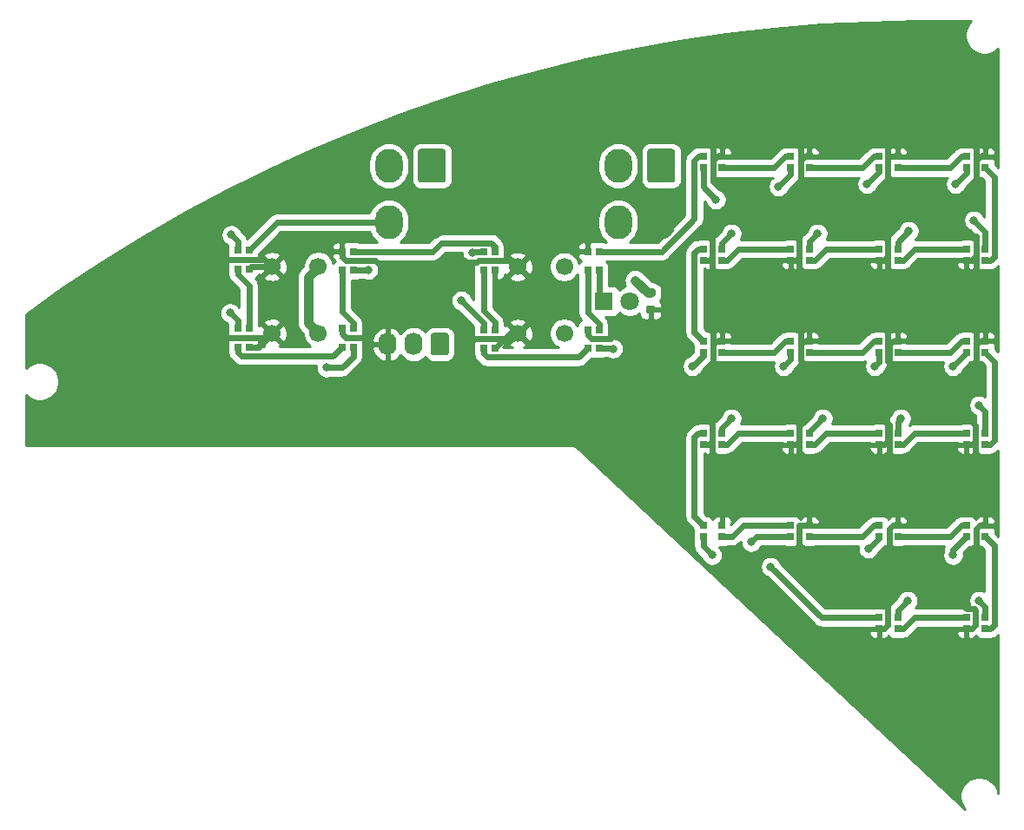
<source format=gbr>
%TF.GenerationSoftware,KiCad,Pcbnew,(5.1.9)-1*%
%TF.CreationDate,2021-09-17T08:46:08-06:00*%
%TF.ProjectId,ewi_v3,6577695f-7633-42e6-9b69-6361645f7063,rev?*%
%TF.SameCoordinates,Original*%
%TF.FileFunction,Copper,L1,Top*%
%TF.FilePolarity,Positive*%
%FSLAX46Y46*%
G04 Gerber Fmt 4.6, Leading zero omitted, Abs format (unit mm)*
G04 Created by KiCad (PCBNEW (5.1.9)-1) date 2021-09-17 08:46:08*
%MOMM*%
%LPD*%
G01*
G04 APERTURE LIST*
%TA.AperFunction,ComponentPad*%
%ADD10C,1.700000*%
%TD*%
%TA.AperFunction,SMDPad,CuDef*%
%ADD11R,0.700000X0.700000*%
%TD*%
%TA.AperFunction,ComponentPad*%
%ADD12O,1.740000X2.190000*%
%TD*%
%TA.AperFunction,ComponentPad*%
%ADD13O,2.700000X3.300000*%
%TD*%
%TA.AperFunction,ComponentPad*%
%ADD14C,1.800000*%
%TD*%
%TA.AperFunction,ComponentPad*%
%ADD15R,1.800000X1.800000*%
%TD*%
%TA.AperFunction,ViaPad*%
%ADD16C,0.800000*%
%TD*%
%TA.AperFunction,Conductor*%
%ADD17C,0.609600*%
%TD*%
%TA.AperFunction,Conductor*%
%ADD18C,0.914400*%
%TD*%
%TA.AperFunction,Conductor*%
%ADD19C,0.254000*%
%TD*%
%TA.AperFunction,Conductor*%
%ADD20C,0.100000*%
%TD*%
G04 APERTURE END LIST*
D10*
%TO.P,SW2,1*%
%TO.N,/MC_SW*%
X154749499Y-83492597D03*
%TO.P,SW2,2*%
X154749499Y-89992597D03*
%TO.P,SW2,3*%
%TO.N,GND*%
X150249499Y-83492597D03*
%TO.P,SW2,4*%
X150249499Y-89992597D03*
%TD*%
%TO.P,SW1,1*%
%TO.N,/FIRE_SW*%
X130784599Y-83479897D03*
%TO.P,SW1,2*%
X130784599Y-89979897D03*
%TO.P,SW1,3*%
%TO.N,GND*%
X126284599Y-83479897D03*
%TO.P,SW1,4*%
X126284599Y-89979897D03*
%TD*%
D11*
%TO.P,D31,4*%
%TO.N,+5V*%
X187274799Y-117718750D03*
%TO.P,D31,3*%
%TO.N,Net-(D30-Pad1)*%
X187274799Y-118818750D03*
%TO.P,D31,2*%
%TO.N,GND*%
X185444799Y-118818750D03*
%TO.P,D31,1*%
%TO.N,/DOUT*%
X185444799Y-117718750D03*
%TD*%
%TO.P,D30,4*%
%TO.N,+5V*%
X195809199Y-117718750D03*
%TO.P,D30,3*%
%TO.N,Net-(D29-Pad1)*%
X195809199Y-118818750D03*
%TO.P,D30,2*%
%TO.N,GND*%
X193979199Y-118818750D03*
%TO.P,D30,1*%
%TO.N,Net-(D30-Pad1)*%
X193979199Y-117718750D03*
%TD*%
%TO.P,D29,4*%
%TO.N,+5V*%
X193979199Y-109827150D03*
%TO.P,D29,3*%
%TO.N,Net-(D28-Pad1)*%
X193979199Y-108727150D03*
%TO.P,D29,2*%
%TO.N,GND*%
X195809199Y-108727150D03*
%TO.P,D29,1*%
%TO.N,Net-(D29-Pad1)*%
X195809199Y-109827150D03*
%TD*%
%TO.P,D28,4*%
%TO.N,+5V*%
X185444799Y-109827150D03*
%TO.P,D28,3*%
%TO.N,Net-(D27-Pad1)*%
X185444799Y-108727150D03*
%TO.P,D28,2*%
%TO.N,GND*%
X187274799Y-108727150D03*
%TO.P,D28,1*%
%TO.N,Net-(D28-Pad1)*%
X187274799Y-109827150D03*
%TD*%
%TO.P,D27,4*%
%TO.N,+5V*%
X176834199Y-109827150D03*
%TO.P,D27,3*%
%TO.N,Net-(D26-Pad1)*%
X176834199Y-108727150D03*
%TO.P,D27,2*%
%TO.N,GND*%
X178664199Y-108727150D03*
%TO.P,D27,1*%
%TO.N,Net-(D27-Pad1)*%
X178664199Y-109827150D03*
%TD*%
%TO.P,D26,4*%
%TO.N,+5V*%
X168299799Y-109827150D03*
%TO.P,D26,3*%
%TO.N,/DOUT3*%
X168299799Y-108727150D03*
%TO.P,D26,2*%
%TO.N,GND*%
X170129799Y-108727150D03*
%TO.P,D26,1*%
%TO.N,Net-(D26-Pad1)*%
X170129799Y-109827150D03*
%TD*%
%TO.P,D25,4*%
%TO.N,+5V*%
X170129799Y-99735550D03*
%TO.P,D25,3*%
%TO.N,Net-(D24-Pad1)*%
X170129799Y-100835550D03*
%TO.P,D25,2*%
%TO.N,GND*%
X168299799Y-100835550D03*
%TO.P,D25,1*%
%TO.N,/DOUT3*%
X168299799Y-99735550D03*
%TD*%
%TO.P,D24,4*%
%TO.N,+5V*%
X178664199Y-99735550D03*
%TO.P,D24,3*%
%TO.N,Net-(D23-Pad1)*%
X178664199Y-100835550D03*
%TO.P,D24,2*%
%TO.N,GND*%
X176834199Y-100835550D03*
%TO.P,D24,1*%
%TO.N,Net-(D24-Pad1)*%
X176834199Y-99735550D03*
%TD*%
%TO.P,D23,4*%
%TO.N,+5V*%
X187274799Y-99735550D03*
%TO.P,D23,3*%
%TO.N,Net-(D22-Pad1)*%
X187274799Y-100835550D03*
%TO.P,D23,2*%
%TO.N,GND*%
X185444799Y-100835550D03*
%TO.P,D23,1*%
%TO.N,Net-(D23-Pad1)*%
X185444799Y-99735550D03*
%TD*%
%TO.P,D22,4*%
%TO.N,+5V*%
X195809199Y-99735550D03*
%TO.P,D22,3*%
%TO.N,Net-(D21-Pad1)*%
X195809199Y-100835550D03*
%TO.P,D22,2*%
%TO.N,GND*%
X193979199Y-100835550D03*
%TO.P,D22,1*%
%TO.N,Net-(D22-Pad1)*%
X193979199Y-99735550D03*
%TD*%
%TO.P,D21,4*%
%TO.N,+5V*%
X193979199Y-91843950D03*
%TO.P,D21,3*%
%TO.N,Net-(D20-Pad1)*%
X193979199Y-90743950D03*
%TO.P,D21,2*%
%TO.N,GND*%
X195809199Y-90743950D03*
%TO.P,D21,1*%
%TO.N,Net-(D21-Pad1)*%
X195809199Y-91843950D03*
%TD*%
%TO.P,D20,4*%
%TO.N,+5V*%
X185444799Y-91843950D03*
%TO.P,D20,3*%
%TO.N,Net-(D19-Pad1)*%
X185444799Y-90743950D03*
%TO.P,D20,2*%
%TO.N,GND*%
X187274799Y-90743950D03*
%TO.P,D20,1*%
%TO.N,Net-(D20-Pad1)*%
X187274799Y-91843950D03*
%TD*%
%TO.P,D19,4*%
%TO.N,+5V*%
X176834199Y-91843950D03*
%TO.P,D19,3*%
%TO.N,Net-(D18-Pad1)*%
X176834199Y-90743950D03*
%TO.P,D19,2*%
%TO.N,GND*%
X178664199Y-90743950D03*
%TO.P,D19,1*%
%TO.N,Net-(D19-Pad1)*%
X178664199Y-91843950D03*
%TD*%
%TO.P,D18,4*%
%TO.N,+5V*%
X168299799Y-91843950D03*
%TO.P,D18,3*%
%TO.N,/DOUT2*%
X168299799Y-90743950D03*
%TO.P,D18,2*%
%TO.N,GND*%
X170129799Y-90743950D03*
%TO.P,D18,1*%
%TO.N,Net-(D18-Pad1)*%
X170129799Y-91843950D03*
%TD*%
%TO.P,D17,4*%
%TO.N,+5V*%
X170129799Y-81752351D03*
%TO.P,D17,3*%
%TO.N,Net-(D16-Pad1)*%
X170129799Y-82852351D03*
%TO.P,D17,2*%
%TO.N,GND*%
X168299799Y-82852351D03*
%TO.P,D17,1*%
%TO.N,/DOUT2*%
X168299799Y-81752351D03*
%TD*%
%TO.P,D16,4*%
%TO.N,+5V*%
X178664199Y-81752351D03*
%TO.P,D16,3*%
%TO.N,Net-(D15-Pad1)*%
X178664199Y-82852351D03*
%TO.P,D16,2*%
%TO.N,GND*%
X176834199Y-82852351D03*
%TO.P,D16,1*%
%TO.N,Net-(D16-Pad1)*%
X176834199Y-81752351D03*
%TD*%
%TO.P,D15,4*%
%TO.N,+5V*%
X187274799Y-81752351D03*
%TO.P,D15,3*%
%TO.N,Net-(D14-Pad1)*%
X187274799Y-82852351D03*
%TO.P,D15,2*%
%TO.N,GND*%
X185444799Y-82852351D03*
%TO.P,D15,1*%
%TO.N,Net-(D15-Pad1)*%
X185444799Y-81752351D03*
%TD*%
%TO.P,D14,4*%
%TO.N,+5V*%
X195809199Y-81752351D03*
%TO.P,D14,3*%
%TO.N,Net-(D13-Pad1)*%
X195809199Y-82852351D03*
%TO.P,D14,2*%
%TO.N,GND*%
X193979199Y-82852351D03*
%TO.P,D14,1*%
%TO.N,Net-(D14-Pad1)*%
X193979199Y-81752351D03*
%TD*%
%TO.P,D13,4*%
%TO.N,+5V*%
X193979199Y-73860751D03*
%TO.P,D13,3*%
%TO.N,Net-(D12-Pad1)*%
X193979199Y-72760751D03*
%TO.P,D13,2*%
%TO.N,GND*%
X195809199Y-72760751D03*
%TO.P,D13,1*%
%TO.N,Net-(D13-Pad1)*%
X195809199Y-73860751D03*
%TD*%
%TO.P,D12,4*%
%TO.N,+5V*%
X185444799Y-73860751D03*
%TO.P,D12,3*%
%TO.N,Net-(D11-Pad1)*%
X185444799Y-72760751D03*
%TO.P,D12,2*%
%TO.N,GND*%
X187274799Y-72760751D03*
%TO.P,D12,1*%
%TO.N,Net-(D12-Pad1)*%
X187274799Y-73860751D03*
%TD*%
%TO.P,D11,4*%
%TO.N,+5V*%
X176834199Y-73860750D03*
%TO.P,D11,3*%
%TO.N,Net-(D10-Pad1)*%
X176834199Y-72760750D03*
%TO.P,D11,2*%
%TO.N,GND*%
X178664199Y-72760750D03*
%TO.P,D11,1*%
%TO.N,Net-(D11-Pad1)*%
X178664199Y-73860750D03*
%TD*%
%TO.P,D10,4*%
%TO.N,+5V*%
X168299799Y-73860750D03*
%TO.P,D10,3*%
%TO.N,/DOUT1*%
X168299799Y-72760750D03*
%TO.P,D10,2*%
%TO.N,GND*%
X170129799Y-72760750D03*
%TO.P,D10,1*%
%TO.N,Net-(D10-Pad1)*%
X170129799Y-73860750D03*
%TD*%
%TO.P,D9,4*%
%TO.N,+5V*%
X158133249Y-83843149D03*
%TO.P,D9,3*%
%TO.N,Net-(D8-Pad1)*%
X157033249Y-83843149D03*
%TO.P,D9,2*%
%TO.N,GND*%
X157033249Y-82013149D03*
%TO.P,D9,1*%
%TO.N,/DOUT1*%
X158133249Y-82013149D03*
%TD*%
%TO.P,D8,4*%
%TO.N,+5V*%
X158133249Y-91463149D03*
%TO.P,D8,3*%
%TO.N,Net-(D7-Pad1)*%
X157033249Y-91463149D03*
%TO.P,D8,2*%
%TO.N,GND*%
X157033249Y-89633149D03*
%TO.P,D8,1*%
%TO.N,Net-(D8-Pad1)*%
X158133249Y-89633149D03*
%TD*%
%TO.P,D7,4*%
%TO.N,+5V*%
X146873249Y-89633149D03*
%TO.P,D7,3*%
%TO.N,Net-(D6-Pad1)*%
X147973249Y-89633149D03*
%TO.P,D7,2*%
%TO.N,GND*%
X147973249Y-91463149D03*
%TO.P,D7,1*%
%TO.N,Net-(D7-Pad1)*%
X146873249Y-91463149D03*
%TD*%
%TO.P,D6,4*%
%TO.N,+5V*%
X146873249Y-82013149D03*
%TO.P,D6,3*%
%TO.N,Net-(D5-Pad1)*%
X147973249Y-82013149D03*
%TO.P,D6,2*%
%TO.N,GND*%
X147973249Y-83843149D03*
%TO.P,D6,1*%
%TO.N,Net-(D6-Pad1)*%
X146873249Y-83843149D03*
%TD*%
%TO.P,D5,4*%
%TO.N,+5V*%
X134173249Y-83843149D03*
%TO.P,D5,3*%
%TO.N,Net-(D4-Pad1)*%
X133073249Y-83843149D03*
%TO.P,D5,2*%
%TO.N,GND*%
X133073249Y-82013149D03*
%TO.P,D5,1*%
%TO.N,Net-(D5-Pad1)*%
X134173249Y-82013149D03*
%TD*%
%TO.P,D4,4*%
%TO.N,+5V*%
X134173249Y-91333093D03*
%TO.P,D4,3*%
%TO.N,Net-(D3-Pad1)*%
X133073249Y-91333093D03*
%TO.P,D4,2*%
%TO.N,GND*%
X133073249Y-89503093D03*
%TO.P,D4,1*%
%TO.N,Net-(D4-Pad1)*%
X134173249Y-89503093D03*
%TD*%
%TO.P,D3,4*%
%TO.N,+5V*%
X122913249Y-89503093D03*
%TO.P,D3,3*%
%TO.N,Net-(D2-Pad1)*%
X124013249Y-89503093D03*
%TO.P,D3,2*%
%TO.N,GND*%
X124013249Y-91333093D03*
%TO.P,D3,1*%
%TO.N,Net-(D3-Pad1)*%
X122913249Y-91333093D03*
%TD*%
%TO.P,D2,4*%
%TO.N,+5V*%
X122913249Y-81883093D03*
%TO.P,D2,3*%
%TO.N,/DIN*%
X124013249Y-81883093D03*
%TO.P,D2,2*%
%TO.N,GND*%
X124013249Y-83713093D03*
%TO.P,D2,1*%
%TO.N,Net-(D2-Pad1)*%
X122913249Y-83713093D03*
%TD*%
%TO.P,R1,2*%
%TO.N,GND*%
%TA.AperFunction,SMDPad,CuDef*%
G36*
G01*
X162919999Y-87283097D02*
X163469999Y-87283097D01*
G75*
G02*
X163669999Y-87483097I0J-200000D01*
G01*
X163669999Y-87883097D01*
G75*
G02*
X163469999Y-88083097I-200000J0D01*
G01*
X162919999Y-88083097D01*
G75*
G02*
X162719999Y-87883097I0J200000D01*
G01*
X162719999Y-87483097D01*
G75*
G02*
X162919999Y-87283097I200000J0D01*
G01*
G37*
%TD.AperFunction*%
%TO.P,R1,1*%
%TO.N,Net-(D1-Pad2)*%
%TA.AperFunction,SMDPad,CuDef*%
G36*
G01*
X162919999Y-85633097D02*
X163469999Y-85633097D01*
G75*
G02*
X163669999Y-85833097I0J-200000D01*
G01*
X163669999Y-86233097D01*
G75*
G02*
X163469999Y-86433097I-200000J0D01*
G01*
X162919999Y-86433097D01*
G75*
G02*
X162719999Y-86233097I0J200000D01*
G01*
X162719999Y-85833097D01*
G75*
G02*
X162919999Y-85633097I200000J0D01*
G01*
G37*
%TD.AperFunction*%
%TD*%
D12*
%TO.P,J3,3*%
%TO.N,GND*%
X137540999Y-91049097D03*
%TO.P,J3,2*%
%TO.N,/MC_SW*%
X140080999Y-91049097D03*
%TO.P,J3,1*%
%TO.N,/FIRE_SW*%
%TA.AperFunction,ComponentPad*%
G36*
G01*
X143490999Y-90204096D02*
X143490999Y-91894098D01*
G75*
G02*
X143241000Y-92144097I-249999J0D01*
G01*
X142000998Y-92144097D01*
G75*
G02*
X141750999Y-91894098I0J249999D01*
G01*
X141750999Y-90204096D01*
G75*
G02*
X142000998Y-89954097I249999J0D01*
G01*
X143241000Y-89954097D01*
G75*
G02*
X143490999Y-90204096I0J-249999D01*
G01*
G37*
%TD.AperFunction*%
%TD*%
D13*
%TO.P,J2,4*%
%TO.N,/DOUT*%
X160010999Y-79150097D03*
%TO.P,J2,3*%
%TO.N,GND*%
X164210999Y-79150097D03*
%TO.P,J2,2*%
%TO.N,+5V*%
X160010999Y-73650097D03*
%TO.P,J2,1*%
%TA.AperFunction,ComponentPad*%
G36*
G01*
X165560999Y-72250098D02*
X165560999Y-75050096D01*
G75*
G02*
X165310998Y-75300097I-250001J0D01*
G01*
X163111000Y-75300097D01*
G75*
G02*
X162860999Y-75050096I0J250001D01*
G01*
X162860999Y-72250098D01*
G75*
G02*
X163111000Y-72000097I250001J0D01*
G01*
X165310998Y-72000097D01*
G75*
G02*
X165560999Y-72250098I0J-250001D01*
G01*
G37*
%TD.AperFunction*%
%TD*%
%TO.P,J1,4*%
%TO.N,/DIN*%
X137658999Y-79150097D03*
%TO.P,J1,3*%
%TO.N,GND*%
X141858999Y-79150097D03*
%TO.P,J1,2*%
%TO.N,+5V*%
X137658999Y-73650097D03*
%TO.P,J1,1*%
%TA.AperFunction,ComponentPad*%
G36*
G01*
X143208999Y-72250098D02*
X143208999Y-75050096D01*
G75*
G02*
X142958998Y-75300097I-250001J0D01*
G01*
X140759000Y-75300097D01*
G75*
G02*
X140508999Y-75050096I0J250001D01*
G01*
X140508999Y-72250098D01*
G75*
G02*
X140759000Y-72000097I250001J0D01*
G01*
X142958998Y-72000097D01*
G75*
G02*
X143208999Y-72250098I0J-250001D01*
G01*
G37*
%TD.AperFunction*%
%TD*%
D14*
%TO.P,D1,2*%
%TO.N,Net-(D1-Pad2)*%
X161162999Y-86858097D03*
D15*
%TO.P,D1,1*%
%TO.N,+5V*%
X158622999Y-86858097D03*
%TD*%
D16*
%TO.N,GND*%
X154050999Y-72126097D03*
X153998999Y-74210097D03*
X153998999Y-73194097D03*
%TO.N,+5V*%
X135635999Y-83810097D03*
X131571999Y-93335097D03*
X122173999Y-88001097D03*
X122300999Y-80381097D03*
X145795999Y-82159097D03*
X144716499Y-86794597D03*
X159511999Y-91493597D03*
X167258999Y-93208097D03*
X176148999Y-93208097D03*
X185038999Y-93208097D03*
X192658999Y-93208097D03*
X195198999Y-97018097D03*
X187578999Y-98288097D03*
X179958999Y-98288097D03*
X171068999Y-98288097D03*
X169163999Y-111623097D03*
X172973999Y-110353097D03*
X184403999Y-110988097D03*
X192658999Y-111623097D03*
X195198999Y-116068097D03*
X188213999Y-116068097D03*
X194690999Y-78984097D03*
X188340999Y-80000097D03*
X179450999Y-80254097D03*
X171068999Y-80254097D03*
X169544999Y-76952097D03*
X175640999Y-75682097D03*
X184276999Y-75428097D03*
X192912999Y-75428097D03*
%TO.N,Net-(D1-Pad2)*%
X161670999Y-84826097D03*
%TO.N,/DOUT*%
X174878999Y-112766085D03*
%TD*%
D17*
%TO.N,GND*%
X126293249Y-89988149D02*
X125867301Y-90414097D01*
X125867301Y-90414097D02*
X122215611Y-90414097D01*
X124238193Y-83488149D02*
X124013249Y-83713093D01*
X126293249Y-83488149D02*
X124238193Y-83488149D01*
X126293249Y-83488149D02*
X125599197Y-82794097D01*
X125599197Y-82794097D02*
X121538999Y-82794097D01*
X149448249Y-89988149D02*
X147973249Y-91463149D01*
X150253249Y-89988149D02*
X149448249Y-89988149D01*
X149753448Y-90487950D02*
X144853852Y-90487950D01*
X150253249Y-89988149D02*
X149753448Y-90487950D01*
X133073249Y-90011735D02*
X133475611Y-90414097D01*
X133475611Y-90414097D02*
X135762999Y-90414097D01*
X133073249Y-89503093D02*
X133073249Y-90011735D01*
X149686197Y-82921097D02*
X146373107Y-82921097D01*
X150253249Y-83488149D02*
X149686197Y-82921097D01*
X145176801Y-83063899D02*
X145033999Y-82921097D01*
X146373107Y-82921097D02*
X146230305Y-83063899D01*
X146230305Y-83063899D02*
X145176801Y-83063899D01*
X124948305Y-91333093D02*
X126293249Y-89988149D01*
X124013249Y-91333093D02*
X124948305Y-91333093D01*
X157033249Y-90141791D02*
X157432555Y-90541097D01*
X157432555Y-90541097D02*
X159257999Y-90541097D01*
X157033249Y-89633149D02*
X157033249Y-90141791D01*
X185953441Y-118818750D02*
X186308999Y-118463192D01*
X186308999Y-118463192D02*
X186308999Y-116322097D01*
X185444799Y-118818750D02*
X185953441Y-118818750D01*
X194733040Y-116863949D02*
X193962851Y-116863949D01*
X193962851Y-116863949D02*
X193420999Y-116322097D01*
X193979199Y-118818750D02*
X194487841Y-118818750D01*
X194487841Y-118818750D02*
X194834000Y-118472591D01*
X194834000Y-118472591D02*
X194834000Y-116964909D01*
X194834000Y-116964909D02*
X194733040Y-116863949D01*
X186419998Y-109073309D02*
X186419998Y-111099096D01*
X186419998Y-111099096D02*
X186816999Y-111496097D01*
X187274799Y-108727150D02*
X186766157Y-108727150D01*
X186766157Y-108727150D02*
X186419998Y-109073309D01*
X195300557Y-108727150D02*
X194944999Y-109082708D01*
X194944999Y-109082708D02*
X194944999Y-111750097D01*
X195809199Y-108727150D02*
X195300557Y-108727150D01*
X177689000Y-108742749D02*
X177689000Y-111004098D01*
X177689000Y-111004098D02*
X177926999Y-111242097D01*
X178664199Y-108727150D02*
X177704599Y-108727150D01*
X177704599Y-108727150D02*
X177689000Y-108742749D01*
X169154600Y-100489391D02*
X169154600Y-98405698D01*
X169154600Y-98405698D02*
X169154600Y-102215698D01*
X168299799Y-100835550D02*
X168808441Y-100835550D01*
X168808441Y-100835550D02*
X169154600Y-100489391D01*
X177689000Y-100489391D02*
X177689000Y-98050098D01*
X177689000Y-98050098D02*
X177689000Y-102336096D01*
X176834199Y-100835550D02*
X177342841Y-100835550D01*
X177342841Y-100835550D02*
X177689000Y-100489391D01*
X186299600Y-100489391D02*
X186299600Y-98786698D01*
X185800999Y-98288097D02*
X186419998Y-98907097D01*
X186419998Y-98907097D02*
X186419998Y-102749098D01*
X186299600Y-98786698D02*
X185800999Y-98288097D01*
X185444799Y-100835550D02*
X185953441Y-100835550D01*
X185953441Y-100835550D02*
X186299600Y-100489391D01*
X194834000Y-100489391D02*
X194834000Y-98939098D01*
X193979199Y-100835550D02*
X194487841Y-100835550D01*
X194487841Y-100835550D02*
X194834000Y-100489391D01*
X194834000Y-98939098D02*
X193928999Y-98034097D01*
X194834000Y-98939098D02*
X194834000Y-102717096D01*
X195300557Y-90743950D02*
X194944999Y-91099508D01*
X194944999Y-92954097D02*
X194944999Y-89398097D01*
X194944999Y-91099508D02*
X194944999Y-92954097D01*
X195809199Y-90743950D02*
X195300557Y-90743950D01*
X186419998Y-91090109D02*
X186419998Y-92811096D01*
X186308999Y-92700097D02*
X186308999Y-89398097D01*
X186816999Y-93208097D02*
X186308999Y-92700097D01*
X186419998Y-92811096D02*
X186816999Y-93208097D01*
X187274799Y-90743950D02*
X186766157Y-90743950D01*
X186766157Y-90743950D02*
X186419998Y-91090109D01*
X177809398Y-91090109D02*
X177809398Y-92582496D01*
X178664199Y-90743950D02*
X178155557Y-90743950D01*
X178155557Y-90743950D02*
X177809398Y-91090109D01*
X177809398Y-92582496D02*
X178434999Y-93208097D01*
X177809398Y-92582496D02*
X177809398Y-89534496D01*
X169274998Y-91090109D02*
X169274998Y-92938096D01*
X170129799Y-90743950D02*
X169621157Y-90743950D01*
X169621157Y-90743950D02*
X169274998Y-91090109D01*
X169274998Y-92938096D02*
X169544999Y-93208097D01*
X169274998Y-92938096D02*
X169274998Y-89414098D01*
X169154600Y-82506192D02*
X169154600Y-80644496D01*
X168808441Y-82852351D02*
X169154600Y-82506192D01*
X168299799Y-82852351D02*
X168808441Y-82852351D01*
X169154600Y-82506192D02*
X169154600Y-83927698D01*
X177342841Y-82852351D02*
X177689000Y-82506192D01*
X176834199Y-82852351D02*
X177342841Y-82852351D01*
X177689000Y-82506192D02*
X177689000Y-80524098D01*
X177689000Y-82506192D02*
X177689000Y-83794096D01*
X185953441Y-82852351D02*
X186308999Y-82496793D01*
X185444799Y-82852351D02*
X185953441Y-82852351D01*
X186308999Y-82496793D02*
X186308999Y-80508097D01*
X186308999Y-82496793D02*
X186308999Y-84064097D01*
X194487841Y-82852351D02*
X194944999Y-82395193D01*
X194944999Y-80508097D02*
X194944999Y-84318097D01*
X194944999Y-82395193D02*
X194944999Y-80508097D01*
X193979199Y-82852351D02*
X194487841Y-82852351D01*
X169274998Y-73106909D02*
X169274998Y-75158096D01*
X169274998Y-75158096D02*
X169274998Y-71634098D01*
X170129799Y-72760750D02*
X169621157Y-72760750D01*
X169621157Y-72760750D02*
X169274998Y-73106909D01*
X177809398Y-73106909D02*
X177809398Y-74802496D01*
X177809398Y-74802496D02*
X177809398Y-71754496D01*
X178664199Y-72760750D02*
X178155557Y-72760750D01*
X178155557Y-72760750D02*
X177809398Y-73106909D01*
X186315199Y-72760751D02*
X186308999Y-72766951D01*
X186308999Y-75174097D02*
X186308999Y-71618097D01*
X186308999Y-72766951D02*
X186308999Y-75174097D01*
X187274799Y-72760751D02*
X186315199Y-72760751D01*
X195300557Y-72760751D02*
X194944999Y-73116309D01*
X194944999Y-75174097D02*
X194944999Y-71872097D01*
X194944999Y-73116309D02*
X194944999Y-75174097D01*
X195809199Y-72760751D02*
X195300557Y-72760751D01*
X133419408Y-82867950D02*
X136344852Y-82867950D01*
X133073249Y-82521791D02*
X133419408Y-82867950D01*
X133073249Y-82013149D02*
X133073249Y-82521791D01*
X136344852Y-82867950D02*
X136778999Y-83302097D01*
%TO.N,+5V*%
X134173249Y-83843149D02*
X135602947Y-83843149D01*
X135602947Y-83843149D02*
X135635999Y-83810097D01*
X134173249Y-91333093D02*
X134173249Y-92292693D01*
X134173249Y-92292693D02*
X133130845Y-93335097D01*
X133130845Y-93335097D02*
X131571999Y-93335097D01*
X122913249Y-89503093D02*
X122913249Y-88740347D01*
X122913249Y-88740347D02*
X122173999Y-88001097D01*
X122913249Y-81883093D02*
X122913249Y-80993347D01*
X122913249Y-80993347D02*
X122300999Y-80381097D01*
X146873249Y-82013149D02*
X145941947Y-82013149D01*
X145941947Y-82013149D02*
X145795999Y-82159097D01*
X146873249Y-89633149D02*
X146873249Y-88951347D01*
X146873249Y-88951347D02*
X144716499Y-86794597D01*
X158133249Y-91463149D02*
X159481551Y-91463149D01*
X159481551Y-91463149D02*
X159511999Y-91493597D01*
X168299799Y-92167297D02*
X167258999Y-93208097D01*
X168299799Y-91843950D02*
X168299799Y-92167297D01*
X176834199Y-91843950D02*
X176834199Y-92522897D01*
X176834199Y-92522897D02*
X176148999Y-93208097D01*
X185444799Y-91843950D02*
X185444799Y-92802297D01*
X185444799Y-92802297D02*
X185038999Y-93208097D01*
X193979199Y-91887897D02*
X192658999Y-93208097D01*
X193979199Y-91843950D02*
X193979199Y-91887897D01*
X195809199Y-99735550D02*
X195809199Y-97628297D01*
X195809199Y-97628297D02*
X195198999Y-97018097D01*
X187274799Y-99735550D02*
X187274799Y-98592297D01*
X187274799Y-98592297D02*
X187578999Y-98288097D01*
X178664199Y-99735550D02*
X178664199Y-99582897D01*
X178664199Y-99582897D02*
X179958999Y-98288097D01*
X170129799Y-99735550D02*
X170129799Y-99227297D01*
X170129799Y-99227297D02*
X171068999Y-98288097D01*
X168299799Y-109827150D02*
X168299799Y-110758897D01*
X168299799Y-110758897D02*
X169163999Y-111623097D01*
X176834199Y-109827150D02*
X173499946Y-109827150D01*
X173499946Y-109827150D02*
X172973999Y-110353097D01*
X185444799Y-109947297D02*
X184403999Y-110988097D01*
X185444799Y-109827150D02*
X185444799Y-109947297D01*
X193979199Y-109827150D02*
X193979199Y-109768297D01*
X192658999Y-111088497D02*
X192658999Y-111623097D01*
X193979199Y-109768297D02*
X192658999Y-111088497D01*
X195809199Y-117718750D02*
X195809199Y-116678297D01*
X195809199Y-116678297D02*
X195198999Y-116068097D01*
X187274799Y-117718750D02*
X187274799Y-117007297D01*
X187274799Y-117007297D02*
X188213999Y-116068097D01*
X195809199Y-81752351D02*
X195809199Y-80102297D01*
X195809199Y-80102297D02*
X194690999Y-78984097D01*
X187274799Y-81752351D02*
X187274799Y-81066297D01*
X187274799Y-81066297D02*
X188340999Y-80000097D01*
X178664199Y-81752351D02*
X178664199Y-81040897D01*
X178664199Y-81040897D02*
X179450999Y-80254097D01*
X170129799Y-81752351D02*
X170129799Y-81193297D01*
X170129799Y-81193297D02*
X171068999Y-80254097D01*
X168299799Y-73860750D02*
X168299799Y-75706897D01*
X168299799Y-75706897D02*
X169544999Y-76952097D01*
X176834199Y-73860750D02*
X176834199Y-74488897D01*
X176834199Y-74488897D02*
X175640999Y-75682097D01*
X185444799Y-73860751D02*
X185444799Y-74260297D01*
X185444799Y-74260297D02*
X184276999Y-75428097D01*
X193979199Y-73860751D02*
X193979199Y-74361897D01*
X193979199Y-74361897D02*
X192912999Y-75428097D01*
X158133249Y-86368347D02*
X158622999Y-86858097D01*
X158133249Y-83843149D02*
X158133249Y-86368347D01*
D18*
%TO.N,Net-(D1-Pad2)*%
X162877999Y-86033097D02*
X161670999Y-84826097D01*
X163194999Y-86033097D02*
X162877999Y-86033097D01*
D17*
%TO.N,/DIN*%
X126746245Y-79150097D02*
X137658999Y-79150097D01*
X124013249Y-81883093D02*
X126746245Y-79150097D01*
%TO.N,Net-(D2-Pad1)*%
X122913249Y-84221735D02*
X122913249Y-83713093D01*
X124013249Y-85321735D02*
X122913249Y-84221735D01*
X124013249Y-89503093D02*
X124013249Y-85321735D01*
%TO.N,Net-(D3-Pad1)*%
X122913249Y-91841735D02*
X122913249Y-91333093D01*
X123259408Y-92187894D02*
X122913249Y-91841735D01*
X132218448Y-92187894D02*
X123259408Y-92187894D01*
X133073249Y-91333093D02*
X132218448Y-92187894D01*
%TO.N,Net-(D4-Pad1)*%
X134173249Y-88994451D02*
X134173249Y-89503093D01*
X133073249Y-87894451D02*
X134173249Y-88994451D01*
X133073249Y-83843149D02*
X133073249Y-87894451D01*
%TO.N,Net-(D5-Pad1)*%
X141919044Y-82013149D02*
X134173249Y-82013149D01*
X142773845Y-81158348D02*
X141919044Y-82013149D01*
X147627090Y-81158348D02*
X142773845Y-81158348D01*
X147973249Y-81504507D02*
X147627090Y-81158348D01*
X147973249Y-82013149D02*
X147973249Y-81504507D01*
%TO.N,Net-(D6-Pad1)*%
X146873249Y-83843149D02*
X146873249Y-87806385D01*
X146873249Y-87806385D02*
X147973249Y-88906385D01*
X147973249Y-88906385D02*
X147973249Y-89633149D01*
%TO.N,Net-(D7-Pad1)*%
X157003448Y-91492950D02*
X157033249Y-91463149D01*
X147219408Y-92317950D02*
X146873249Y-91971791D01*
X156178448Y-92317950D02*
X147219408Y-92317950D01*
X146873249Y-91971791D02*
X146873249Y-91463149D01*
X157033249Y-91463149D02*
X156178448Y-92317950D01*
%TO.N,Net-(D8-Pad1)*%
X157033249Y-87976989D02*
X157033249Y-83843149D01*
X158133249Y-89076989D02*
X157033249Y-87976989D01*
X158133249Y-89633149D02*
X158133249Y-89076989D01*
%TO.N,/DOUT1*%
X167444998Y-73106909D02*
X167791157Y-72760750D01*
X167444998Y-78839195D02*
X167444998Y-73106909D01*
X164271044Y-82013149D02*
X167444998Y-78839195D01*
X167791157Y-72760750D02*
X168299799Y-72760750D01*
X158133249Y-82013149D02*
X164271044Y-82013149D01*
%TO.N,Net-(D10-Pad1)*%
X176325557Y-72760750D02*
X176834199Y-72760750D01*
X175225557Y-73860750D02*
X176325557Y-72760750D01*
X170129799Y-73860750D02*
X175225557Y-73860750D01*
%TO.N,Net-(D11-Pad1)*%
X184936157Y-72760751D02*
X185444799Y-72760751D01*
X183836158Y-73860750D02*
X184936157Y-72760751D01*
X178664199Y-73860750D02*
X183836158Y-73860750D01*
%TO.N,Net-(D12-Pad1)*%
X193470557Y-72760751D02*
X193979199Y-72760751D01*
X192370557Y-73860751D02*
X193470557Y-72760751D01*
X187274799Y-73860751D02*
X192370557Y-73860751D01*
%TO.N,Net-(D13-Pad1)*%
X196317841Y-82852351D02*
X195809199Y-82852351D01*
X196664000Y-82506192D02*
X196317841Y-82852351D01*
X196664000Y-74715552D02*
X196664000Y-82506192D01*
X195809199Y-73860751D02*
X196664000Y-74715552D01*
%TO.N,Net-(D14-Pad1)*%
X187783441Y-82852351D02*
X187274799Y-82852351D01*
X188883441Y-81752351D02*
X187783441Y-82852351D01*
X193979199Y-81752351D02*
X188883441Y-81752351D01*
%TO.N,Net-(D15-Pad1)*%
X179172841Y-82852351D02*
X178664199Y-82852351D01*
X180272841Y-81752351D02*
X179172841Y-82852351D01*
X185444799Y-81752351D02*
X180272841Y-81752351D01*
%TO.N,Net-(D16-Pad1)*%
X170638441Y-82852351D02*
X170129799Y-82852351D01*
X171738441Y-81752351D02*
X170638441Y-82852351D01*
X176834199Y-81752351D02*
X171738441Y-81752351D01*
%TO.N,/DOUT2*%
X167444998Y-89889149D02*
X168299799Y-90743950D01*
X167444998Y-82098510D02*
X167444998Y-89889149D01*
X167791157Y-81752351D02*
X167444998Y-82098510D01*
X168299799Y-81752351D02*
X167791157Y-81752351D01*
%TO.N,Net-(D18-Pad1)*%
X176325557Y-90743950D02*
X176834199Y-90743950D01*
X175225557Y-91843950D02*
X176325557Y-90743950D01*
X170129799Y-91843950D02*
X175225557Y-91843950D01*
%TO.N,Net-(D19-Pad1)*%
X184936157Y-90743950D02*
X185444799Y-90743950D01*
X183836157Y-91843950D02*
X184936157Y-90743950D01*
X178664199Y-91843950D02*
X183836157Y-91843950D01*
%TO.N,Net-(D20-Pad1)*%
X193470557Y-90743950D02*
X193979199Y-90743950D01*
X192370557Y-91843950D02*
X193470557Y-90743950D01*
X187274799Y-91843950D02*
X192370557Y-91843950D01*
%TO.N,Net-(D21-Pad1)*%
X195809199Y-91843950D02*
X196722999Y-92757750D01*
X196317841Y-100835550D02*
X195809199Y-100835550D01*
X196722999Y-100430392D02*
X196317841Y-100835550D01*
X196722999Y-92757750D02*
X196722999Y-100430392D01*
%TO.N,Net-(D22-Pad1)*%
X187783441Y-100835550D02*
X187274799Y-100835550D01*
X188883441Y-99735550D02*
X187783441Y-100835550D01*
X193979199Y-99735550D02*
X188883441Y-99735550D01*
%TO.N,Net-(D23-Pad1)*%
X179172841Y-100835550D02*
X178664199Y-100835550D01*
X180272841Y-99735550D02*
X179172841Y-100835550D01*
X185444799Y-99735550D02*
X180272841Y-99735550D01*
%TO.N,Net-(D24-Pad1)*%
X170638441Y-100835550D02*
X170129799Y-100835550D01*
X171738441Y-99735550D02*
X170638441Y-100835550D01*
X176834199Y-99735550D02*
X171738441Y-99735550D01*
%TO.N,/DOUT3*%
X167444998Y-107872349D02*
X168299799Y-108727150D01*
X167444998Y-100081709D02*
X167444998Y-107872349D01*
X167791157Y-99735550D02*
X167444998Y-100081709D01*
X168299799Y-99735550D02*
X167791157Y-99735550D01*
%TO.N,Net-(D26-Pad1)*%
X172189399Y-108727150D02*
X176834199Y-108727150D01*
X171089399Y-109827150D02*
X172189399Y-108727150D01*
X170129799Y-109827150D02*
X171089399Y-109827150D01*
%TO.N,Net-(D27-Pad1)*%
X183836157Y-109827150D02*
X184936157Y-108727150D01*
X184936157Y-108727150D02*
X185444799Y-108727150D01*
X178664199Y-109827150D02*
X183836157Y-109827150D01*
%TO.N,Net-(D28-Pad1)*%
X193470557Y-108727150D02*
X193979199Y-108727150D01*
X192370557Y-109827150D02*
X193470557Y-108727150D01*
X187274799Y-109827150D02*
X192370557Y-109827150D01*
%TO.N,Net-(D29-Pad1)*%
X196317841Y-118818750D02*
X195809199Y-118818750D01*
X196664000Y-118472591D02*
X196317841Y-118818750D01*
X196664000Y-110681951D02*
X196664000Y-118472591D01*
X195809199Y-109827150D02*
X196664000Y-110681951D01*
%TO.N,Net-(D30-Pad1)*%
X187783441Y-118818750D02*
X187274799Y-118818750D01*
X188883441Y-117718750D02*
X187783441Y-118818750D01*
X193979199Y-117718750D02*
X188883441Y-117718750D01*
%TO.N,/DOUT*%
X179831664Y-117718750D02*
X174878999Y-112766085D01*
X185444799Y-117718750D02*
X179831664Y-117718750D01*
D18*
%TO.N,/FIRE_SW*%
X129793250Y-84488148D02*
X130793249Y-83488149D01*
X129793250Y-88988150D02*
X129793250Y-84488148D01*
X130793249Y-89988149D02*
X129793250Y-88988150D01*
%TD*%
D19*
%TO.N,GND*%
X194242824Y-59726633D02*
X194036533Y-60035369D01*
X193894438Y-60378417D01*
X193821999Y-60742595D01*
X193821999Y-61113907D01*
X193894438Y-61478085D01*
X194036533Y-61821133D01*
X194242824Y-62129869D01*
X194505381Y-62392426D01*
X194814117Y-62598717D01*
X195157165Y-62740812D01*
X195521343Y-62813251D01*
X195892655Y-62813251D01*
X196256833Y-62740812D01*
X196599881Y-62598717D01*
X196908617Y-62392426D01*
X197079000Y-62222043D01*
X197079000Y-73801474D01*
X196797271Y-73519746D01*
X196797271Y-73510751D01*
X196785011Y-73386269D01*
X196762103Y-73310751D01*
X196785011Y-73235233D01*
X196797271Y-73110751D01*
X196794199Y-73046501D01*
X196635449Y-72887751D01*
X196292951Y-72887751D01*
X196283681Y-72884939D01*
X196159199Y-72872679D01*
X195662199Y-72872679D01*
X195662199Y-72633751D01*
X195682199Y-72633751D01*
X195682199Y-71934501D01*
X195936199Y-71934501D01*
X195936199Y-72633751D01*
X196635449Y-72633751D01*
X196794199Y-72475001D01*
X196797271Y-72410751D01*
X196785011Y-72286269D01*
X196748701Y-72166571D01*
X196689736Y-72056257D01*
X196610384Y-71959566D01*
X196513693Y-71880214D01*
X196403379Y-71821249D01*
X196283681Y-71784939D01*
X196159199Y-71772679D01*
X196094949Y-71775751D01*
X195936199Y-71934501D01*
X195682199Y-71934501D01*
X195523449Y-71775751D01*
X195459199Y-71772679D01*
X195334717Y-71784939D01*
X195215019Y-71821249D01*
X195104705Y-71880214D01*
X195008014Y-71959566D01*
X194928662Y-72056257D01*
X194894199Y-72120732D01*
X194859736Y-72056257D01*
X194780384Y-71959566D01*
X194683693Y-71880214D01*
X194573379Y-71821249D01*
X194453681Y-71784939D01*
X194329199Y-71772679D01*
X193629199Y-71772679D01*
X193504717Y-71784939D01*
X193385019Y-71821249D01*
X193376809Y-71825637D01*
X193286324Y-71834549D01*
X193121665Y-71884498D01*
X193109171Y-71888288D01*
X192945905Y-71975555D01*
X192838663Y-72063567D01*
X192802803Y-72092997D01*
X192773374Y-72128856D01*
X191981280Y-72920951D01*
X188134249Y-72920951D01*
X188101049Y-72887751D01*
X187758551Y-72887751D01*
X187749281Y-72884939D01*
X187624799Y-72872679D01*
X187127799Y-72872679D01*
X187127799Y-72633751D01*
X187147799Y-72633751D01*
X187147799Y-71934501D01*
X187401799Y-71934501D01*
X187401799Y-72633751D01*
X188101049Y-72633751D01*
X188259799Y-72475001D01*
X188262871Y-72410751D01*
X188250611Y-72286269D01*
X188214301Y-72166571D01*
X188155336Y-72056257D01*
X188075984Y-71959566D01*
X187979293Y-71880214D01*
X187868979Y-71821249D01*
X187749281Y-71784939D01*
X187624799Y-71772679D01*
X187560549Y-71775751D01*
X187401799Y-71934501D01*
X187147799Y-71934501D01*
X186989049Y-71775751D01*
X186924799Y-71772679D01*
X186800317Y-71784939D01*
X186680619Y-71821249D01*
X186570305Y-71880214D01*
X186473614Y-71959566D01*
X186394262Y-72056257D01*
X186359799Y-72120732D01*
X186325336Y-72056257D01*
X186245984Y-71959566D01*
X186149293Y-71880214D01*
X186038979Y-71821249D01*
X185919281Y-71784939D01*
X185794799Y-71772679D01*
X185094799Y-71772679D01*
X184970317Y-71784939D01*
X184850619Y-71821249D01*
X184842410Y-71825637D01*
X184751924Y-71834549D01*
X184574771Y-71888288D01*
X184411506Y-71975555D01*
X184304265Y-72063566D01*
X184268403Y-72092997D01*
X184238974Y-72128856D01*
X183446881Y-72920950D01*
X179523649Y-72920950D01*
X179490449Y-72887750D01*
X179147951Y-72887750D01*
X179138681Y-72884938D01*
X179014199Y-72872678D01*
X178517199Y-72872678D01*
X178517199Y-72633750D01*
X178537199Y-72633750D01*
X178537199Y-71934500D01*
X178791199Y-71934500D01*
X178791199Y-72633750D01*
X179490449Y-72633750D01*
X179649199Y-72475000D01*
X179652271Y-72410750D01*
X179640011Y-72286268D01*
X179603701Y-72166570D01*
X179544736Y-72056256D01*
X179465384Y-71959565D01*
X179368693Y-71880213D01*
X179258379Y-71821248D01*
X179138681Y-71784938D01*
X179014199Y-71772678D01*
X178949949Y-71775750D01*
X178791199Y-71934500D01*
X178537199Y-71934500D01*
X178378449Y-71775750D01*
X178314199Y-71772678D01*
X178189717Y-71784938D01*
X178070019Y-71821248D01*
X177959705Y-71880213D01*
X177863014Y-71959565D01*
X177783662Y-72056256D01*
X177749199Y-72120731D01*
X177714736Y-72056256D01*
X177635384Y-71959565D01*
X177538693Y-71880213D01*
X177428379Y-71821248D01*
X177308681Y-71784938D01*
X177184199Y-71772678D01*
X176484199Y-71772678D01*
X176359717Y-71784938D01*
X176240019Y-71821248D01*
X176231809Y-71825636D01*
X176141324Y-71834548D01*
X175990784Y-71880214D01*
X175964171Y-71888287D01*
X175800905Y-71975554D01*
X175696779Y-72061009D01*
X175657803Y-72092996D01*
X175628374Y-72128855D01*
X174836280Y-72920950D01*
X170989249Y-72920950D01*
X170956049Y-72887750D01*
X170613551Y-72887750D01*
X170604281Y-72884938D01*
X170479799Y-72872678D01*
X169982799Y-72872678D01*
X169982799Y-72633750D01*
X170002799Y-72633750D01*
X170002799Y-71934500D01*
X170256799Y-71934500D01*
X170256799Y-72633750D01*
X170956049Y-72633750D01*
X171114799Y-72475000D01*
X171117871Y-72410750D01*
X171105611Y-72286268D01*
X171069301Y-72166570D01*
X171010336Y-72056256D01*
X170930984Y-71959565D01*
X170834293Y-71880213D01*
X170723979Y-71821248D01*
X170604281Y-71784938D01*
X170479799Y-71772678D01*
X170415549Y-71775750D01*
X170256799Y-71934500D01*
X170002799Y-71934500D01*
X169844049Y-71775750D01*
X169779799Y-71772678D01*
X169655317Y-71784938D01*
X169535619Y-71821248D01*
X169425305Y-71880213D01*
X169328614Y-71959565D01*
X169249262Y-72056256D01*
X169214799Y-72120731D01*
X169180336Y-72056256D01*
X169100984Y-71959565D01*
X169004293Y-71880213D01*
X168893979Y-71821248D01*
X168774281Y-71784938D01*
X168649799Y-71772678D01*
X167949799Y-71772678D01*
X167825317Y-71784938D01*
X167705619Y-71821248D01*
X167697409Y-71825636D01*
X167606924Y-71834548D01*
X167429771Y-71888287D01*
X167266506Y-71975554D01*
X167123403Y-72092996D01*
X167093970Y-72128860D01*
X166813108Y-72409723D01*
X166777245Y-72439155D01*
X166747815Y-72475016D01*
X166659802Y-72582258D01*
X166572536Y-72745523D01*
X166518797Y-72922676D01*
X166500652Y-73106909D01*
X166505199Y-73153076D01*
X166505198Y-78449917D01*
X163881768Y-81073349D01*
X161162034Y-81073349D01*
X161421397Y-80860495D01*
X161669452Y-80558240D01*
X161853773Y-80213399D01*
X161967277Y-79839225D01*
X161995999Y-79547607D01*
X161995999Y-78752588D01*
X161967277Y-78460970D01*
X161853773Y-78086795D01*
X161669452Y-77741954D01*
X161421397Y-77439699D01*
X161119142Y-77191644D01*
X160774301Y-77007323D01*
X160400127Y-76893819D01*
X160010999Y-76855493D01*
X159621872Y-76893819D01*
X159247698Y-77007323D01*
X158902857Y-77191644D01*
X158600602Y-77439699D01*
X158352546Y-77741954D01*
X158168225Y-78086795D01*
X158054721Y-78460969D01*
X158025999Y-78752587D01*
X158025999Y-79547606D01*
X158054721Y-79839224D01*
X158168225Y-80213398D01*
X158352546Y-80558240D01*
X158600601Y-80860495D01*
X158859964Y-81073349D01*
X158726447Y-81073349D01*
X158607731Y-81037337D01*
X158483249Y-81025077D01*
X157783249Y-81025077D01*
X157658767Y-81037337D01*
X157583249Y-81060245D01*
X157507731Y-81037337D01*
X157383249Y-81025077D01*
X157318999Y-81028149D01*
X157160249Y-81186899D01*
X157160249Y-81529397D01*
X157157437Y-81538667D01*
X157145177Y-81663149D01*
X157145177Y-82160149D01*
X156906249Y-82160149D01*
X156906249Y-82140149D01*
X156206999Y-82140149D01*
X156048249Y-82298899D01*
X156045177Y-82363149D01*
X156057437Y-82487631D01*
X156093747Y-82607329D01*
X156152712Y-82717643D01*
X156232064Y-82814334D01*
X156328755Y-82893686D01*
X156393230Y-82928149D01*
X156328755Y-82962612D01*
X156232064Y-83041964D01*
X156185292Y-83098957D01*
X156177431Y-83059439D01*
X156065489Y-82789186D01*
X155902974Y-82545965D01*
X155696131Y-82339122D01*
X155452910Y-82176607D01*
X155182657Y-82064665D01*
X154895759Y-82007597D01*
X154603239Y-82007597D01*
X154316341Y-82064665D01*
X154046088Y-82176607D01*
X153802867Y-82339122D01*
X153596024Y-82545965D01*
X153433509Y-82789186D01*
X153321567Y-83059439D01*
X153264499Y-83346337D01*
X153264499Y-83638857D01*
X153321567Y-83925755D01*
X153433509Y-84196008D01*
X153596024Y-84439229D01*
X153802867Y-84646072D01*
X154046088Y-84808587D01*
X154316341Y-84920529D01*
X154603239Y-84977597D01*
X154895759Y-84977597D01*
X155182657Y-84920529D01*
X155452910Y-84808587D01*
X155696131Y-84646072D01*
X155902974Y-84439229D01*
X156048032Y-84222135D01*
X156057437Y-84317631D01*
X156093450Y-84436349D01*
X156093449Y-87930832D01*
X156088903Y-87976989D01*
X156093449Y-88023146D01*
X156093449Y-88023155D01*
X156107047Y-88161221D01*
X156160786Y-88338374D01*
X156248053Y-88501640D01*
X156365495Y-88644743D01*
X156401364Y-88674180D01*
X156427184Y-88700000D01*
X156328755Y-88752612D01*
X156232064Y-88831964D01*
X156152712Y-88928655D01*
X156093747Y-89038969D01*
X156057437Y-89158667D01*
X156047268Y-89261917D01*
X155902974Y-89045965D01*
X155696131Y-88839122D01*
X155452910Y-88676607D01*
X155182657Y-88564665D01*
X154895759Y-88507597D01*
X154603239Y-88507597D01*
X154316341Y-88564665D01*
X154046088Y-88676607D01*
X153802867Y-88839122D01*
X153596024Y-89045965D01*
X153433509Y-89289186D01*
X153321567Y-89559439D01*
X153264499Y-89846337D01*
X153264499Y-90138857D01*
X153321567Y-90425755D01*
X153433509Y-90696008D01*
X153596024Y-90939229D01*
X153802867Y-91146072D01*
X154046088Y-91308587D01*
X154214029Y-91378150D01*
X150785482Y-91378150D01*
X150883246Y-91343516D01*
X151020656Y-91270069D01*
X151098291Y-91020994D01*
X150249499Y-90172202D01*
X149400707Y-91020994D01*
X149478342Y-91270069D01*
X149705013Y-91378150D01*
X148958249Y-91378150D01*
X148958249Y-91336147D01*
X148799501Y-91336147D01*
X148958249Y-91177399D01*
X148961321Y-91113149D01*
X148949061Y-90988667D01*
X148912751Y-90868969D01*
X148853786Y-90758655D01*
X148774434Y-90661964D01*
X148677743Y-90582612D01*
X148613268Y-90548149D01*
X148677743Y-90513686D01*
X148774434Y-90434334D01*
X148813636Y-90386566D01*
X148898580Y-90626344D01*
X148972027Y-90763754D01*
X149221102Y-90841389D01*
X150069894Y-89992597D01*
X150429104Y-89992597D01*
X151277896Y-90841389D01*
X151526971Y-90763754D01*
X151652870Y-90499714D01*
X151724838Y-90216186D01*
X151740110Y-89924066D01*
X151698098Y-89634578D01*
X151600418Y-89358850D01*
X151526971Y-89221440D01*
X151277896Y-89143805D01*
X150429104Y-89992597D01*
X150069894Y-89992597D01*
X149221102Y-89143805D01*
X148972027Y-89221440D01*
X148958117Y-89250613D01*
X148949061Y-89158667D01*
X148913049Y-89039951D01*
X148913049Y-88964200D01*
X149400707Y-88964200D01*
X150249499Y-89812992D01*
X151098291Y-88964200D01*
X151020656Y-88715125D01*
X150756616Y-88589226D01*
X150473088Y-88517258D01*
X150180968Y-88501986D01*
X149891480Y-88543998D01*
X149615752Y-88641678D01*
X149478342Y-88715125D01*
X149400707Y-88964200D01*
X148913049Y-88964200D01*
X148913049Y-88952542D01*
X148917595Y-88906385D01*
X148913049Y-88860228D01*
X148913049Y-88860218D01*
X148899451Y-88722152D01*
X148845712Y-88544999D01*
X148835422Y-88525748D01*
X148758445Y-88381733D01*
X148670433Y-88274491D01*
X148670431Y-88274489D01*
X148641003Y-88238631D01*
X148605144Y-88209202D01*
X147813049Y-87417108D01*
X147813049Y-84702599D01*
X147846249Y-84669399D01*
X147846249Y-84326901D01*
X147849061Y-84317631D01*
X147861321Y-84193149D01*
X147861321Y-83696149D01*
X148100249Y-83696149D01*
X148100249Y-83716149D01*
X148120249Y-83716149D01*
X148120249Y-83970149D01*
X148100249Y-83970149D01*
X148100249Y-84669399D01*
X148258999Y-84828149D01*
X148323249Y-84831221D01*
X148447731Y-84818961D01*
X148567429Y-84782651D01*
X148677743Y-84723686D01*
X148774434Y-84644334D01*
X148853786Y-84547643D01*
X148868030Y-84520994D01*
X149400707Y-84520994D01*
X149478342Y-84770069D01*
X149742382Y-84895968D01*
X150025910Y-84967936D01*
X150318030Y-84983208D01*
X150607518Y-84941196D01*
X150883246Y-84843516D01*
X151020656Y-84770069D01*
X151098291Y-84520994D01*
X150249499Y-83672202D01*
X149400707Y-84520994D01*
X148868030Y-84520994D01*
X148912751Y-84437329D01*
X148949061Y-84317631D01*
X148957115Y-84235855D01*
X148972027Y-84263754D01*
X149221102Y-84341389D01*
X150069894Y-83492597D01*
X150429104Y-83492597D01*
X151277896Y-84341389D01*
X151526971Y-84263754D01*
X151652870Y-83999714D01*
X151724838Y-83716186D01*
X151740110Y-83424066D01*
X151698098Y-83134578D01*
X151600418Y-82858850D01*
X151526971Y-82721440D01*
X151277896Y-82643805D01*
X150429104Y-83492597D01*
X150069894Y-83492597D01*
X149221102Y-82643805D01*
X148972027Y-82721440D01*
X148846128Y-82985480D01*
X148818241Y-83095344D01*
X148774434Y-83041964D01*
X148677743Y-82962612D01*
X148613268Y-82928149D01*
X148677743Y-82893686D01*
X148774434Y-82814334D01*
X148853786Y-82717643D01*
X148912751Y-82607329D01*
X148949061Y-82487631D01*
X148951368Y-82464200D01*
X149400707Y-82464200D01*
X150249499Y-83312992D01*
X151098291Y-82464200D01*
X151020656Y-82215125D01*
X150756616Y-82089226D01*
X150473088Y-82017258D01*
X150180968Y-82001986D01*
X149891480Y-82043998D01*
X149615752Y-82141678D01*
X149478342Y-82215125D01*
X149400707Y-82464200D01*
X148951368Y-82464200D01*
X148961321Y-82363149D01*
X148961321Y-81663149D01*
X156045177Y-81663149D01*
X156048249Y-81727399D01*
X156206999Y-81886149D01*
X156906249Y-81886149D01*
X156906249Y-81186899D01*
X156747499Y-81028149D01*
X156683249Y-81025077D01*
X156558767Y-81037337D01*
X156439069Y-81073647D01*
X156328755Y-81132612D01*
X156232064Y-81211964D01*
X156152712Y-81308655D01*
X156093747Y-81418969D01*
X156057437Y-81538667D01*
X156045177Y-81663149D01*
X148961321Y-81663149D01*
X148949061Y-81538667D01*
X148912751Y-81418969D01*
X148908363Y-81410759D01*
X148899451Y-81320274D01*
X148845712Y-81143121D01*
X148758445Y-80979856D01*
X148641003Y-80836753D01*
X148605139Y-80807320D01*
X148324280Y-80526462D01*
X148294844Y-80490594D01*
X148151741Y-80373152D01*
X147988476Y-80285885D01*
X147811323Y-80232146D01*
X147673257Y-80218548D01*
X147673247Y-80218548D01*
X147627090Y-80214002D01*
X147580933Y-80218548D01*
X142820001Y-80218548D01*
X142773844Y-80214002D01*
X142727687Y-80218548D01*
X142727678Y-80218548D01*
X142589612Y-80232146D01*
X142412459Y-80285885D01*
X142359143Y-80314383D01*
X142249193Y-80373152D01*
X142151809Y-80453074D01*
X142106091Y-80490594D01*
X142076662Y-80526453D01*
X141529767Y-81073349D01*
X138810034Y-81073349D01*
X139069397Y-80860495D01*
X139317452Y-80558240D01*
X139501773Y-80213399D01*
X139615277Y-79839225D01*
X139643999Y-79547607D01*
X139643999Y-78752588D01*
X139615277Y-78460970D01*
X139501773Y-78086795D01*
X139317452Y-77741954D01*
X139069397Y-77439699D01*
X138767142Y-77191644D01*
X138422301Y-77007323D01*
X138048127Y-76893819D01*
X137658999Y-76855493D01*
X137269872Y-76893819D01*
X136895698Y-77007323D01*
X136550857Y-77191644D01*
X136248602Y-77439699D01*
X136000546Y-77741954D01*
X135816225Y-78086795D01*
X135778761Y-78210297D01*
X126792401Y-78210297D01*
X126746244Y-78205751D01*
X126700087Y-78210297D01*
X126700078Y-78210297D01*
X126562012Y-78223895D01*
X126384859Y-78277634D01*
X126349803Y-78296372D01*
X126221593Y-78364901D01*
X126161439Y-78414269D01*
X126078491Y-78482343D01*
X126049058Y-78518207D01*
X123820529Y-80746737D01*
X123785712Y-80631961D01*
X123698445Y-80468696D01*
X123581003Y-80325593D01*
X123545139Y-80296160D01*
X123273631Y-80024652D01*
X123218204Y-79890841D01*
X123104936Y-79721323D01*
X122960773Y-79577160D01*
X122791255Y-79463892D01*
X122602897Y-79385871D01*
X122402938Y-79346097D01*
X122199060Y-79346097D01*
X121999101Y-79385871D01*
X121810743Y-79463892D01*
X121641225Y-79577160D01*
X121497062Y-79721323D01*
X121383794Y-79890841D01*
X121305773Y-80079199D01*
X121265999Y-80279158D01*
X121265999Y-80483036D01*
X121305773Y-80682995D01*
X121383794Y-80871353D01*
X121497062Y-81040871D01*
X121641225Y-81185034D01*
X121810743Y-81298302D01*
X121944554Y-81353729D01*
X121951867Y-81361042D01*
X121937437Y-81408611D01*
X121925177Y-81533093D01*
X121925177Y-82233093D01*
X121937437Y-82357575D01*
X121973747Y-82477273D01*
X122032712Y-82587587D01*
X122112064Y-82684278D01*
X122208755Y-82763630D01*
X122273230Y-82798093D01*
X122208755Y-82832556D01*
X122112064Y-82911908D01*
X122032712Y-83008599D01*
X121973747Y-83118913D01*
X121937437Y-83238611D01*
X121925177Y-83363093D01*
X121925177Y-84063093D01*
X121937437Y-84187575D01*
X121973747Y-84307273D01*
X121978135Y-84315483D01*
X121987047Y-84405967D01*
X122040786Y-84583120D01*
X122128053Y-84746386D01*
X122245495Y-84889489D01*
X122281364Y-84918926D01*
X123073450Y-85711013D01*
X123073449Y-87484269D01*
X122977936Y-87341323D01*
X122833773Y-87197160D01*
X122664255Y-87083892D01*
X122475897Y-87005871D01*
X122275938Y-86966097D01*
X122072060Y-86966097D01*
X121872101Y-87005871D01*
X121683743Y-87083892D01*
X121514225Y-87197160D01*
X121370062Y-87341323D01*
X121256794Y-87510841D01*
X121178773Y-87699199D01*
X121138999Y-87899158D01*
X121138999Y-88103036D01*
X121178773Y-88302995D01*
X121256794Y-88491353D01*
X121370062Y-88660871D01*
X121514225Y-88805034D01*
X121683743Y-88918302D01*
X121817554Y-88973729D01*
X121931609Y-89087784D01*
X121925177Y-89153093D01*
X121925177Y-89853093D01*
X121937437Y-89977575D01*
X121973747Y-90097273D01*
X122032712Y-90207587D01*
X122112064Y-90304278D01*
X122208755Y-90383630D01*
X122273230Y-90418093D01*
X122208755Y-90452556D01*
X122112064Y-90531908D01*
X122032712Y-90628599D01*
X121973747Y-90738913D01*
X121937437Y-90858611D01*
X121925177Y-90983093D01*
X121925177Y-91683093D01*
X121937437Y-91807575D01*
X121973747Y-91927273D01*
X121978135Y-91935483D01*
X121987047Y-92025967D01*
X122040786Y-92203120D01*
X122128053Y-92366386D01*
X122245495Y-92509489D01*
X122281363Y-92538925D01*
X122562221Y-92819784D01*
X122591654Y-92855648D01*
X122734757Y-92973090D01*
X122898022Y-93060357D01*
X123075175Y-93114096D01*
X123213241Y-93127694D01*
X123213251Y-93127694D01*
X123259408Y-93132240D01*
X123305565Y-93127694D01*
X130557977Y-93127694D01*
X130536999Y-93233158D01*
X130536999Y-93437036D01*
X130576773Y-93636995D01*
X130654794Y-93825353D01*
X130768062Y-93994871D01*
X130912225Y-94139034D01*
X131081743Y-94252302D01*
X131270101Y-94330323D01*
X131470060Y-94370097D01*
X131673938Y-94370097D01*
X131873897Y-94330323D01*
X132007706Y-94274897D01*
X133084688Y-94274897D01*
X133130845Y-94279443D01*
X133177002Y-94274897D01*
X133177012Y-94274897D01*
X133315078Y-94261299D01*
X133492231Y-94207560D01*
X133655496Y-94120293D01*
X133798599Y-94002851D01*
X133828036Y-93966982D01*
X134805144Y-92989876D01*
X134841003Y-92960447D01*
X134877367Y-92916138D01*
X134958445Y-92817345D01*
X135045712Y-92654079D01*
X135070150Y-92573517D01*
X135099451Y-92476926D01*
X135113049Y-92338860D01*
X135113049Y-92338850D01*
X135117595Y-92292693D01*
X135113049Y-92246536D01*
X135113049Y-91926291D01*
X135149061Y-91807575D01*
X135161321Y-91683093D01*
X135161321Y-91413383D01*
X136035122Y-91413383D01*
X136091230Y-91704489D01*
X136203052Y-91979055D01*
X136366291Y-92226530D01*
X136574673Y-92437403D01*
X136820190Y-92603571D01*
X137093408Y-92718648D01*
X137180968Y-92735399D01*
X137413999Y-92614343D01*
X137413999Y-91176097D01*
X136190623Y-91176097D01*
X136035122Y-91413383D01*
X135161321Y-91413383D01*
X135161321Y-90983093D01*
X135149061Y-90858611D01*
X135112751Y-90738913D01*
X135083833Y-90684811D01*
X136035122Y-90684811D01*
X136190623Y-90922097D01*
X137413999Y-90922097D01*
X137413999Y-89483851D01*
X137667999Y-89483851D01*
X137667999Y-90922097D01*
X137687999Y-90922097D01*
X137687999Y-91176097D01*
X137667999Y-91176097D01*
X137667999Y-92614343D01*
X137901030Y-92735399D01*
X137988590Y-92718648D01*
X138261808Y-92603571D01*
X138507325Y-92437403D01*
X138715707Y-92226530D01*
X138808439Y-92085945D01*
X138823582Y-92114275D01*
X139011654Y-92343442D01*
X139240820Y-92531514D01*
X139502274Y-92671263D01*
X139785967Y-92757321D01*
X140080999Y-92786379D01*
X140376030Y-92757321D01*
X140659723Y-92671263D01*
X140921177Y-92531514D01*
X141150344Y-92343442D01*
X141204065Y-92277983D01*
X141262594Y-92387484D01*
X141373037Y-92522059D01*
X141507612Y-92632502D01*
X141661148Y-92714569D01*
X141827744Y-92765105D01*
X142000998Y-92782169D01*
X143241000Y-92782169D01*
X143414254Y-92765105D01*
X143580850Y-92714569D01*
X143734386Y-92632502D01*
X143868961Y-92522059D01*
X143979404Y-92387484D01*
X144061471Y-92233948D01*
X144112007Y-92067352D01*
X144129071Y-91894098D01*
X144129071Y-90204096D01*
X144112007Y-90030842D01*
X144061471Y-89864246D01*
X143979404Y-89710710D01*
X143868961Y-89576135D01*
X143734386Y-89465692D01*
X143580850Y-89383625D01*
X143414254Y-89333089D01*
X143241000Y-89316025D01*
X142000998Y-89316025D01*
X141827744Y-89333089D01*
X141661148Y-89383625D01*
X141507612Y-89465692D01*
X141373037Y-89576135D01*
X141262594Y-89710710D01*
X141204065Y-89820211D01*
X141150344Y-89754752D01*
X140921178Y-89566680D01*
X140659724Y-89426931D01*
X140376031Y-89340873D01*
X140080999Y-89311815D01*
X139785968Y-89340873D01*
X139502275Y-89426931D01*
X139240821Y-89566680D01*
X139011654Y-89754752D01*
X138823582Y-89983918D01*
X138808439Y-90012249D01*
X138715707Y-89871664D01*
X138507325Y-89660791D01*
X138261808Y-89494623D01*
X137988590Y-89379546D01*
X137901030Y-89362795D01*
X137667999Y-89483851D01*
X137413999Y-89483851D01*
X137180968Y-89362795D01*
X137093408Y-89379546D01*
X136820190Y-89494623D01*
X136574673Y-89660791D01*
X136366291Y-89871664D01*
X136203052Y-90119139D01*
X136091230Y-90393705D01*
X136035122Y-90684811D01*
X135083833Y-90684811D01*
X135053786Y-90628599D01*
X134974434Y-90531908D01*
X134877743Y-90452556D01*
X134813268Y-90418093D01*
X134877743Y-90383630D01*
X134974434Y-90304278D01*
X135053786Y-90207587D01*
X135112751Y-90097273D01*
X135149061Y-89977575D01*
X135161321Y-89853093D01*
X135161321Y-89153093D01*
X135149061Y-89028611D01*
X135112751Y-88908913D01*
X135108363Y-88900703D01*
X135099451Y-88810218D01*
X135045712Y-88633065D01*
X135023538Y-88591581D01*
X134958445Y-88469799D01*
X134870433Y-88362557D01*
X134870431Y-88362555D01*
X134841003Y-88326697D01*
X134805144Y-88297268D01*
X134013049Y-87505174D01*
X134013049Y-84831221D01*
X134523249Y-84831221D01*
X134647731Y-84818961D01*
X134766447Y-84782949D01*
X135280086Y-84782949D01*
X135334101Y-84805323D01*
X135534060Y-84845097D01*
X135737938Y-84845097D01*
X135937897Y-84805323D01*
X136126255Y-84727302D01*
X136295773Y-84614034D01*
X136439936Y-84469871D01*
X136553204Y-84300353D01*
X136631225Y-84111995D01*
X136670999Y-83912036D01*
X136670999Y-83708158D01*
X136631225Y-83508199D01*
X136553204Y-83319841D01*
X136439936Y-83150323D01*
X136295773Y-83006160D01*
X136216137Y-82952949D01*
X141872887Y-82952949D01*
X141919044Y-82957495D01*
X141965201Y-82952949D01*
X141965211Y-82952949D01*
X142103277Y-82939351D01*
X142280430Y-82885612D01*
X142443695Y-82798345D01*
X142586798Y-82680903D01*
X142616235Y-82645035D01*
X143163122Y-82098148D01*
X144760999Y-82098148D01*
X144760999Y-82261036D01*
X144800773Y-82460995D01*
X144878794Y-82649353D01*
X144992062Y-82818871D01*
X145136225Y-82963034D01*
X145305743Y-83076302D01*
X145494101Y-83154323D01*
X145694060Y-83194097D01*
X145897938Y-83194097D01*
X145970827Y-83179599D01*
X145933747Y-83248969D01*
X145897437Y-83368667D01*
X145885177Y-83493149D01*
X145885177Y-84193149D01*
X145897437Y-84317631D01*
X145933449Y-84436347D01*
X145933450Y-86682471D01*
X145689131Y-86438153D01*
X145633704Y-86304341D01*
X145520436Y-86134823D01*
X145376273Y-85990660D01*
X145206755Y-85877392D01*
X145018397Y-85799371D01*
X144818438Y-85759597D01*
X144614560Y-85759597D01*
X144414601Y-85799371D01*
X144226243Y-85877392D01*
X144056725Y-85990660D01*
X143912562Y-86134823D01*
X143799294Y-86304341D01*
X143721273Y-86492699D01*
X143681499Y-86692658D01*
X143681499Y-86896536D01*
X143721273Y-87096495D01*
X143799294Y-87284853D01*
X143912562Y-87454371D01*
X144056725Y-87598534D01*
X144226243Y-87711802D01*
X144360055Y-87767229D01*
X145885177Y-89292353D01*
X145885177Y-89983149D01*
X145897437Y-90107631D01*
X145933747Y-90227329D01*
X145992712Y-90337643D01*
X146072064Y-90434334D01*
X146168755Y-90513686D01*
X146233230Y-90548149D01*
X146168755Y-90582612D01*
X146072064Y-90661964D01*
X145992712Y-90758655D01*
X145933747Y-90868969D01*
X145897437Y-90988667D01*
X145885177Y-91113149D01*
X145885177Y-91813149D01*
X145897437Y-91937631D01*
X145933747Y-92057329D01*
X145938135Y-92065539D01*
X145947047Y-92156023D01*
X146000786Y-92333176D01*
X146088053Y-92496442D01*
X146205495Y-92639545D01*
X146241363Y-92668981D01*
X146522221Y-92949840D01*
X146551654Y-92985704D01*
X146694757Y-93103146D01*
X146858022Y-93190413D01*
X147035175Y-93244152D01*
X147173241Y-93257750D01*
X147173251Y-93257750D01*
X147219408Y-93262296D01*
X147265565Y-93257750D01*
X156132291Y-93257750D01*
X156178448Y-93262296D01*
X156224605Y-93257750D01*
X156224615Y-93257750D01*
X156362681Y-93244152D01*
X156539834Y-93190413D01*
X156703099Y-93103146D01*
X156846202Y-92985704D01*
X156875639Y-92949836D01*
X157374254Y-92451221D01*
X157383249Y-92451221D01*
X157507731Y-92438961D01*
X157583249Y-92416053D01*
X157658767Y-92438961D01*
X157783249Y-92451221D01*
X158483249Y-92451221D01*
X158607731Y-92438961D01*
X158726447Y-92402949D01*
X159009990Y-92402949D01*
X159021743Y-92410802D01*
X159210101Y-92488823D01*
X159410060Y-92528597D01*
X159613938Y-92528597D01*
X159813897Y-92488823D01*
X160002255Y-92410802D01*
X160171773Y-92297534D01*
X160315936Y-92153371D01*
X160429204Y-91983853D01*
X160507225Y-91795495D01*
X160546999Y-91595536D01*
X160546999Y-91391658D01*
X160507225Y-91191699D01*
X160429204Y-91003341D01*
X160315936Y-90833823D01*
X160171773Y-90689660D01*
X160002255Y-90576392D01*
X159813897Y-90498371D01*
X159613938Y-90458597D01*
X159410060Y-90458597D01*
X159210101Y-90498371D01*
X159149799Y-90523349D01*
X158819665Y-90523349D01*
X158837743Y-90513686D01*
X158934434Y-90434334D01*
X159013786Y-90337643D01*
X159072751Y-90227329D01*
X159109061Y-90107631D01*
X159121321Y-89983149D01*
X159121321Y-89283149D01*
X159109061Y-89158667D01*
X159074379Y-89044336D01*
X159073049Y-89030832D01*
X159073049Y-89030822D01*
X159059451Y-88892756D01*
X159005712Y-88715603D01*
X158961595Y-88633066D01*
X158918445Y-88552337D01*
X158830433Y-88445095D01*
X158830431Y-88445093D01*
X158801003Y-88409235D01*
X158785082Y-88396169D01*
X159522999Y-88396169D01*
X159647481Y-88383909D01*
X159767179Y-88347599D01*
X159877493Y-88288634D01*
X159974184Y-88209282D01*
X160053536Y-88112591D01*
X160112501Y-88002277D01*
X160118055Y-87983970D01*
X160184494Y-88050409D01*
X160435904Y-88218396D01*
X160715256Y-88334108D01*
X161011815Y-88393097D01*
X161314183Y-88393097D01*
X161610742Y-88334108D01*
X161890094Y-88218396D01*
X162082585Y-88089777D01*
X162094187Y-88207579D01*
X162130497Y-88327277D01*
X162189462Y-88437591D01*
X162268814Y-88534282D01*
X162365505Y-88613634D01*
X162475819Y-88672599D01*
X162595517Y-88708909D01*
X162719999Y-88721169D01*
X162909249Y-88718097D01*
X163067999Y-88559347D01*
X163067999Y-87810097D01*
X163321999Y-87810097D01*
X163321999Y-88559347D01*
X163480749Y-88718097D01*
X163669999Y-88721169D01*
X163794481Y-88708909D01*
X163914179Y-88672599D01*
X164024493Y-88613634D01*
X164121184Y-88534282D01*
X164200536Y-88437591D01*
X164259501Y-88327277D01*
X164295811Y-88207579D01*
X164308071Y-88083097D01*
X164304999Y-87968847D01*
X164146249Y-87810097D01*
X163321999Y-87810097D01*
X163067999Y-87810097D01*
X163047999Y-87810097D01*
X163047999Y-87556097D01*
X163067999Y-87556097D01*
X163067999Y-87536097D01*
X163321999Y-87536097D01*
X163321999Y-87556097D01*
X164146249Y-87556097D01*
X164304999Y-87397347D01*
X164308071Y-87283097D01*
X164295811Y-87158615D01*
X164259501Y-87038917D01*
X164200536Y-86928603D01*
X164121184Y-86831912D01*
X164083136Y-86800687D01*
X164166830Y-86698705D01*
X164244277Y-86553813D01*
X164291968Y-86396597D01*
X164308071Y-86233097D01*
X164308071Y-85833097D01*
X164291968Y-85669597D01*
X164244277Y-85512381D01*
X164166830Y-85367489D01*
X164062605Y-85240491D01*
X163935607Y-85136266D01*
X163790715Y-85058819D01*
X163633499Y-85011128D01*
X163566910Y-85004570D01*
X163409108Y-84956701D01*
X163339335Y-84949829D01*
X162405365Y-84015860D01*
X162280727Y-83913573D01*
X162090987Y-83812154D01*
X161885108Y-83749701D01*
X161670999Y-83728614D01*
X161456890Y-83749701D01*
X161251011Y-83812154D01*
X161061271Y-83913573D01*
X160894961Y-84050059D01*
X160758475Y-84216369D01*
X160657056Y-84406109D01*
X160594603Y-84611988D01*
X160573516Y-84826097D01*
X160594603Y-85040206D01*
X160657056Y-85246085D01*
X160728358Y-85379480D01*
X160715256Y-85382086D01*
X160435904Y-85497798D01*
X160184494Y-85665785D01*
X160118055Y-85732224D01*
X160112501Y-85713917D01*
X160053536Y-85603603D01*
X159974184Y-85506912D01*
X159877493Y-85427560D01*
X159767179Y-85368595D01*
X159647481Y-85332285D01*
X159522999Y-85320025D01*
X159073049Y-85320025D01*
X159073049Y-84436347D01*
X159109061Y-84317631D01*
X159121321Y-84193149D01*
X159121321Y-83493149D01*
X159109061Y-83368667D01*
X159072751Y-83248969D01*
X159013786Y-83138655D01*
X158934434Y-83041964D01*
X158837743Y-82962612D01*
X158819665Y-82952949D01*
X164224887Y-82952949D01*
X164271044Y-82957495D01*
X164317201Y-82952949D01*
X164317211Y-82952949D01*
X164455277Y-82939351D01*
X164632430Y-82885612D01*
X164795695Y-82798345D01*
X164938798Y-82680903D01*
X164968235Y-82645034D01*
X168076894Y-79536377D01*
X168112752Y-79506949D01*
X168142745Y-79470403D01*
X168230194Y-79363847D01*
X168317461Y-79200581D01*
X168339589Y-79127634D01*
X168371200Y-79023428D01*
X168384798Y-78885362D01*
X168384798Y-78885352D01*
X168389344Y-78839195D01*
X168384798Y-78793038D01*
X168384798Y-77120973D01*
X168572368Y-77308543D01*
X168627794Y-77442353D01*
X168741062Y-77611871D01*
X168885225Y-77756034D01*
X169054743Y-77869302D01*
X169243101Y-77947323D01*
X169443060Y-77987097D01*
X169646938Y-77987097D01*
X169846897Y-77947323D01*
X170035255Y-77869302D01*
X170204773Y-77756034D01*
X170348936Y-77611871D01*
X170462204Y-77442353D01*
X170540225Y-77253995D01*
X170579999Y-77054036D01*
X170579999Y-76850158D01*
X170540225Y-76650199D01*
X170462204Y-76461841D01*
X170348936Y-76292323D01*
X170204773Y-76148160D01*
X170035255Y-76034892D01*
X169901445Y-75979466D01*
X169239599Y-75317621D01*
X169239599Y-74547166D01*
X169249262Y-74565244D01*
X169328614Y-74661935D01*
X169425305Y-74741287D01*
X169535619Y-74800252D01*
X169655317Y-74836562D01*
X169779799Y-74848822D01*
X170479799Y-74848822D01*
X170604281Y-74836562D01*
X170722997Y-74800550D01*
X175097377Y-74800550D01*
X174981225Y-74878160D01*
X174837062Y-75022323D01*
X174723794Y-75191841D01*
X174645773Y-75380199D01*
X174605999Y-75580158D01*
X174605999Y-75784036D01*
X174645773Y-75983995D01*
X174723794Y-76172353D01*
X174837062Y-76341871D01*
X174981225Y-76486034D01*
X175150743Y-76599302D01*
X175339101Y-76677323D01*
X175539060Y-76717097D01*
X175742938Y-76717097D01*
X175942897Y-76677323D01*
X176131255Y-76599302D01*
X176300773Y-76486034D01*
X176444936Y-76341871D01*
X176558204Y-76172353D01*
X176613631Y-76038542D01*
X177466094Y-75186079D01*
X177501953Y-75156651D01*
X177531383Y-75120791D01*
X177619395Y-75013549D01*
X177706662Y-74850283D01*
X177709420Y-74841192D01*
X177760401Y-74673130D01*
X177772993Y-74545283D01*
X177783662Y-74565244D01*
X177863014Y-74661935D01*
X177959705Y-74741287D01*
X178070019Y-74800252D01*
X178189717Y-74836562D01*
X178314199Y-74848822D01*
X179014199Y-74848822D01*
X179138681Y-74836562D01*
X179257397Y-74800550D01*
X183451529Y-74800550D01*
X183359794Y-74937841D01*
X183281773Y-75126199D01*
X183241999Y-75326158D01*
X183241999Y-75530036D01*
X183281773Y-75729995D01*
X183359794Y-75918353D01*
X183473062Y-76087871D01*
X183617225Y-76232034D01*
X183786743Y-76345302D01*
X183975101Y-76423323D01*
X184175060Y-76463097D01*
X184378938Y-76463097D01*
X184578897Y-76423323D01*
X184767255Y-76345302D01*
X184936773Y-76232034D01*
X185080936Y-76087871D01*
X185194204Y-75918353D01*
X185249631Y-75784542D01*
X186076694Y-74957479D01*
X186112553Y-74928051D01*
X186141983Y-74892191D01*
X186229995Y-74784949D01*
X186317262Y-74621683D01*
X186334382Y-74565245D01*
X186346253Y-74526112D01*
X186359799Y-74500770D01*
X186394262Y-74565245D01*
X186473614Y-74661936D01*
X186570305Y-74741288D01*
X186680619Y-74800253D01*
X186800317Y-74836563D01*
X186924799Y-74848823D01*
X187624799Y-74848823D01*
X187749281Y-74836563D01*
X187867997Y-74800551D01*
X192087528Y-74800551D01*
X191995794Y-74937841D01*
X191917773Y-75126199D01*
X191877999Y-75326158D01*
X191877999Y-75530036D01*
X191917773Y-75729995D01*
X191995794Y-75918353D01*
X192109062Y-76087871D01*
X192253225Y-76232034D01*
X192422743Y-76345302D01*
X192611101Y-76423323D01*
X192811060Y-76463097D01*
X193014938Y-76463097D01*
X193214897Y-76423323D01*
X193403255Y-76345302D01*
X193572773Y-76232034D01*
X193716936Y-76087871D01*
X193830204Y-75918353D01*
X193885631Y-75784542D01*
X194611094Y-75059080D01*
X194646953Y-75029651D01*
X194714842Y-74946929D01*
X194764395Y-74886548D01*
X194851662Y-74723283D01*
X194905401Y-74546130D01*
X194907430Y-74525524D01*
X194928662Y-74565245D01*
X195008014Y-74661936D01*
X195104705Y-74741288D01*
X195215019Y-74800253D01*
X195334717Y-74836563D01*
X195459199Y-74848823D01*
X195468194Y-74848823D01*
X195724200Y-75104829D01*
X195724201Y-78688222D01*
X195663631Y-78627652D01*
X195608204Y-78493841D01*
X195494936Y-78324323D01*
X195350773Y-78180160D01*
X195181255Y-78066892D01*
X194992897Y-77988871D01*
X194792938Y-77949097D01*
X194589060Y-77949097D01*
X194389101Y-77988871D01*
X194200743Y-78066892D01*
X194031225Y-78180160D01*
X193887062Y-78324323D01*
X193773794Y-78493841D01*
X193695773Y-78682199D01*
X193655999Y-78882158D01*
X193655999Y-79086036D01*
X193695773Y-79285995D01*
X193773794Y-79474353D01*
X193887062Y-79643871D01*
X194031225Y-79788034D01*
X194200743Y-79901302D01*
X194334554Y-79956729D01*
X194869400Y-80491575D01*
X194869399Y-81065936D01*
X194859736Y-81047857D01*
X194780384Y-80951166D01*
X194683693Y-80871814D01*
X194573379Y-80812849D01*
X194453681Y-80776539D01*
X194329199Y-80764279D01*
X193629199Y-80764279D01*
X193504717Y-80776539D01*
X193386001Y-80812551D01*
X188988026Y-80812551D01*
X189000773Y-80804034D01*
X189144936Y-80659871D01*
X189258204Y-80490353D01*
X189336225Y-80301995D01*
X189375999Y-80102036D01*
X189375999Y-79898158D01*
X189336225Y-79698199D01*
X189258204Y-79509841D01*
X189144936Y-79340323D01*
X189000773Y-79196160D01*
X188831255Y-79082892D01*
X188642897Y-79004871D01*
X188442938Y-78965097D01*
X188239060Y-78965097D01*
X188039101Y-79004871D01*
X187850743Y-79082892D01*
X187681225Y-79196160D01*
X187537062Y-79340323D01*
X187423794Y-79509841D01*
X187368368Y-79643651D01*
X186642909Y-80369111D01*
X186607046Y-80398543D01*
X186558515Y-80457678D01*
X186489603Y-80541646D01*
X186415798Y-80679727D01*
X186402337Y-80704911D01*
X186348597Y-80882064D01*
X186334999Y-81020130D01*
X186334999Y-81020140D01*
X186331190Y-81058810D01*
X186325336Y-81047857D01*
X186245984Y-80951166D01*
X186149293Y-80871814D01*
X186038979Y-80812849D01*
X185919281Y-80776539D01*
X185794799Y-80764279D01*
X185094799Y-80764279D01*
X184970317Y-80776539D01*
X184851601Y-80812551D01*
X180322636Y-80812551D01*
X180368204Y-80744353D01*
X180446225Y-80555995D01*
X180485999Y-80356036D01*
X180485999Y-80152158D01*
X180446225Y-79952199D01*
X180368204Y-79763841D01*
X180254936Y-79594323D01*
X180110773Y-79450160D01*
X179941255Y-79336892D01*
X179752897Y-79258871D01*
X179552938Y-79219097D01*
X179349060Y-79219097D01*
X179149101Y-79258871D01*
X178960743Y-79336892D01*
X178791225Y-79450160D01*
X178647062Y-79594323D01*
X178533794Y-79763841D01*
X178478368Y-79897651D01*
X178032309Y-80343711D01*
X177996446Y-80373143D01*
X177953528Y-80425439D01*
X177879003Y-80516246D01*
X177795532Y-80672411D01*
X177791737Y-80679511D01*
X177737997Y-80856664D01*
X177724399Y-80994730D01*
X177724399Y-80994740D01*
X177719853Y-81040897D01*
X177721849Y-81061165D01*
X177714736Y-81047857D01*
X177635384Y-80951166D01*
X177538693Y-80871814D01*
X177428379Y-80812849D01*
X177308681Y-80776539D01*
X177184199Y-80764279D01*
X176484199Y-80764279D01*
X176359717Y-80776539D01*
X176241001Y-80812551D01*
X171940636Y-80812551D01*
X171986204Y-80744353D01*
X172064225Y-80555995D01*
X172103999Y-80356036D01*
X172103999Y-80152158D01*
X172064225Y-79952199D01*
X171986204Y-79763841D01*
X171872936Y-79594323D01*
X171728773Y-79450160D01*
X171559255Y-79336892D01*
X171370897Y-79258871D01*
X171170938Y-79219097D01*
X170967060Y-79219097D01*
X170767101Y-79258871D01*
X170578743Y-79336892D01*
X170409225Y-79450160D01*
X170265062Y-79594323D01*
X170151794Y-79763841D01*
X170096368Y-79897651D01*
X169497909Y-80496111D01*
X169462046Y-80525543D01*
X169420054Y-80576710D01*
X169344603Y-80668646D01*
X169305137Y-80742483D01*
X169257336Y-80831911D01*
X169203597Y-81009064D01*
X169196752Y-81078568D01*
X169180336Y-81047857D01*
X169100984Y-80951166D01*
X169004293Y-80871814D01*
X168893979Y-80812849D01*
X168774281Y-80776539D01*
X168649799Y-80764279D01*
X167949799Y-80764279D01*
X167825317Y-80776539D01*
X167705619Y-80812849D01*
X167697409Y-80817237D01*
X167606924Y-80826149D01*
X167429771Y-80879888D01*
X167266506Y-80967155D01*
X167123403Y-81084597D01*
X167093970Y-81120461D01*
X166813112Y-81401320D01*
X166777244Y-81430756D01*
X166659802Y-81573859D01*
X166572535Y-81737125D01*
X166518796Y-81914278D01*
X166505198Y-82052344D01*
X166505198Y-82052353D01*
X166500652Y-82098510D01*
X166505198Y-82144667D01*
X166505199Y-89842982D01*
X166500652Y-89889149D01*
X166518797Y-90073382D01*
X166572536Y-90250535D01*
X166659802Y-90413800D01*
X166698236Y-90460631D01*
X166777245Y-90556903D01*
X166813108Y-90586335D01*
X167311727Y-91084955D01*
X167311727Y-91093950D01*
X167323987Y-91218432D01*
X167346895Y-91293950D01*
X167323987Y-91369468D01*
X167311727Y-91493950D01*
X167311727Y-91826292D01*
X166902554Y-92235465D01*
X166768743Y-92290892D01*
X166599225Y-92404160D01*
X166455062Y-92548323D01*
X166341794Y-92717841D01*
X166263773Y-92906199D01*
X166223999Y-93106158D01*
X166223999Y-93310036D01*
X166263773Y-93509995D01*
X166341794Y-93698353D01*
X166455062Y-93867871D01*
X166599225Y-94012034D01*
X166768743Y-94125302D01*
X166957101Y-94203323D01*
X167157060Y-94243097D01*
X167360938Y-94243097D01*
X167560897Y-94203323D01*
X167749255Y-94125302D01*
X167918773Y-94012034D01*
X168062936Y-93867871D01*
X168176204Y-93698353D01*
X168231631Y-93564542D01*
X168931694Y-92864480D01*
X168967553Y-92835051D01*
X169084995Y-92691948D01*
X169126889Y-92613569D01*
X169180336Y-92548444D01*
X169214799Y-92483969D01*
X169249262Y-92548444D01*
X169328614Y-92645135D01*
X169425305Y-92724487D01*
X169535619Y-92783452D01*
X169655317Y-92819762D01*
X169779799Y-92832022D01*
X170479799Y-92832022D01*
X170604281Y-92819762D01*
X170722997Y-92783750D01*
X175179400Y-92783750D01*
X175203510Y-92786125D01*
X175153773Y-92906199D01*
X175113999Y-93106158D01*
X175113999Y-93310036D01*
X175153773Y-93509995D01*
X175231794Y-93698353D01*
X175345062Y-93867871D01*
X175489225Y-94012034D01*
X175658743Y-94125302D01*
X175847101Y-94203323D01*
X176047060Y-94243097D01*
X176250938Y-94243097D01*
X176450897Y-94203323D01*
X176639255Y-94125302D01*
X176808773Y-94012034D01*
X176952936Y-93867871D01*
X177066204Y-93698353D01*
X177121631Y-93564542D01*
X177466094Y-93220080D01*
X177501953Y-93190651D01*
X177531382Y-93154792D01*
X177619395Y-93047549D01*
X177689635Y-92916138D01*
X177706662Y-92884283D01*
X177760401Y-92707130D01*
X177773999Y-92569064D01*
X177773999Y-92569055D01*
X177777217Y-92536386D01*
X177783662Y-92548444D01*
X177863014Y-92645135D01*
X177959705Y-92724487D01*
X178070019Y-92783452D01*
X178189717Y-92819762D01*
X178314199Y-92832022D01*
X179014199Y-92832022D01*
X179138681Y-92819762D01*
X179257397Y-92783750D01*
X183790000Y-92783750D01*
X183836157Y-92788296D01*
X183882314Y-92783750D01*
X183882324Y-92783750D01*
X184020390Y-92770152D01*
X184111585Y-92742488D01*
X184043773Y-92906199D01*
X184003999Y-93106158D01*
X184003999Y-93310036D01*
X184043773Y-93509995D01*
X184121794Y-93698353D01*
X184235062Y-93867871D01*
X184379225Y-94012034D01*
X184548743Y-94125302D01*
X184737101Y-94203323D01*
X184937060Y-94243097D01*
X185140938Y-94243097D01*
X185340897Y-94203323D01*
X185529255Y-94125302D01*
X185698773Y-94012034D01*
X185842936Y-93867871D01*
X185956204Y-93698353D01*
X186011631Y-93564542D01*
X186076689Y-93499484D01*
X186112553Y-93470051D01*
X186229995Y-93326948D01*
X186317262Y-93163683D01*
X186371001Y-92986530D01*
X186384599Y-92848464D01*
X186384599Y-92848454D01*
X186389145Y-92802297D01*
X186384599Y-92756140D01*
X186384599Y-92530366D01*
X186394262Y-92548444D01*
X186473614Y-92645135D01*
X186570305Y-92724487D01*
X186680619Y-92783452D01*
X186800317Y-92819762D01*
X186924799Y-92832022D01*
X187624799Y-92832022D01*
X187749281Y-92819762D01*
X187867997Y-92783750D01*
X191714493Y-92783750D01*
X191663773Y-92906199D01*
X191623999Y-93106158D01*
X191623999Y-93310036D01*
X191663773Y-93509995D01*
X191741794Y-93698353D01*
X191855062Y-93867871D01*
X191999225Y-94012034D01*
X192168743Y-94125302D01*
X192357101Y-94203323D01*
X192557060Y-94243097D01*
X192760938Y-94243097D01*
X192960897Y-94203323D01*
X193149255Y-94125302D01*
X193318773Y-94012034D01*
X193462936Y-93867871D01*
X193576204Y-93698353D01*
X193631631Y-93564542D01*
X194367970Y-92828204D01*
X194453681Y-92819762D01*
X194573379Y-92783452D01*
X194683693Y-92724487D01*
X194780384Y-92645135D01*
X194859736Y-92548444D01*
X194894199Y-92483969D01*
X194928662Y-92548444D01*
X195008014Y-92645135D01*
X195104705Y-92724487D01*
X195215019Y-92783452D01*
X195334717Y-92819762D01*
X195459199Y-92832022D01*
X195468194Y-92832022D01*
X195783199Y-93147027D01*
X195783199Y-96163664D01*
X195689255Y-96100892D01*
X195500897Y-96022871D01*
X195300938Y-95983097D01*
X195097060Y-95983097D01*
X194897101Y-96022871D01*
X194708743Y-96100892D01*
X194539225Y-96214160D01*
X194395062Y-96358323D01*
X194281794Y-96527841D01*
X194203773Y-96716199D01*
X194163999Y-96916158D01*
X194163999Y-97120036D01*
X194203773Y-97319995D01*
X194281794Y-97508353D01*
X194395062Y-97677871D01*
X194539225Y-97822034D01*
X194708743Y-97935302D01*
X194842554Y-97990729D01*
X194869400Y-98017574D01*
X194869399Y-99049135D01*
X194859736Y-99031056D01*
X194780384Y-98934365D01*
X194683693Y-98855013D01*
X194573379Y-98796048D01*
X194453681Y-98759738D01*
X194329199Y-98747478D01*
X193629199Y-98747478D01*
X193504717Y-98759738D01*
X193386001Y-98795750D01*
X188929598Y-98795750D01*
X188883441Y-98791204D01*
X188837284Y-98795750D01*
X188837274Y-98795750D01*
X188699208Y-98809348D01*
X188522055Y-98863087D01*
X188393770Y-98931656D01*
X188496204Y-98778353D01*
X188574225Y-98589995D01*
X188613999Y-98390036D01*
X188613999Y-98186158D01*
X188574225Y-97986199D01*
X188496204Y-97797841D01*
X188382936Y-97628323D01*
X188238773Y-97484160D01*
X188069255Y-97370892D01*
X187880897Y-97292871D01*
X187680938Y-97253097D01*
X187477060Y-97253097D01*
X187277101Y-97292871D01*
X187088743Y-97370892D01*
X186919225Y-97484160D01*
X186775062Y-97628323D01*
X186661794Y-97797841D01*
X186610479Y-97921726D01*
X186607046Y-97924543D01*
X186577616Y-97960404D01*
X186489603Y-98067646D01*
X186402337Y-98230911D01*
X186348598Y-98408064D01*
X186330453Y-98592297D01*
X186335000Y-98638464D01*
X186335000Y-99049135D01*
X186325336Y-99031056D01*
X186245984Y-98934365D01*
X186149293Y-98855013D01*
X186038979Y-98796048D01*
X185919281Y-98759738D01*
X185794799Y-98747478D01*
X185094799Y-98747478D01*
X184970317Y-98759738D01*
X184851601Y-98795750D01*
X180864580Y-98795750D01*
X180876204Y-98778353D01*
X180954225Y-98589995D01*
X180993999Y-98390036D01*
X180993999Y-98186158D01*
X180954225Y-97986199D01*
X180876204Y-97797841D01*
X180762936Y-97628323D01*
X180618773Y-97484160D01*
X180449255Y-97370892D01*
X180260897Y-97292871D01*
X180060938Y-97253097D01*
X179857060Y-97253097D01*
X179657101Y-97292871D01*
X179468743Y-97370892D01*
X179299225Y-97484160D01*
X179155062Y-97628323D01*
X179041794Y-97797841D01*
X178986368Y-97931651D01*
X178144594Y-98773426D01*
X178070019Y-98796048D01*
X177959705Y-98855013D01*
X177863014Y-98934365D01*
X177783662Y-99031056D01*
X177749199Y-99095531D01*
X177714736Y-99031056D01*
X177635384Y-98934365D01*
X177538693Y-98855013D01*
X177428379Y-98796048D01*
X177308681Y-98759738D01*
X177184199Y-98747478D01*
X176484199Y-98747478D01*
X176359717Y-98759738D01*
X176241001Y-98795750D01*
X171974580Y-98795750D01*
X171986204Y-98778353D01*
X172064225Y-98589995D01*
X172103999Y-98390036D01*
X172103999Y-98186158D01*
X172064225Y-97986199D01*
X171986204Y-97797841D01*
X171872936Y-97628323D01*
X171728773Y-97484160D01*
X171559255Y-97370892D01*
X171370897Y-97292871D01*
X171170938Y-97253097D01*
X170967060Y-97253097D01*
X170767101Y-97292871D01*
X170578743Y-97370892D01*
X170409225Y-97484160D01*
X170265062Y-97628323D01*
X170151794Y-97797841D01*
X170096368Y-97931651D01*
X169497909Y-98530111D01*
X169462046Y-98559543D01*
X169432616Y-98595404D01*
X169344603Y-98702646D01*
X169314087Y-98759738D01*
X169257336Y-98865911D01*
X169203597Y-99043064D01*
X169200976Y-99069671D01*
X169180336Y-99031056D01*
X169100984Y-98934365D01*
X169004293Y-98855013D01*
X168893979Y-98796048D01*
X168774281Y-98759738D01*
X168649799Y-98747478D01*
X167949799Y-98747478D01*
X167825317Y-98759738D01*
X167705619Y-98796048D01*
X167697409Y-98800436D01*
X167606924Y-98809348D01*
X167429771Y-98863087D01*
X167266506Y-98950354D01*
X167123403Y-99067796D01*
X167093970Y-99103660D01*
X166813112Y-99384519D01*
X166777244Y-99413955D01*
X166659802Y-99557058D01*
X166572535Y-99720324D01*
X166518796Y-99897477D01*
X166505198Y-100035543D01*
X166505198Y-100035552D01*
X166500652Y-100081709D01*
X166505198Y-100127866D01*
X166505199Y-107826182D01*
X166500652Y-107872349D01*
X166518797Y-108056582D01*
X166572536Y-108233735D01*
X166659802Y-108397000D01*
X166696241Y-108441400D01*
X166777245Y-108540103D01*
X166813108Y-108569535D01*
X167311727Y-109068155D01*
X167311727Y-109077150D01*
X167323987Y-109201632D01*
X167346895Y-109277150D01*
X167323987Y-109352668D01*
X167311727Y-109477150D01*
X167311727Y-110177150D01*
X167323987Y-110301632D01*
X167360000Y-110420350D01*
X167360000Y-110712731D01*
X167355453Y-110758897D01*
X167373598Y-110943130D01*
X167427337Y-111120283D01*
X167514603Y-111283548D01*
X167526007Y-111297443D01*
X167632046Y-111426651D01*
X167667909Y-111456083D01*
X168191368Y-111979543D01*
X168246794Y-112113353D01*
X168360062Y-112282871D01*
X168504225Y-112427034D01*
X168673743Y-112540302D01*
X168862101Y-112618323D01*
X169062060Y-112658097D01*
X169265938Y-112658097D01*
X169465897Y-112618323D01*
X169654255Y-112540302D01*
X169823773Y-112427034D01*
X169967936Y-112282871D01*
X170081204Y-112113353D01*
X170159225Y-111924995D01*
X170198999Y-111725036D01*
X170198999Y-111521158D01*
X170159225Y-111321199D01*
X170081204Y-111132841D01*
X169967936Y-110963323D01*
X169823773Y-110819160D01*
X169817879Y-110815222D01*
X170479799Y-110815222D01*
X170604281Y-110802962D01*
X170722997Y-110766950D01*
X171043242Y-110766950D01*
X171089399Y-110771496D01*
X171135556Y-110766950D01*
X171135566Y-110766950D01*
X171273632Y-110753352D01*
X171450785Y-110699613D01*
X171614050Y-110612346D01*
X171757153Y-110494904D01*
X171786590Y-110459035D01*
X171938999Y-110306626D01*
X171938999Y-110455036D01*
X171978773Y-110654995D01*
X172056794Y-110843353D01*
X172170062Y-111012871D01*
X172314225Y-111157034D01*
X172483743Y-111270302D01*
X172672101Y-111348323D01*
X172872060Y-111388097D01*
X173075938Y-111388097D01*
X173275897Y-111348323D01*
X173464255Y-111270302D01*
X173633773Y-111157034D01*
X173777936Y-111012871D01*
X173891204Y-110843353D01*
X173922851Y-110766950D01*
X176241001Y-110766950D01*
X176359717Y-110802962D01*
X176484199Y-110815222D01*
X177184199Y-110815222D01*
X177308681Y-110802962D01*
X177428379Y-110766652D01*
X177538693Y-110707687D01*
X177635384Y-110628335D01*
X177714736Y-110531644D01*
X177749199Y-110467169D01*
X177783662Y-110531644D01*
X177863014Y-110628335D01*
X177959705Y-110707687D01*
X178070019Y-110766652D01*
X178189717Y-110802962D01*
X178314199Y-110815222D01*
X179014199Y-110815222D01*
X179138681Y-110802962D01*
X179257397Y-110766950D01*
X183392711Y-110766950D01*
X183368999Y-110886158D01*
X183368999Y-111090036D01*
X183408773Y-111289995D01*
X183486794Y-111478353D01*
X183600062Y-111647871D01*
X183744225Y-111792034D01*
X183913743Y-111905302D01*
X184102101Y-111983323D01*
X184302060Y-112023097D01*
X184505938Y-112023097D01*
X184705897Y-111983323D01*
X184894255Y-111905302D01*
X185063773Y-111792034D01*
X185207936Y-111647871D01*
X185321204Y-111478353D01*
X185376631Y-111344542D01*
X185918095Y-110803079D01*
X185919281Y-110802962D01*
X186038979Y-110766652D01*
X186149293Y-110707687D01*
X186245984Y-110628335D01*
X186325336Y-110531644D01*
X186359799Y-110467169D01*
X186394262Y-110531644D01*
X186473614Y-110628335D01*
X186570305Y-110707687D01*
X186680619Y-110766652D01*
X186800317Y-110802962D01*
X186924799Y-110815222D01*
X187624799Y-110815222D01*
X187749281Y-110802962D01*
X187867997Y-110766950D01*
X191774451Y-110766950D01*
X191732797Y-110904265D01*
X191719199Y-111042331D01*
X191719199Y-111042340D01*
X191714653Y-111088497D01*
X191719199Y-111134654D01*
X191719199Y-111187390D01*
X191663773Y-111321199D01*
X191623999Y-111521158D01*
X191623999Y-111725036D01*
X191663773Y-111924995D01*
X191741794Y-112113353D01*
X191855062Y-112282871D01*
X191999225Y-112427034D01*
X192168743Y-112540302D01*
X192357101Y-112618323D01*
X192557060Y-112658097D01*
X192760938Y-112658097D01*
X192960897Y-112618323D01*
X193149255Y-112540302D01*
X193318773Y-112427034D01*
X193462936Y-112282871D01*
X193576204Y-112113353D01*
X193654225Y-111924995D01*
X193693999Y-111725036D01*
X193693999Y-111521158D01*
X193671007Y-111405566D01*
X194261351Y-110815222D01*
X194329199Y-110815222D01*
X194453681Y-110802962D01*
X194573379Y-110766652D01*
X194683693Y-110707687D01*
X194780384Y-110628335D01*
X194859736Y-110531644D01*
X194894199Y-110467169D01*
X194928662Y-110531644D01*
X195008014Y-110628335D01*
X195104705Y-110707687D01*
X195215019Y-110766652D01*
X195334717Y-110802962D01*
X195459199Y-110815222D01*
X195468194Y-110815222D01*
X195724200Y-111071228D01*
X195724201Y-115174242D01*
X195689255Y-115150892D01*
X195500897Y-115072871D01*
X195300938Y-115033097D01*
X195097060Y-115033097D01*
X194897101Y-115072871D01*
X194708743Y-115150892D01*
X194539225Y-115264160D01*
X194395062Y-115408323D01*
X194281794Y-115577841D01*
X194203773Y-115766199D01*
X194163999Y-115966158D01*
X194163999Y-116170036D01*
X194203773Y-116369995D01*
X194281794Y-116558353D01*
X194395062Y-116727871D01*
X194405371Y-116738180D01*
X194329199Y-116730678D01*
X193629199Y-116730678D01*
X193504717Y-116742938D01*
X193386001Y-116778950D01*
X188966857Y-116778950D01*
X189017936Y-116727871D01*
X189131204Y-116558353D01*
X189209225Y-116369995D01*
X189248999Y-116170036D01*
X189248999Y-115966158D01*
X189209225Y-115766199D01*
X189131204Y-115577841D01*
X189017936Y-115408323D01*
X188873773Y-115264160D01*
X188704255Y-115150892D01*
X188515897Y-115072871D01*
X188315938Y-115033097D01*
X188112060Y-115033097D01*
X187912101Y-115072871D01*
X187723743Y-115150892D01*
X187554225Y-115264160D01*
X187410062Y-115408323D01*
X187296794Y-115577841D01*
X187241368Y-115711651D01*
X186642909Y-116310111D01*
X186607046Y-116339543D01*
X186577616Y-116375404D01*
X186489603Y-116482646D01*
X186409703Y-116632130D01*
X186402337Y-116645911D01*
X186348597Y-116823064D01*
X186334999Y-116961130D01*
X186334999Y-116961140D01*
X186330453Y-117007297D01*
X186332449Y-117027563D01*
X186325336Y-117014256D01*
X186245984Y-116917565D01*
X186149293Y-116838213D01*
X186038979Y-116779248D01*
X185919281Y-116742938D01*
X185794799Y-116730678D01*
X185094799Y-116730678D01*
X184970317Y-116742938D01*
X184851601Y-116778950D01*
X180220941Y-116778950D01*
X175851631Y-112409641D01*
X175796204Y-112275829D01*
X175682936Y-112106311D01*
X175538773Y-111962148D01*
X175369255Y-111848880D01*
X175180897Y-111770859D01*
X174980938Y-111731085D01*
X174777060Y-111731085D01*
X174577101Y-111770859D01*
X174388743Y-111848880D01*
X174219225Y-111962148D01*
X174075062Y-112106311D01*
X173961794Y-112275829D01*
X173883773Y-112464187D01*
X173843999Y-112664146D01*
X173843999Y-112868024D01*
X173883773Y-113067983D01*
X173961794Y-113256341D01*
X174075062Y-113425859D01*
X174219225Y-113570022D01*
X174388743Y-113683290D01*
X174522555Y-113738717D01*
X179134477Y-118350640D01*
X179163910Y-118386504D01*
X179208678Y-118423244D01*
X179307012Y-118503946D01*
X179334724Y-118518758D01*
X179470278Y-118591213D01*
X179647431Y-118644952D01*
X179785497Y-118658550D01*
X179785506Y-118658550D01*
X179831663Y-118663096D01*
X179877820Y-118658550D01*
X184585349Y-118658550D01*
X184618549Y-118691750D01*
X184961047Y-118691750D01*
X184970317Y-118694562D01*
X185094799Y-118706822D01*
X185591799Y-118706822D01*
X185591799Y-118945750D01*
X185571799Y-118945750D01*
X185571799Y-119645000D01*
X185730549Y-119803750D01*
X185794799Y-119806822D01*
X185919281Y-119794562D01*
X186038979Y-119758252D01*
X186149293Y-119699287D01*
X186245984Y-119619935D01*
X186325336Y-119523244D01*
X186359799Y-119458769D01*
X186394262Y-119523244D01*
X186473614Y-119619935D01*
X186570305Y-119699287D01*
X186680619Y-119758252D01*
X186800317Y-119794562D01*
X186924799Y-119806822D01*
X187624799Y-119806822D01*
X187749281Y-119794562D01*
X187868979Y-119758252D01*
X187877189Y-119753864D01*
X187967674Y-119744952D01*
X188144827Y-119691213D01*
X188308092Y-119603946D01*
X188451195Y-119486504D01*
X188480632Y-119450635D01*
X188762517Y-119168750D01*
X192991127Y-119168750D01*
X193003387Y-119293232D01*
X193039697Y-119412930D01*
X193098662Y-119523244D01*
X193178014Y-119619935D01*
X193274705Y-119699287D01*
X193385019Y-119758252D01*
X193504717Y-119794562D01*
X193629199Y-119806822D01*
X193693449Y-119803750D01*
X193852199Y-119645000D01*
X193852199Y-118945750D01*
X193152949Y-118945750D01*
X192994199Y-119104500D01*
X192991127Y-119168750D01*
X188762517Y-119168750D01*
X189272718Y-118658550D01*
X193119749Y-118658550D01*
X193152949Y-118691750D01*
X193495447Y-118691750D01*
X193504717Y-118694562D01*
X193629199Y-118706822D01*
X194126199Y-118706822D01*
X194126199Y-118945750D01*
X194106199Y-118945750D01*
X194106199Y-119645000D01*
X194264949Y-119803750D01*
X194329199Y-119806822D01*
X194453681Y-119794562D01*
X194573379Y-119758252D01*
X194683693Y-119699287D01*
X194780384Y-119619935D01*
X194859736Y-119523244D01*
X194894199Y-119458769D01*
X194928662Y-119523244D01*
X195008014Y-119619935D01*
X195104705Y-119699287D01*
X195215019Y-119758252D01*
X195334717Y-119794562D01*
X195459199Y-119806822D01*
X196159199Y-119806822D01*
X196283681Y-119794562D01*
X196403379Y-119758252D01*
X196411589Y-119753864D01*
X196502074Y-119744952D01*
X196679227Y-119691213D01*
X196842492Y-119603946D01*
X196985595Y-119486504D01*
X197015031Y-119450636D01*
X197078999Y-119386668D01*
X197078999Y-134907304D01*
X197011560Y-134568263D01*
X196869465Y-134225215D01*
X196663174Y-133916479D01*
X196400617Y-133653922D01*
X196091881Y-133447631D01*
X195748833Y-133305536D01*
X195384655Y-133233097D01*
X195013343Y-133233097D01*
X194649165Y-133305536D01*
X194306117Y-133447631D01*
X193997381Y-133653922D01*
X193734824Y-133916479D01*
X193528533Y-134225215D01*
X193386438Y-134568263D01*
X193313999Y-134932441D01*
X193313999Y-135303753D01*
X193386438Y-135667931D01*
X193528533Y-136010979D01*
X193734824Y-136319715D01*
X193786856Y-136371747D01*
X175351245Y-119168750D01*
X184456727Y-119168750D01*
X184468987Y-119293232D01*
X184505297Y-119412930D01*
X184564262Y-119523244D01*
X184643614Y-119619935D01*
X184740305Y-119699287D01*
X184850619Y-119758252D01*
X184970317Y-119794562D01*
X185094799Y-119806822D01*
X185159049Y-119803750D01*
X185317799Y-119645000D01*
X185317799Y-118945750D01*
X184618549Y-118945750D01*
X184459799Y-119104500D01*
X184456727Y-119168750D01*
X175351245Y-119168750D01*
X156038633Y-101147390D01*
X156025225Y-101131052D01*
X155991202Y-101103130D01*
X155982854Y-101095340D01*
X155966172Y-101082588D01*
X155924727Y-101048575D01*
X155914581Y-101043152D01*
X155905446Y-101036169D01*
X155857346Y-101012559D01*
X155810070Y-100987290D01*
X155799060Y-100983950D01*
X155788739Y-100978884D01*
X155736965Y-100965113D01*
X155685660Y-100949550D01*
X155674210Y-100948422D01*
X155663099Y-100945467D01*
X155609629Y-100942062D01*
X155588696Y-100940000D01*
X155577257Y-100940000D01*
X155533354Y-100937204D01*
X155512416Y-100940000D01*
X102260000Y-100940000D01*
X102260000Y-95993404D01*
X102430382Y-96163786D01*
X102739118Y-96370077D01*
X103082166Y-96512172D01*
X103446344Y-96584611D01*
X103817656Y-96584611D01*
X104181834Y-96512172D01*
X104524882Y-96370077D01*
X104833618Y-96163786D01*
X105096175Y-95901229D01*
X105302466Y-95592493D01*
X105444561Y-95249445D01*
X105517000Y-94885267D01*
X105517000Y-94513955D01*
X105444561Y-94149777D01*
X105302466Y-93806729D01*
X105096175Y-93497993D01*
X104833618Y-93235436D01*
X104524882Y-93029145D01*
X104181834Y-92887050D01*
X103817656Y-92814611D01*
X103446344Y-92814611D01*
X103082166Y-92887050D01*
X102739118Y-93029145D01*
X102430382Y-93235436D01*
X102260000Y-93405818D01*
X102260000Y-88140145D01*
X105796496Y-85630346D01*
X109685492Y-83050144D01*
X113653641Y-80593355D01*
X117696984Y-78262432D01*
X121811586Y-76059644D01*
X125993301Y-73987207D01*
X127600609Y-73252587D01*
X135673999Y-73252587D01*
X135673999Y-74047606D01*
X135702721Y-74339224D01*
X135816225Y-74713398D01*
X136000546Y-75058240D01*
X136248601Y-75360495D01*
X136550856Y-75608550D01*
X136895697Y-75792871D01*
X137269871Y-75906375D01*
X137658999Y-75944701D01*
X138048126Y-75906375D01*
X138422300Y-75792871D01*
X138767142Y-75608550D01*
X139069397Y-75360495D01*
X139317452Y-75058240D01*
X139501773Y-74713399D01*
X139615277Y-74339225D01*
X139643999Y-74047607D01*
X139643999Y-73252588D01*
X139615277Y-72960970D01*
X139501773Y-72586795D01*
X139321806Y-72250098D01*
X139870927Y-72250098D01*
X139870927Y-75050096D01*
X139887991Y-75223350D01*
X139938528Y-75389947D01*
X140020594Y-75543483D01*
X140131038Y-75678058D01*
X140265613Y-75788502D01*
X140419149Y-75870568D01*
X140585746Y-75921105D01*
X140759000Y-75938169D01*
X142958998Y-75938169D01*
X143132252Y-75921105D01*
X143298849Y-75870568D01*
X143452385Y-75788502D01*
X143586960Y-75678058D01*
X143697404Y-75543483D01*
X143779470Y-75389947D01*
X143830007Y-75223350D01*
X143847071Y-75050096D01*
X143847071Y-73252587D01*
X158025999Y-73252587D01*
X158025999Y-74047606D01*
X158054721Y-74339224D01*
X158168225Y-74713398D01*
X158352546Y-75058240D01*
X158600601Y-75360495D01*
X158902856Y-75608550D01*
X159247697Y-75792871D01*
X159621871Y-75906375D01*
X160010999Y-75944701D01*
X160400126Y-75906375D01*
X160774300Y-75792871D01*
X161119142Y-75608550D01*
X161421397Y-75360495D01*
X161669452Y-75058240D01*
X161853773Y-74713399D01*
X161967277Y-74339225D01*
X161995999Y-74047607D01*
X161995999Y-73252588D01*
X161967277Y-72960970D01*
X161853773Y-72586795D01*
X161673806Y-72250098D01*
X162222927Y-72250098D01*
X162222927Y-75050096D01*
X162239991Y-75223350D01*
X162290528Y-75389947D01*
X162372594Y-75543483D01*
X162483038Y-75678058D01*
X162617613Y-75788502D01*
X162771149Y-75870568D01*
X162937746Y-75921105D01*
X163111000Y-75938169D01*
X165310998Y-75938169D01*
X165484252Y-75921105D01*
X165650849Y-75870568D01*
X165804385Y-75788502D01*
X165938960Y-75678058D01*
X166049404Y-75543483D01*
X166131470Y-75389947D01*
X166182007Y-75223350D01*
X166199071Y-75050096D01*
X166199071Y-72250098D01*
X166182007Y-72076844D01*
X166131470Y-71910247D01*
X166049404Y-71756711D01*
X165938960Y-71622136D01*
X165804385Y-71511692D01*
X165650849Y-71429626D01*
X165484252Y-71379089D01*
X165310998Y-71362025D01*
X163111000Y-71362025D01*
X162937746Y-71379089D01*
X162771149Y-71429626D01*
X162617613Y-71511692D01*
X162483038Y-71622136D01*
X162372594Y-71756711D01*
X162290528Y-71910247D01*
X162239991Y-72076844D01*
X162222927Y-72250098D01*
X161673806Y-72250098D01*
X161669452Y-72241954D01*
X161421397Y-71939699D01*
X161119142Y-71691644D01*
X160774301Y-71507323D01*
X160400127Y-71393819D01*
X160010999Y-71355493D01*
X159621872Y-71393819D01*
X159247698Y-71507323D01*
X158902857Y-71691644D01*
X158600602Y-71939699D01*
X158352546Y-72241954D01*
X158168225Y-72586795D01*
X158054721Y-72960969D01*
X158025999Y-73252587D01*
X143847071Y-73252587D01*
X143847071Y-72250098D01*
X143830007Y-72076844D01*
X143779470Y-71910247D01*
X143697404Y-71756711D01*
X143586960Y-71622136D01*
X143452385Y-71511692D01*
X143298849Y-71429626D01*
X143132252Y-71379089D01*
X142958998Y-71362025D01*
X140759000Y-71362025D01*
X140585746Y-71379089D01*
X140419149Y-71429626D01*
X140265613Y-71511692D01*
X140131038Y-71622136D01*
X140020594Y-71756711D01*
X139938528Y-71910247D01*
X139887991Y-72076844D01*
X139870927Y-72250098D01*
X139321806Y-72250098D01*
X139317452Y-72241954D01*
X139069397Y-71939699D01*
X138767142Y-71691644D01*
X138422301Y-71507323D01*
X138048127Y-71393819D01*
X137658999Y-71355493D01*
X137269872Y-71393819D01*
X136895698Y-71507323D01*
X136550857Y-71691644D01*
X136248602Y-71939699D01*
X136000546Y-72241954D01*
X135816225Y-72586795D01*
X135702721Y-72960969D01*
X135673999Y-73252587D01*
X127600609Y-73252587D01*
X130238051Y-72047145D01*
X134541686Y-70241353D01*
X138899907Y-68571638D01*
X143308382Y-67039655D01*
X147762870Y-65646882D01*
X152258863Y-64394727D01*
X156791989Y-63284407D01*
X161357739Y-62317029D01*
X165951624Y-61493540D01*
X170569103Y-60814755D01*
X175205626Y-60281345D01*
X179856623Y-59893832D01*
X184517512Y-59652602D01*
X189188091Y-59557804D01*
X189865641Y-59556250D01*
X194413207Y-59556250D01*
X194242824Y-59726633D01*
%TA.AperFunction,Conductor*%
D20*
G36*
X194242824Y-59726633D02*
G01*
X194036533Y-60035369D01*
X193894438Y-60378417D01*
X193821999Y-60742595D01*
X193821999Y-61113907D01*
X193894438Y-61478085D01*
X194036533Y-61821133D01*
X194242824Y-62129869D01*
X194505381Y-62392426D01*
X194814117Y-62598717D01*
X195157165Y-62740812D01*
X195521343Y-62813251D01*
X195892655Y-62813251D01*
X196256833Y-62740812D01*
X196599881Y-62598717D01*
X196908617Y-62392426D01*
X197079000Y-62222043D01*
X197079000Y-73801474D01*
X196797271Y-73519746D01*
X196797271Y-73510751D01*
X196785011Y-73386269D01*
X196762103Y-73310751D01*
X196785011Y-73235233D01*
X196797271Y-73110751D01*
X196794199Y-73046501D01*
X196635449Y-72887751D01*
X196292951Y-72887751D01*
X196283681Y-72884939D01*
X196159199Y-72872679D01*
X195662199Y-72872679D01*
X195662199Y-72633751D01*
X195682199Y-72633751D01*
X195682199Y-71934501D01*
X195936199Y-71934501D01*
X195936199Y-72633751D01*
X196635449Y-72633751D01*
X196794199Y-72475001D01*
X196797271Y-72410751D01*
X196785011Y-72286269D01*
X196748701Y-72166571D01*
X196689736Y-72056257D01*
X196610384Y-71959566D01*
X196513693Y-71880214D01*
X196403379Y-71821249D01*
X196283681Y-71784939D01*
X196159199Y-71772679D01*
X196094949Y-71775751D01*
X195936199Y-71934501D01*
X195682199Y-71934501D01*
X195523449Y-71775751D01*
X195459199Y-71772679D01*
X195334717Y-71784939D01*
X195215019Y-71821249D01*
X195104705Y-71880214D01*
X195008014Y-71959566D01*
X194928662Y-72056257D01*
X194894199Y-72120732D01*
X194859736Y-72056257D01*
X194780384Y-71959566D01*
X194683693Y-71880214D01*
X194573379Y-71821249D01*
X194453681Y-71784939D01*
X194329199Y-71772679D01*
X193629199Y-71772679D01*
X193504717Y-71784939D01*
X193385019Y-71821249D01*
X193376809Y-71825637D01*
X193286324Y-71834549D01*
X193121665Y-71884498D01*
X193109171Y-71888288D01*
X192945905Y-71975555D01*
X192838663Y-72063567D01*
X192802803Y-72092997D01*
X192773374Y-72128856D01*
X191981280Y-72920951D01*
X188134249Y-72920951D01*
X188101049Y-72887751D01*
X187758551Y-72887751D01*
X187749281Y-72884939D01*
X187624799Y-72872679D01*
X187127799Y-72872679D01*
X187127799Y-72633751D01*
X187147799Y-72633751D01*
X187147799Y-71934501D01*
X187401799Y-71934501D01*
X187401799Y-72633751D01*
X188101049Y-72633751D01*
X188259799Y-72475001D01*
X188262871Y-72410751D01*
X188250611Y-72286269D01*
X188214301Y-72166571D01*
X188155336Y-72056257D01*
X188075984Y-71959566D01*
X187979293Y-71880214D01*
X187868979Y-71821249D01*
X187749281Y-71784939D01*
X187624799Y-71772679D01*
X187560549Y-71775751D01*
X187401799Y-71934501D01*
X187147799Y-71934501D01*
X186989049Y-71775751D01*
X186924799Y-71772679D01*
X186800317Y-71784939D01*
X186680619Y-71821249D01*
X186570305Y-71880214D01*
X186473614Y-71959566D01*
X186394262Y-72056257D01*
X186359799Y-72120732D01*
X186325336Y-72056257D01*
X186245984Y-71959566D01*
X186149293Y-71880214D01*
X186038979Y-71821249D01*
X185919281Y-71784939D01*
X185794799Y-71772679D01*
X185094799Y-71772679D01*
X184970317Y-71784939D01*
X184850619Y-71821249D01*
X184842410Y-71825637D01*
X184751924Y-71834549D01*
X184574771Y-71888288D01*
X184411506Y-71975555D01*
X184304265Y-72063566D01*
X184268403Y-72092997D01*
X184238974Y-72128856D01*
X183446881Y-72920950D01*
X179523649Y-72920950D01*
X179490449Y-72887750D01*
X179147951Y-72887750D01*
X179138681Y-72884938D01*
X179014199Y-72872678D01*
X178517199Y-72872678D01*
X178517199Y-72633750D01*
X178537199Y-72633750D01*
X178537199Y-71934500D01*
X178791199Y-71934500D01*
X178791199Y-72633750D01*
X179490449Y-72633750D01*
X179649199Y-72475000D01*
X179652271Y-72410750D01*
X179640011Y-72286268D01*
X179603701Y-72166570D01*
X179544736Y-72056256D01*
X179465384Y-71959565D01*
X179368693Y-71880213D01*
X179258379Y-71821248D01*
X179138681Y-71784938D01*
X179014199Y-71772678D01*
X178949949Y-71775750D01*
X178791199Y-71934500D01*
X178537199Y-71934500D01*
X178378449Y-71775750D01*
X178314199Y-71772678D01*
X178189717Y-71784938D01*
X178070019Y-71821248D01*
X177959705Y-71880213D01*
X177863014Y-71959565D01*
X177783662Y-72056256D01*
X177749199Y-72120731D01*
X177714736Y-72056256D01*
X177635384Y-71959565D01*
X177538693Y-71880213D01*
X177428379Y-71821248D01*
X177308681Y-71784938D01*
X177184199Y-71772678D01*
X176484199Y-71772678D01*
X176359717Y-71784938D01*
X176240019Y-71821248D01*
X176231809Y-71825636D01*
X176141324Y-71834548D01*
X175990784Y-71880214D01*
X175964171Y-71888287D01*
X175800905Y-71975554D01*
X175696779Y-72061009D01*
X175657803Y-72092996D01*
X175628374Y-72128855D01*
X174836280Y-72920950D01*
X170989249Y-72920950D01*
X170956049Y-72887750D01*
X170613551Y-72887750D01*
X170604281Y-72884938D01*
X170479799Y-72872678D01*
X169982799Y-72872678D01*
X169982799Y-72633750D01*
X170002799Y-72633750D01*
X170002799Y-71934500D01*
X170256799Y-71934500D01*
X170256799Y-72633750D01*
X170956049Y-72633750D01*
X171114799Y-72475000D01*
X171117871Y-72410750D01*
X171105611Y-72286268D01*
X171069301Y-72166570D01*
X171010336Y-72056256D01*
X170930984Y-71959565D01*
X170834293Y-71880213D01*
X170723979Y-71821248D01*
X170604281Y-71784938D01*
X170479799Y-71772678D01*
X170415549Y-71775750D01*
X170256799Y-71934500D01*
X170002799Y-71934500D01*
X169844049Y-71775750D01*
X169779799Y-71772678D01*
X169655317Y-71784938D01*
X169535619Y-71821248D01*
X169425305Y-71880213D01*
X169328614Y-71959565D01*
X169249262Y-72056256D01*
X169214799Y-72120731D01*
X169180336Y-72056256D01*
X169100984Y-71959565D01*
X169004293Y-71880213D01*
X168893979Y-71821248D01*
X168774281Y-71784938D01*
X168649799Y-71772678D01*
X167949799Y-71772678D01*
X167825317Y-71784938D01*
X167705619Y-71821248D01*
X167697409Y-71825636D01*
X167606924Y-71834548D01*
X167429771Y-71888287D01*
X167266506Y-71975554D01*
X167123403Y-72092996D01*
X167093970Y-72128860D01*
X166813108Y-72409723D01*
X166777245Y-72439155D01*
X166747815Y-72475016D01*
X166659802Y-72582258D01*
X166572536Y-72745523D01*
X166518797Y-72922676D01*
X166500652Y-73106909D01*
X166505199Y-73153076D01*
X166505198Y-78449917D01*
X163881768Y-81073349D01*
X161162034Y-81073349D01*
X161421397Y-80860495D01*
X161669452Y-80558240D01*
X161853773Y-80213399D01*
X161967277Y-79839225D01*
X161995999Y-79547607D01*
X161995999Y-78752588D01*
X161967277Y-78460970D01*
X161853773Y-78086795D01*
X161669452Y-77741954D01*
X161421397Y-77439699D01*
X161119142Y-77191644D01*
X160774301Y-77007323D01*
X160400127Y-76893819D01*
X160010999Y-76855493D01*
X159621872Y-76893819D01*
X159247698Y-77007323D01*
X158902857Y-77191644D01*
X158600602Y-77439699D01*
X158352546Y-77741954D01*
X158168225Y-78086795D01*
X158054721Y-78460969D01*
X158025999Y-78752587D01*
X158025999Y-79547606D01*
X158054721Y-79839224D01*
X158168225Y-80213398D01*
X158352546Y-80558240D01*
X158600601Y-80860495D01*
X158859964Y-81073349D01*
X158726447Y-81073349D01*
X158607731Y-81037337D01*
X158483249Y-81025077D01*
X157783249Y-81025077D01*
X157658767Y-81037337D01*
X157583249Y-81060245D01*
X157507731Y-81037337D01*
X157383249Y-81025077D01*
X157318999Y-81028149D01*
X157160249Y-81186899D01*
X157160249Y-81529397D01*
X157157437Y-81538667D01*
X157145177Y-81663149D01*
X157145177Y-82160149D01*
X156906249Y-82160149D01*
X156906249Y-82140149D01*
X156206999Y-82140149D01*
X156048249Y-82298899D01*
X156045177Y-82363149D01*
X156057437Y-82487631D01*
X156093747Y-82607329D01*
X156152712Y-82717643D01*
X156232064Y-82814334D01*
X156328755Y-82893686D01*
X156393230Y-82928149D01*
X156328755Y-82962612D01*
X156232064Y-83041964D01*
X156185292Y-83098957D01*
X156177431Y-83059439D01*
X156065489Y-82789186D01*
X155902974Y-82545965D01*
X155696131Y-82339122D01*
X155452910Y-82176607D01*
X155182657Y-82064665D01*
X154895759Y-82007597D01*
X154603239Y-82007597D01*
X154316341Y-82064665D01*
X154046088Y-82176607D01*
X153802867Y-82339122D01*
X153596024Y-82545965D01*
X153433509Y-82789186D01*
X153321567Y-83059439D01*
X153264499Y-83346337D01*
X153264499Y-83638857D01*
X153321567Y-83925755D01*
X153433509Y-84196008D01*
X153596024Y-84439229D01*
X153802867Y-84646072D01*
X154046088Y-84808587D01*
X154316341Y-84920529D01*
X154603239Y-84977597D01*
X154895759Y-84977597D01*
X155182657Y-84920529D01*
X155452910Y-84808587D01*
X155696131Y-84646072D01*
X155902974Y-84439229D01*
X156048032Y-84222135D01*
X156057437Y-84317631D01*
X156093450Y-84436349D01*
X156093449Y-87930832D01*
X156088903Y-87976989D01*
X156093449Y-88023146D01*
X156093449Y-88023155D01*
X156107047Y-88161221D01*
X156160786Y-88338374D01*
X156248053Y-88501640D01*
X156365495Y-88644743D01*
X156401364Y-88674180D01*
X156427184Y-88700000D01*
X156328755Y-88752612D01*
X156232064Y-88831964D01*
X156152712Y-88928655D01*
X156093747Y-89038969D01*
X156057437Y-89158667D01*
X156047268Y-89261917D01*
X155902974Y-89045965D01*
X155696131Y-88839122D01*
X155452910Y-88676607D01*
X155182657Y-88564665D01*
X154895759Y-88507597D01*
X154603239Y-88507597D01*
X154316341Y-88564665D01*
X154046088Y-88676607D01*
X153802867Y-88839122D01*
X153596024Y-89045965D01*
X153433509Y-89289186D01*
X153321567Y-89559439D01*
X153264499Y-89846337D01*
X153264499Y-90138857D01*
X153321567Y-90425755D01*
X153433509Y-90696008D01*
X153596024Y-90939229D01*
X153802867Y-91146072D01*
X154046088Y-91308587D01*
X154214029Y-91378150D01*
X150785482Y-91378150D01*
X150883246Y-91343516D01*
X151020656Y-91270069D01*
X151098291Y-91020994D01*
X150249499Y-90172202D01*
X149400707Y-91020994D01*
X149478342Y-91270069D01*
X149705013Y-91378150D01*
X148958249Y-91378150D01*
X148958249Y-91336147D01*
X148799501Y-91336147D01*
X148958249Y-91177399D01*
X148961321Y-91113149D01*
X148949061Y-90988667D01*
X148912751Y-90868969D01*
X148853786Y-90758655D01*
X148774434Y-90661964D01*
X148677743Y-90582612D01*
X148613268Y-90548149D01*
X148677743Y-90513686D01*
X148774434Y-90434334D01*
X148813636Y-90386566D01*
X148898580Y-90626344D01*
X148972027Y-90763754D01*
X149221102Y-90841389D01*
X150069894Y-89992597D01*
X150429104Y-89992597D01*
X151277896Y-90841389D01*
X151526971Y-90763754D01*
X151652870Y-90499714D01*
X151724838Y-90216186D01*
X151740110Y-89924066D01*
X151698098Y-89634578D01*
X151600418Y-89358850D01*
X151526971Y-89221440D01*
X151277896Y-89143805D01*
X150429104Y-89992597D01*
X150069894Y-89992597D01*
X149221102Y-89143805D01*
X148972027Y-89221440D01*
X148958117Y-89250613D01*
X148949061Y-89158667D01*
X148913049Y-89039951D01*
X148913049Y-88964200D01*
X149400707Y-88964200D01*
X150249499Y-89812992D01*
X151098291Y-88964200D01*
X151020656Y-88715125D01*
X150756616Y-88589226D01*
X150473088Y-88517258D01*
X150180968Y-88501986D01*
X149891480Y-88543998D01*
X149615752Y-88641678D01*
X149478342Y-88715125D01*
X149400707Y-88964200D01*
X148913049Y-88964200D01*
X148913049Y-88952542D01*
X148917595Y-88906385D01*
X148913049Y-88860228D01*
X148913049Y-88860218D01*
X148899451Y-88722152D01*
X148845712Y-88544999D01*
X148835422Y-88525748D01*
X148758445Y-88381733D01*
X148670433Y-88274491D01*
X148670431Y-88274489D01*
X148641003Y-88238631D01*
X148605144Y-88209202D01*
X147813049Y-87417108D01*
X147813049Y-84702599D01*
X147846249Y-84669399D01*
X147846249Y-84326901D01*
X147849061Y-84317631D01*
X147861321Y-84193149D01*
X147861321Y-83696149D01*
X148100249Y-83696149D01*
X148100249Y-83716149D01*
X148120249Y-83716149D01*
X148120249Y-83970149D01*
X148100249Y-83970149D01*
X148100249Y-84669399D01*
X148258999Y-84828149D01*
X148323249Y-84831221D01*
X148447731Y-84818961D01*
X148567429Y-84782651D01*
X148677743Y-84723686D01*
X148774434Y-84644334D01*
X148853786Y-84547643D01*
X148868030Y-84520994D01*
X149400707Y-84520994D01*
X149478342Y-84770069D01*
X149742382Y-84895968D01*
X150025910Y-84967936D01*
X150318030Y-84983208D01*
X150607518Y-84941196D01*
X150883246Y-84843516D01*
X151020656Y-84770069D01*
X151098291Y-84520994D01*
X150249499Y-83672202D01*
X149400707Y-84520994D01*
X148868030Y-84520994D01*
X148912751Y-84437329D01*
X148949061Y-84317631D01*
X148957115Y-84235855D01*
X148972027Y-84263754D01*
X149221102Y-84341389D01*
X150069894Y-83492597D01*
X150429104Y-83492597D01*
X151277896Y-84341389D01*
X151526971Y-84263754D01*
X151652870Y-83999714D01*
X151724838Y-83716186D01*
X151740110Y-83424066D01*
X151698098Y-83134578D01*
X151600418Y-82858850D01*
X151526971Y-82721440D01*
X151277896Y-82643805D01*
X150429104Y-83492597D01*
X150069894Y-83492597D01*
X149221102Y-82643805D01*
X148972027Y-82721440D01*
X148846128Y-82985480D01*
X148818241Y-83095344D01*
X148774434Y-83041964D01*
X148677743Y-82962612D01*
X148613268Y-82928149D01*
X148677743Y-82893686D01*
X148774434Y-82814334D01*
X148853786Y-82717643D01*
X148912751Y-82607329D01*
X148949061Y-82487631D01*
X148951368Y-82464200D01*
X149400707Y-82464200D01*
X150249499Y-83312992D01*
X151098291Y-82464200D01*
X151020656Y-82215125D01*
X150756616Y-82089226D01*
X150473088Y-82017258D01*
X150180968Y-82001986D01*
X149891480Y-82043998D01*
X149615752Y-82141678D01*
X149478342Y-82215125D01*
X149400707Y-82464200D01*
X148951368Y-82464200D01*
X148961321Y-82363149D01*
X148961321Y-81663149D01*
X156045177Y-81663149D01*
X156048249Y-81727399D01*
X156206999Y-81886149D01*
X156906249Y-81886149D01*
X156906249Y-81186899D01*
X156747499Y-81028149D01*
X156683249Y-81025077D01*
X156558767Y-81037337D01*
X156439069Y-81073647D01*
X156328755Y-81132612D01*
X156232064Y-81211964D01*
X156152712Y-81308655D01*
X156093747Y-81418969D01*
X156057437Y-81538667D01*
X156045177Y-81663149D01*
X148961321Y-81663149D01*
X148949061Y-81538667D01*
X148912751Y-81418969D01*
X148908363Y-81410759D01*
X148899451Y-81320274D01*
X148845712Y-81143121D01*
X148758445Y-80979856D01*
X148641003Y-80836753D01*
X148605139Y-80807320D01*
X148324280Y-80526462D01*
X148294844Y-80490594D01*
X148151741Y-80373152D01*
X147988476Y-80285885D01*
X147811323Y-80232146D01*
X147673257Y-80218548D01*
X147673247Y-80218548D01*
X147627090Y-80214002D01*
X147580933Y-80218548D01*
X142820001Y-80218548D01*
X142773844Y-80214002D01*
X142727687Y-80218548D01*
X142727678Y-80218548D01*
X142589612Y-80232146D01*
X142412459Y-80285885D01*
X142359143Y-80314383D01*
X142249193Y-80373152D01*
X142151809Y-80453074D01*
X142106091Y-80490594D01*
X142076662Y-80526453D01*
X141529767Y-81073349D01*
X138810034Y-81073349D01*
X139069397Y-80860495D01*
X139317452Y-80558240D01*
X139501773Y-80213399D01*
X139615277Y-79839225D01*
X139643999Y-79547607D01*
X139643999Y-78752588D01*
X139615277Y-78460970D01*
X139501773Y-78086795D01*
X139317452Y-77741954D01*
X139069397Y-77439699D01*
X138767142Y-77191644D01*
X138422301Y-77007323D01*
X138048127Y-76893819D01*
X137658999Y-76855493D01*
X137269872Y-76893819D01*
X136895698Y-77007323D01*
X136550857Y-77191644D01*
X136248602Y-77439699D01*
X136000546Y-77741954D01*
X135816225Y-78086795D01*
X135778761Y-78210297D01*
X126792401Y-78210297D01*
X126746244Y-78205751D01*
X126700087Y-78210297D01*
X126700078Y-78210297D01*
X126562012Y-78223895D01*
X126384859Y-78277634D01*
X126349803Y-78296372D01*
X126221593Y-78364901D01*
X126161439Y-78414269D01*
X126078491Y-78482343D01*
X126049058Y-78518207D01*
X123820529Y-80746737D01*
X123785712Y-80631961D01*
X123698445Y-80468696D01*
X123581003Y-80325593D01*
X123545139Y-80296160D01*
X123273631Y-80024652D01*
X123218204Y-79890841D01*
X123104936Y-79721323D01*
X122960773Y-79577160D01*
X122791255Y-79463892D01*
X122602897Y-79385871D01*
X122402938Y-79346097D01*
X122199060Y-79346097D01*
X121999101Y-79385871D01*
X121810743Y-79463892D01*
X121641225Y-79577160D01*
X121497062Y-79721323D01*
X121383794Y-79890841D01*
X121305773Y-80079199D01*
X121265999Y-80279158D01*
X121265999Y-80483036D01*
X121305773Y-80682995D01*
X121383794Y-80871353D01*
X121497062Y-81040871D01*
X121641225Y-81185034D01*
X121810743Y-81298302D01*
X121944554Y-81353729D01*
X121951867Y-81361042D01*
X121937437Y-81408611D01*
X121925177Y-81533093D01*
X121925177Y-82233093D01*
X121937437Y-82357575D01*
X121973747Y-82477273D01*
X122032712Y-82587587D01*
X122112064Y-82684278D01*
X122208755Y-82763630D01*
X122273230Y-82798093D01*
X122208755Y-82832556D01*
X122112064Y-82911908D01*
X122032712Y-83008599D01*
X121973747Y-83118913D01*
X121937437Y-83238611D01*
X121925177Y-83363093D01*
X121925177Y-84063093D01*
X121937437Y-84187575D01*
X121973747Y-84307273D01*
X121978135Y-84315483D01*
X121987047Y-84405967D01*
X122040786Y-84583120D01*
X122128053Y-84746386D01*
X122245495Y-84889489D01*
X122281364Y-84918926D01*
X123073450Y-85711013D01*
X123073449Y-87484269D01*
X122977936Y-87341323D01*
X122833773Y-87197160D01*
X122664255Y-87083892D01*
X122475897Y-87005871D01*
X122275938Y-86966097D01*
X122072060Y-86966097D01*
X121872101Y-87005871D01*
X121683743Y-87083892D01*
X121514225Y-87197160D01*
X121370062Y-87341323D01*
X121256794Y-87510841D01*
X121178773Y-87699199D01*
X121138999Y-87899158D01*
X121138999Y-88103036D01*
X121178773Y-88302995D01*
X121256794Y-88491353D01*
X121370062Y-88660871D01*
X121514225Y-88805034D01*
X121683743Y-88918302D01*
X121817554Y-88973729D01*
X121931609Y-89087784D01*
X121925177Y-89153093D01*
X121925177Y-89853093D01*
X121937437Y-89977575D01*
X121973747Y-90097273D01*
X122032712Y-90207587D01*
X122112064Y-90304278D01*
X122208755Y-90383630D01*
X122273230Y-90418093D01*
X122208755Y-90452556D01*
X122112064Y-90531908D01*
X122032712Y-90628599D01*
X121973747Y-90738913D01*
X121937437Y-90858611D01*
X121925177Y-90983093D01*
X121925177Y-91683093D01*
X121937437Y-91807575D01*
X121973747Y-91927273D01*
X121978135Y-91935483D01*
X121987047Y-92025967D01*
X122040786Y-92203120D01*
X122128053Y-92366386D01*
X122245495Y-92509489D01*
X122281363Y-92538925D01*
X122562221Y-92819784D01*
X122591654Y-92855648D01*
X122734757Y-92973090D01*
X122898022Y-93060357D01*
X123075175Y-93114096D01*
X123213241Y-93127694D01*
X123213251Y-93127694D01*
X123259408Y-93132240D01*
X123305565Y-93127694D01*
X130557977Y-93127694D01*
X130536999Y-93233158D01*
X130536999Y-93437036D01*
X130576773Y-93636995D01*
X130654794Y-93825353D01*
X130768062Y-93994871D01*
X130912225Y-94139034D01*
X131081743Y-94252302D01*
X131270101Y-94330323D01*
X131470060Y-94370097D01*
X131673938Y-94370097D01*
X131873897Y-94330323D01*
X132007706Y-94274897D01*
X133084688Y-94274897D01*
X133130845Y-94279443D01*
X133177002Y-94274897D01*
X133177012Y-94274897D01*
X133315078Y-94261299D01*
X133492231Y-94207560D01*
X133655496Y-94120293D01*
X133798599Y-94002851D01*
X133828036Y-93966982D01*
X134805144Y-92989876D01*
X134841003Y-92960447D01*
X134877367Y-92916138D01*
X134958445Y-92817345D01*
X135045712Y-92654079D01*
X135070150Y-92573517D01*
X135099451Y-92476926D01*
X135113049Y-92338860D01*
X135113049Y-92338850D01*
X135117595Y-92292693D01*
X135113049Y-92246536D01*
X135113049Y-91926291D01*
X135149061Y-91807575D01*
X135161321Y-91683093D01*
X135161321Y-91413383D01*
X136035122Y-91413383D01*
X136091230Y-91704489D01*
X136203052Y-91979055D01*
X136366291Y-92226530D01*
X136574673Y-92437403D01*
X136820190Y-92603571D01*
X137093408Y-92718648D01*
X137180968Y-92735399D01*
X137413999Y-92614343D01*
X137413999Y-91176097D01*
X136190623Y-91176097D01*
X136035122Y-91413383D01*
X135161321Y-91413383D01*
X135161321Y-90983093D01*
X135149061Y-90858611D01*
X135112751Y-90738913D01*
X135083833Y-90684811D01*
X136035122Y-90684811D01*
X136190623Y-90922097D01*
X137413999Y-90922097D01*
X137413999Y-89483851D01*
X137667999Y-89483851D01*
X137667999Y-90922097D01*
X137687999Y-90922097D01*
X137687999Y-91176097D01*
X137667999Y-91176097D01*
X137667999Y-92614343D01*
X137901030Y-92735399D01*
X137988590Y-92718648D01*
X138261808Y-92603571D01*
X138507325Y-92437403D01*
X138715707Y-92226530D01*
X138808439Y-92085945D01*
X138823582Y-92114275D01*
X139011654Y-92343442D01*
X139240820Y-92531514D01*
X139502274Y-92671263D01*
X139785967Y-92757321D01*
X140080999Y-92786379D01*
X140376030Y-92757321D01*
X140659723Y-92671263D01*
X140921177Y-92531514D01*
X141150344Y-92343442D01*
X141204065Y-92277983D01*
X141262594Y-92387484D01*
X141373037Y-92522059D01*
X141507612Y-92632502D01*
X141661148Y-92714569D01*
X141827744Y-92765105D01*
X142000998Y-92782169D01*
X143241000Y-92782169D01*
X143414254Y-92765105D01*
X143580850Y-92714569D01*
X143734386Y-92632502D01*
X143868961Y-92522059D01*
X143979404Y-92387484D01*
X144061471Y-92233948D01*
X144112007Y-92067352D01*
X144129071Y-91894098D01*
X144129071Y-90204096D01*
X144112007Y-90030842D01*
X144061471Y-89864246D01*
X143979404Y-89710710D01*
X143868961Y-89576135D01*
X143734386Y-89465692D01*
X143580850Y-89383625D01*
X143414254Y-89333089D01*
X143241000Y-89316025D01*
X142000998Y-89316025D01*
X141827744Y-89333089D01*
X141661148Y-89383625D01*
X141507612Y-89465692D01*
X141373037Y-89576135D01*
X141262594Y-89710710D01*
X141204065Y-89820211D01*
X141150344Y-89754752D01*
X140921178Y-89566680D01*
X140659724Y-89426931D01*
X140376031Y-89340873D01*
X140080999Y-89311815D01*
X139785968Y-89340873D01*
X139502275Y-89426931D01*
X139240821Y-89566680D01*
X139011654Y-89754752D01*
X138823582Y-89983918D01*
X138808439Y-90012249D01*
X138715707Y-89871664D01*
X138507325Y-89660791D01*
X138261808Y-89494623D01*
X137988590Y-89379546D01*
X137901030Y-89362795D01*
X137667999Y-89483851D01*
X137413999Y-89483851D01*
X137180968Y-89362795D01*
X137093408Y-89379546D01*
X136820190Y-89494623D01*
X136574673Y-89660791D01*
X136366291Y-89871664D01*
X136203052Y-90119139D01*
X136091230Y-90393705D01*
X136035122Y-90684811D01*
X135083833Y-90684811D01*
X135053786Y-90628599D01*
X134974434Y-90531908D01*
X134877743Y-90452556D01*
X134813268Y-90418093D01*
X134877743Y-90383630D01*
X134974434Y-90304278D01*
X135053786Y-90207587D01*
X135112751Y-90097273D01*
X135149061Y-89977575D01*
X135161321Y-89853093D01*
X135161321Y-89153093D01*
X135149061Y-89028611D01*
X135112751Y-88908913D01*
X135108363Y-88900703D01*
X135099451Y-88810218D01*
X135045712Y-88633065D01*
X135023538Y-88591581D01*
X134958445Y-88469799D01*
X134870433Y-88362557D01*
X134870431Y-88362555D01*
X134841003Y-88326697D01*
X134805144Y-88297268D01*
X134013049Y-87505174D01*
X134013049Y-84831221D01*
X134523249Y-84831221D01*
X134647731Y-84818961D01*
X134766447Y-84782949D01*
X135280086Y-84782949D01*
X135334101Y-84805323D01*
X135534060Y-84845097D01*
X135737938Y-84845097D01*
X135937897Y-84805323D01*
X136126255Y-84727302D01*
X136295773Y-84614034D01*
X136439936Y-84469871D01*
X136553204Y-84300353D01*
X136631225Y-84111995D01*
X136670999Y-83912036D01*
X136670999Y-83708158D01*
X136631225Y-83508199D01*
X136553204Y-83319841D01*
X136439936Y-83150323D01*
X136295773Y-83006160D01*
X136216137Y-82952949D01*
X141872887Y-82952949D01*
X141919044Y-82957495D01*
X141965201Y-82952949D01*
X141965211Y-82952949D01*
X142103277Y-82939351D01*
X142280430Y-82885612D01*
X142443695Y-82798345D01*
X142586798Y-82680903D01*
X142616235Y-82645035D01*
X143163122Y-82098148D01*
X144760999Y-82098148D01*
X144760999Y-82261036D01*
X144800773Y-82460995D01*
X144878794Y-82649353D01*
X144992062Y-82818871D01*
X145136225Y-82963034D01*
X145305743Y-83076302D01*
X145494101Y-83154323D01*
X145694060Y-83194097D01*
X145897938Y-83194097D01*
X145970827Y-83179599D01*
X145933747Y-83248969D01*
X145897437Y-83368667D01*
X145885177Y-83493149D01*
X145885177Y-84193149D01*
X145897437Y-84317631D01*
X145933449Y-84436347D01*
X145933450Y-86682471D01*
X145689131Y-86438153D01*
X145633704Y-86304341D01*
X145520436Y-86134823D01*
X145376273Y-85990660D01*
X145206755Y-85877392D01*
X145018397Y-85799371D01*
X144818438Y-85759597D01*
X144614560Y-85759597D01*
X144414601Y-85799371D01*
X144226243Y-85877392D01*
X144056725Y-85990660D01*
X143912562Y-86134823D01*
X143799294Y-86304341D01*
X143721273Y-86492699D01*
X143681499Y-86692658D01*
X143681499Y-86896536D01*
X143721273Y-87096495D01*
X143799294Y-87284853D01*
X143912562Y-87454371D01*
X144056725Y-87598534D01*
X144226243Y-87711802D01*
X144360055Y-87767229D01*
X145885177Y-89292353D01*
X145885177Y-89983149D01*
X145897437Y-90107631D01*
X145933747Y-90227329D01*
X145992712Y-90337643D01*
X146072064Y-90434334D01*
X146168755Y-90513686D01*
X146233230Y-90548149D01*
X146168755Y-90582612D01*
X146072064Y-90661964D01*
X145992712Y-90758655D01*
X145933747Y-90868969D01*
X145897437Y-90988667D01*
X145885177Y-91113149D01*
X145885177Y-91813149D01*
X145897437Y-91937631D01*
X145933747Y-92057329D01*
X145938135Y-92065539D01*
X145947047Y-92156023D01*
X146000786Y-92333176D01*
X146088053Y-92496442D01*
X146205495Y-92639545D01*
X146241363Y-92668981D01*
X146522221Y-92949840D01*
X146551654Y-92985704D01*
X146694757Y-93103146D01*
X146858022Y-93190413D01*
X147035175Y-93244152D01*
X147173241Y-93257750D01*
X147173251Y-93257750D01*
X147219408Y-93262296D01*
X147265565Y-93257750D01*
X156132291Y-93257750D01*
X156178448Y-93262296D01*
X156224605Y-93257750D01*
X156224615Y-93257750D01*
X156362681Y-93244152D01*
X156539834Y-93190413D01*
X156703099Y-93103146D01*
X156846202Y-92985704D01*
X156875639Y-92949836D01*
X157374254Y-92451221D01*
X157383249Y-92451221D01*
X157507731Y-92438961D01*
X157583249Y-92416053D01*
X157658767Y-92438961D01*
X157783249Y-92451221D01*
X158483249Y-92451221D01*
X158607731Y-92438961D01*
X158726447Y-92402949D01*
X159009990Y-92402949D01*
X159021743Y-92410802D01*
X159210101Y-92488823D01*
X159410060Y-92528597D01*
X159613938Y-92528597D01*
X159813897Y-92488823D01*
X160002255Y-92410802D01*
X160171773Y-92297534D01*
X160315936Y-92153371D01*
X160429204Y-91983853D01*
X160507225Y-91795495D01*
X160546999Y-91595536D01*
X160546999Y-91391658D01*
X160507225Y-91191699D01*
X160429204Y-91003341D01*
X160315936Y-90833823D01*
X160171773Y-90689660D01*
X160002255Y-90576392D01*
X159813897Y-90498371D01*
X159613938Y-90458597D01*
X159410060Y-90458597D01*
X159210101Y-90498371D01*
X159149799Y-90523349D01*
X158819665Y-90523349D01*
X158837743Y-90513686D01*
X158934434Y-90434334D01*
X159013786Y-90337643D01*
X159072751Y-90227329D01*
X159109061Y-90107631D01*
X159121321Y-89983149D01*
X159121321Y-89283149D01*
X159109061Y-89158667D01*
X159074379Y-89044336D01*
X159073049Y-89030832D01*
X159073049Y-89030822D01*
X159059451Y-88892756D01*
X159005712Y-88715603D01*
X158961595Y-88633066D01*
X158918445Y-88552337D01*
X158830433Y-88445095D01*
X158830431Y-88445093D01*
X158801003Y-88409235D01*
X158785082Y-88396169D01*
X159522999Y-88396169D01*
X159647481Y-88383909D01*
X159767179Y-88347599D01*
X159877493Y-88288634D01*
X159974184Y-88209282D01*
X160053536Y-88112591D01*
X160112501Y-88002277D01*
X160118055Y-87983970D01*
X160184494Y-88050409D01*
X160435904Y-88218396D01*
X160715256Y-88334108D01*
X161011815Y-88393097D01*
X161314183Y-88393097D01*
X161610742Y-88334108D01*
X161890094Y-88218396D01*
X162082585Y-88089777D01*
X162094187Y-88207579D01*
X162130497Y-88327277D01*
X162189462Y-88437591D01*
X162268814Y-88534282D01*
X162365505Y-88613634D01*
X162475819Y-88672599D01*
X162595517Y-88708909D01*
X162719999Y-88721169D01*
X162909249Y-88718097D01*
X163067999Y-88559347D01*
X163067999Y-87810097D01*
X163321999Y-87810097D01*
X163321999Y-88559347D01*
X163480749Y-88718097D01*
X163669999Y-88721169D01*
X163794481Y-88708909D01*
X163914179Y-88672599D01*
X164024493Y-88613634D01*
X164121184Y-88534282D01*
X164200536Y-88437591D01*
X164259501Y-88327277D01*
X164295811Y-88207579D01*
X164308071Y-88083097D01*
X164304999Y-87968847D01*
X164146249Y-87810097D01*
X163321999Y-87810097D01*
X163067999Y-87810097D01*
X163047999Y-87810097D01*
X163047999Y-87556097D01*
X163067999Y-87556097D01*
X163067999Y-87536097D01*
X163321999Y-87536097D01*
X163321999Y-87556097D01*
X164146249Y-87556097D01*
X164304999Y-87397347D01*
X164308071Y-87283097D01*
X164295811Y-87158615D01*
X164259501Y-87038917D01*
X164200536Y-86928603D01*
X164121184Y-86831912D01*
X164083136Y-86800687D01*
X164166830Y-86698705D01*
X164244277Y-86553813D01*
X164291968Y-86396597D01*
X164308071Y-86233097D01*
X164308071Y-85833097D01*
X164291968Y-85669597D01*
X164244277Y-85512381D01*
X164166830Y-85367489D01*
X164062605Y-85240491D01*
X163935607Y-85136266D01*
X163790715Y-85058819D01*
X163633499Y-85011128D01*
X163566910Y-85004570D01*
X163409108Y-84956701D01*
X163339335Y-84949829D01*
X162405365Y-84015860D01*
X162280727Y-83913573D01*
X162090987Y-83812154D01*
X161885108Y-83749701D01*
X161670999Y-83728614D01*
X161456890Y-83749701D01*
X161251011Y-83812154D01*
X161061271Y-83913573D01*
X160894961Y-84050059D01*
X160758475Y-84216369D01*
X160657056Y-84406109D01*
X160594603Y-84611988D01*
X160573516Y-84826097D01*
X160594603Y-85040206D01*
X160657056Y-85246085D01*
X160728358Y-85379480D01*
X160715256Y-85382086D01*
X160435904Y-85497798D01*
X160184494Y-85665785D01*
X160118055Y-85732224D01*
X160112501Y-85713917D01*
X160053536Y-85603603D01*
X159974184Y-85506912D01*
X159877493Y-85427560D01*
X159767179Y-85368595D01*
X159647481Y-85332285D01*
X159522999Y-85320025D01*
X159073049Y-85320025D01*
X159073049Y-84436347D01*
X159109061Y-84317631D01*
X159121321Y-84193149D01*
X159121321Y-83493149D01*
X159109061Y-83368667D01*
X159072751Y-83248969D01*
X159013786Y-83138655D01*
X158934434Y-83041964D01*
X158837743Y-82962612D01*
X158819665Y-82952949D01*
X164224887Y-82952949D01*
X164271044Y-82957495D01*
X164317201Y-82952949D01*
X164317211Y-82952949D01*
X164455277Y-82939351D01*
X164632430Y-82885612D01*
X164795695Y-82798345D01*
X164938798Y-82680903D01*
X164968235Y-82645034D01*
X168076894Y-79536377D01*
X168112752Y-79506949D01*
X168142745Y-79470403D01*
X168230194Y-79363847D01*
X168317461Y-79200581D01*
X168339589Y-79127634D01*
X168371200Y-79023428D01*
X168384798Y-78885362D01*
X168384798Y-78885352D01*
X168389344Y-78839195D01*
X168384798Y-78793038D01*
X168384798Y-77120973D01*
X168572368Y-77308543D01*
X168627794Y-77442353D01*
X168741062Y-77611871D01*
X168885225Y-77756034D01*
X169054743Y-77869302D01*
X169243101Y-77947323D01*
X169443060Y-77987097D01*
X169646938Y-77987097D01*
X169846897Y-77947323D01*
X170035255Y-77869302D01*
X170204773Y-77756034D01*
X170348936Y-77611871D01*
X170462204Y-77442353D01*
X170540225Y-77253995D01*
X170579999Y-77054036D01*
X170579999Y-76850158D01*
X170540225Y-76650199D01*
X170462204Y-76461841D01*
X170348936Y-76292323D01*
X170204773Y-76148160D01*
X170035255Y-76034892D01*
X169901445Y-75979466D01*
X169239599Y-75317621D01*
X169239599Y-74547166D01*
X169249262Y-74565244D01*
X169328614Y-74661935D01*
X169425305Y-74741287D01*
X169535619Y-74800252D01*
X169655317Y-74836562D01*
X169779799Y-74848822D01*
X170479799Y-74848822D01*
X170604281Y-74836562D01*
X170722997Y-74800550D01*
X175097377Y-74800550D01*
X174981225Y-74878160D01*
X174837062Y-75022323D01*
X174723794Y-75191841D01*
X174645773Y-75380199D01*
X174605999Y-75580158D01*
X174605999Y-75784036D01*
X174645773Y-75983995D01*
X174723794Y-76172353D01*
X174837062Y-76341871D01*
X174981225Y-76486034D01*
X175150743Y-76599302D01*
X175339101Y-76677323D01*
X175539060Y-76717097D01*
X175742938Y-76717097D01*
X175942897Y-76677323D01*
X176131255Y-76599302D01*
X176300773Y-76486034D01*
X176444936Y-76341871D01*
X176558204Y-76172353D01*
X176613631Y-76038542D01*
X177466094Y-75186079D01*
X177501953Y-75156651D01*
X177531383Y-75120791D01*
X177619395Y-75013549D01*
X177706662Y-74850283D01*
X177709420Y-74841192D01*
X177760401Y-74673130D01*
X177772993Y-74545283D01*
X177783662Y-74565244D01*
X177863014Y-74661935D01*
X177959705Y-74741287D01*
X178070019Y-74800252D01*
X178189717Y-74836562D01*
X178314199Y-74848822D01*
X179014199Y-74848822D01*
X179138681Y-74836562D01*
X179257397Y-74800550D01*
X183451529Y-74800550D01*
X183359794Y-74937841D01*
X183281773Y-75126199D01*
X183241999Y-75326158D01*
X183241999Y-75530036D01*
X183281773Y-75729995D01*
X183359794Y-75918353D01*
X183473062Y-76087871D01*
X183617225Y-76232034D01*
X183786743Y-76345302D01*
X183975101Y-76423323D01*
X184175060Y-76463097D01*
X184378938Y-76463097D01*
X184578897Y-76423323D01*
X184767255Y-76345302D01*
X184936773Y-76232034D01*
X185080936Y-76087871D01*
X185194204Y-75918353D01*
X185249631Y-75784542D01*
X186076694Y-74957479D01*
X186112553Y-74928051D01*
X186141983Y-74892191D01*
X186229995Y-74784949D01*
X186317262Y-74621683D01*
X186334382Y-74565245D01*
X186346253Y-74526112D01*
X186359799Y-74500770D01*
X186394262Y-74565245D01*
X186473614Y-74661936D01*
X186570305Y-74741288D01*
X186680619Y-74800253D01*
X186800317Y-74836563D01*
X186924799Y-74848823D01*
X187624799Y-74848823D01*
X187749281Y-74836563D01*
X187867997Y-74800551D01*
X192087528Y-74800551D01*
X191995794Y-74937841D01*
X191917773Y-75126199D01*
X191877999Y-75326158D01*
X191877999Y-75530036D01*
X191917773Y-75729995D01*
X191995794Y-75918353D01*
X192109062Y-76087871D01*
X192253225Y-76232034D01*
X192422743Y-76345302D01*
X192611101Y-76423323D01*
X192811060Y-76463097D01*
X193014938Y-76463097D01*
X193214897Y-76423323D01*
X193403255Y-76345302D01*
X193572773Y-76232034D01*
X193716936Y-76087871D01*
X193830204Y-75918353D01*
X193885631Y-75784542D01*
X194611094Y-75059080D01*
X194646953Y-75029651D01*
X194714842Y-74946929D01*
X194764395Y-74886548D01*
X194851662Y-74723283D01*
X194905401Y-74546130D01*
X194907430Y-74525524D01*
X194928662Y-74565245D01*
X195008014Y-74661936D01*
X195104705Y-74741288D01*
X195215019Y-74800253D01*
X195334717Y-74836563D01*
X195459199Y-74848823D01*
X195468194Y-74848823D01*
X195724200Y-75104829D01*
X195724201Y-78688222D01*
X195663631Y-78627652D01*
X195608204Y-78493841D01*
X195494936Y-78324323D01*
X195350773Y-78180160D01*
X195181255Y-78066892D01*
X194992897Y-77988871D01*
X194792938Y-77949097D01*
X194589060Y-77949097D01*
X194389101Y-77988871D01*
X194200743Y-78066892D01*
X194031225Y-78180160D01*
X193887062Y-78324323D01*
X193773794Y-78493841D01*
X193695773Y-78682199D01*
X193655999Y-78882158D01*
X193655999Y-79086036D01*
X193695773Y-79285995D01*
X193773794Y-79474353D01*
X193887062Y-79643871D01*
X194031225Y-79788034D01*
X194200743Y-79901302D01*
X194334554Y-79956729D01*
X194869400Y-80491575D01*
X194869399Y-81065936D01*
X194859736Y-81047857D01*
X194780384Y-80951166D01*
X194683693Y-80871814D01*
X194573379Y-80812849D01*
X194453681Y-80776539D01*
X194329199Y-80764279D01*
X193629199Y-80764279D01*
X193504717Y-80776539D01*
X193386001Y-80812551D01*
X188988026Y-80812551D01*
X189000773Y-80804034D01*
X189144936Y-80659871D01*
X189258204Y-80490353D01*
X189336225Y-80301995D01*
X189375999Y-80102036D01*
X189375999Y-79898158D01*
X189336225Y-79698199D01*
X189258204Y-79509841D01*
X189144936Y-79340323D01*
X189000773Y-79196160D01*
X188831255Y-79082892D01*
X188642897Y-79004871D01*
X188442938Y-78965097D01*
X188239060Y-78965097D01*
X188039101Y-79004871D01*
X187850743Y-79082892D01*
X187681225Y-79196160D01*
X187537062Y-79340323D01*
X187423794Y-79509841D01*
X187368368Y-79643651D01*
X186642909Y-80369111D01*
X186607046Y-80398543D01*
X186558515Y-80457678D01*
X186489603Y-80541646D01*
X186415798Y-80679727D01*
X186402337Y-80704911D01*
X186348597Y-80882064D01*
X186334999Y-81020130D01*
X186334999Y-81020140D01*
X186331190Y-81058810D01*
X186325336Y-81047857D01*
X186245984Y-80951166D01*
X186149293Y-80871814D01*
X186038979Y-80812849D01*
X185919281Y-80776539D01*
X185794799Y-80764279D01*
X185094799Y-80764279D01*
X184970317Y-80776539D01*
X184851601Y-80812551D01*
X180322636Y-80812551D01*
X180368204Y-80744353D01*
X180446225Y-80555995D01*
X180485999Y-80356036D01*
X180485999Y-80152158D01*
X180446225Y-79952199D01*
X180368204Y-79763841D01*
X180254936Y-79594323D01*
X180110773Y-79450160D01*
X179941255Y-79336892D01*
X179752897Y-79258871D01*
X179552938Y-79219097D01*
X179349060Y-79219097D01*
X179149101Y-79258871D01*
X178960743Y-79336892D01*
X178791225Y-79450160D01*
X178647062Y-79594323D01*
X178533794Y-79763841D01*
X178478368Y-79897651D01*
X178032309Y-80343711D01*
X177996446Y-80373143D01*
X177953528Y-80425439D01*
X177879003Y-80516246D01*
X177795532Y-80672411D01*
X177791737Y-80679511D01*
X177737997Y-80856664D01*
X177724399Y-80994730D01*
X177724399Y-80994740D01*
X177719853Y-81040897D01*
X177721849Y-81061165D01*
X177714736Y-81047857D01*
X177635384Y-80951166D01*
X177538693Y-80871814D01*
X177428379Y-80812849D01*
X177308681Y-80776539D01*
X177184199Y-80764279D01*
X176484199Y-80764279D01*
X176359717Y-80776539D01*
X176241001Y-80812551D01*
X171940636Y-80812551D01*
X171986204Y-80744353D01*
X172064225Y-80555995D01*
X172103999Y-80356036D01*
X172103999Y-80152158D01*
X172064225Y-79952199D01*
X171986204Y-79763841D01*
X171872936Y-79594323D01*
X171728773Y-79450160D01*
X171559255Y-79336892D01*
X171370897Y-79258871D01*
X171170938Y-79219097D01*
X170967060Y-79219097D01*
X170767101Y-79258871D01*
X170578743Y-79336892D01*
X170409225Y-79450160D01*
X170265062Y-79594323D01*
X170151794Y-79763841D01*
X170096368Y-79897651D01*
X169497909Y-80496111D01*
X169462046Y-80525543D01*
X169420054Y-80576710D01*
X169344603Y-80668646D01*
X169305137Y-80742483D01*
X169257336Y-80831911D01*
X169203597Y-81009064D01*
X169196752Y-81078568D01*
X169180336Y-81047857D01*
X169100984Y-80951166D01*
X169004293Y-80871814D01*
X168893979Y-80812849D01*
X168774281Y-80776539D01*
X168649799Y-80764279D01*
X167949799Y-80764279D01*
X167825317Y-80776539D01*
X167705619Y-80812849D01*
X167697409Y-80817237D01*
X167606924Y-80826149D01*
X167429771Y-80879888D01*
X167266506Y-80967155D01*
X167123403Y-81084597D01*
X167093970Y-81120461D01*
X166813112Y-81401320D01*
X166777244Y-81430756D01*
X166659802Y-81573859D01*
X166572535Y-81737125D01*
X166518796Y-81914278D01*
X166505198Y-82052344D01*
X166505198Y-82052353D01*
X166500652Y-82098510D01*
X166505198Y-82144667D01*
X166505199Y-89842982D01*
X166500652Y-89889149D01*
X166518797Y-90073382D01*
X166572536Y-90250535D01*
X166659802Y-90413800D01*
X166698236Y-90460631D01*
X166777245Y-90556903D01*
X166813108Y-90586335D01*
X167311727Y-91084955D01*
X167311727Y-91093950D01*
X167323987Y-91218432D01*
X167346895Y-91293950D01*
X167323987Y-91369468D01*
X167311727Y-91493950D01*
X167311727Y-91826292D01*
X166902554Y-92235465D01*
X166768743Y-92290892D01*
X166599225Y-92404160D01*
X166455062Y-92548323D01*
X166341794Y-92717841D01*
X166263773Y-92906199D01*
X166223999Y-93106158D01*
X166223999Y-93310036D01*
X166263773Y-93509995D01*
X166341794Y-93698353D01*
X166455062Y-93867871D01*
X166599225Y-94012034D01*
X166768743Y-94125302D01*
X166957101Y-94203323D01*
X167157060Y-94243097D01*
X167360938Y-94243097D01*
X167560897Y-94203323D01*
X167749255Y-94125302D01*
X167918773Y-94012034D01*
X168062936Y-93867871D01*
X168176204Y-93698353D01*
X168231631Y-93564542D01*
X168931694Y-92864480D01*
X168967553Y-92835051D01*
X169084995Y-92691948D01*
X169126889Y-92613569D01*
X169180336Y-92548444D01*
X169214799Y-92483969D01*
X169249262Y-92548444D01*
X169328614Y-92645135D01*
X169425305Y-92724487D01*
X169535619Y-92783452D01*
X169655317Y-92819762D01*
X169779799Y-92832022D01*
X170479799Y-92832022D01*
X170604281Y-92819762D01*
X170722997Y-92783750D01*
X175179400Y-92783750D01*
X175203510Y-92786125D01*
X175153773Y-92906199D01*
X175113999Y-93106158D01*
X175113999Y-93310036D01*
X175153773Y-93509995D01*
X175231794Y-93698353D01*
X175345062Y-93867871D01*
X175489225Y-94012034D01*
X175658743Y-94125302D01*
X175847101Y-94203323D01*
X176047060Y-94243097D01*
X176250938Y-94243097D01*
X176450897Y-94203323D01*
X176639255Y-94125302D01*
X176808773Y-94012034D01*
X176952936Y-93867871D01*
X177066204Y-93698353D01*
X177121631Y-93564542D01*
X177466094Y-93220080D01*
X177501953Y-93190651D01*
X177531382Y-93154792D01*
X177619395Y-93047549D01*
X177689635Y-92916138D01*
X177706662Y-92884283D01*
X177760401Y-92707130D01*
X177773999Y-92569064D01*
X177773999Y-92569055D01*
X177777217Y-92536386D01*
X177783662Y-92548444D01*
X177863014Y-92645135D01*
X177959705Y-92724487D01*
X178070019Y-92783452D01*
X178189717Y-92819762D01*
X178314199Y-92832022D01*
X179014199Y-92832022D01*
X179138681Y-92819762D01*
X179257397Y-92783750D01*
X183790000Y-92783750D01*
X183836157Y-92788296D01*
X183882314Y-92783750D01*
X183882324Y-92783750D01*
X184020390Y-92770152D01*
X184111585Y-92742488D01*
X184043773Y-92906199D01*
X184003999Y-93106158D01*
X184003999Y-93310036D01*
X184043773Y-93509995D01*
X184121794Y-93698353D01*
X184235062Y-93867871D01*
X184379225Y-94012034D01*
X184548743Y-94125302D01*
X184737101Y-94203323D01*
X184937060Y-94243097D01*
X185140938Y-94243097D01*
X185340897Y-94203323D01*
X185529255Y-94125302D01*
X185698773Y-94012034D01*
X185842936Y-93867871D01*
X185956204Y-93698353D01*
X186011631Y-93564542D01*
X186076689Y-93499484D01*
X186112553Y-93470051D01*
X186229995Y-93326948D01*
X186317262Y-93163683D01*
X186371001Y-92986530D01*
X186384599Y-92848464D01*
X186384599Y-92848454D01*
X186389145Y-92802297D01*
X186384599Y-92756140D01*
X186384599Y-92530366D01*
X186394262Y-92548444D01*
X186473614Y-92645135D01*
X186570305Y-92724487D01*
X186680619Y-92783452D01*
X186800317Y-92819762D01*
X186924799Y-92832022D01*
X187624799Y-92832022D01*
X187749281Y-92819762D01*
X187867997Y-92783750D01*
X191714493Y-92783750D01*
X191663773Y-92906199D01*
X191623999Y-93106158D01*
X191623999Y-93310036D01*
X191663773Y-93509995D01*
X191741794Y-93698353D01*
X191855062Y-93867871D01*
X191999225Y-94012034D01*
X192168743Y-94125302D01*
X192357101Y-94203323D01*
X192557060Y-94243097D01*
X192760938Y-94243097D01*
X192960897Y-94203323D01*
X193149255Y-94125302D01*
X193318773Y-94012034D01*
X193462936Y-93867871D01*
X193576204Y-93698353D01*
X193631631Y-93564542D01*
X194367970Y-92828204D01*
X194453681Y-92819762D01*
X194573379Y-92783452D01*
X194683693Y-92724487D01*
X194780384Y-92645135D01*
X194859736Y-92548444D01*
X194894199Y-92483969D01*
X194928662Y-92548444D01*
X195008014Y-92645135D01*
X195104705Y-92724487D01*
X195215019Y-92783452D01*
X195334717Y-92819762D01*
X195459199Y-92832022D01*
X195468194Y-92832022D01*
X195783199Y-93147027D01*
X195783199Y-96163664D01*
X195689255Y-96100892D01*
X195500897Y-96022871D01*
X195300938Y-95983097D01*
X195097060Y-95983097D01*
X194897101Y-96022871D01*
X194708743Y-96100892D01*
X194539225Y-96214160D01*
X194395062Y-96358323D01*
X194281794Y-96527841D01*
X194203773Y-96716199D01*
X194163999Y-96916158D01*
X194163999Y-97120036D01*
X194203773Y-97319995D01*
X194281794Y-97508353D01*
X194395062Y-97677871D01*
X194539225Y-97822034D01*
X194708743Y-97935302D01*
X194842554Y-97990729D01*
X194869400Y-98017574D01*
X194869399Y-99049135D01*
X194859736Y-99031056D01*
X194780384Y-98934365D01*
X194683693Y-98855013D01*
X194573379Y-98796048D01*
X194453681Y-98759738D01*
X194329199Y-98747478D01*
X193629199Y-98747478D01*
X193504717Y-98759738D01*
X193386001Y-98795750D01*
X188929598Y-98795750D01*
X188883441Y-98791204D01*
X188837284Y-98795750D01*
X188837274Y-98795750D01*
X188699208Y-98809348D01*
X188522055Y-98863087D01*
X188393770Y-98931656D01*
X188496204Y-98778353D01*
X188574225Y-98589995D01*
X188613999Y-98390036D01*
X188613999Y-98186158D01*
X188574225Y-97986199D01*
X188496204Y-97797841D01*
X188382936Y-97628323D01*
X188238773Y-97484160D01*
X188069255Y-97370892D01*
X187880897Y-97292871D01*
X187680938Y-97253097D01*
X187477060Y-97253097D01*
X187277101Y-97292871D01*
X187088743Y-97370892D01*
X186919225Y-97484160D01*
X186775062Y-97628323D01*
X186661794Y-97797841D01*
X186610479Y-97921726D01*
X186607046Y-97924543D01*
X186577616Y-97960404D01*
X186489603Y-98067646D01*
X186402337Y-98230911D01*
X186348598Y-98408064D01*
X186330453Y-98592297D01*
X186335000Y-98638464D01*
X186335000Y-99049135D01*
X186325336Y-99031056D01*
X186245984Y-98934365D01*
X186149293Y-98855013D01*
X186038979Y-98796048D01*
X185919281Y-98759738D01*
X185794799Y-98747478D01*
X185094799Y-98747478D01*
X184970317Y-98759738D01*
X184851601Y-98795750D01*
X180864580Y-98795750D01*
X180876204Y-98778353D01*
X180954225Y-98589995D01*
X180993999Y-98390036D01*
X180993999Y-98186158D01*
X180954225Y-97986199D01*
X180876204Y-97797841D01*
X180762936Y-97628323D01*
X180618773Y-97484160D01*
X180449255Y-97370892D01*
X180260897Y-97292871D01*
X180060938Y-97253097D01*
X179857060Y-97253097D01*
X179657101Y-97292871D01*
X179468743Y-97370892D01*
X179299225Y-97484160D01*
X179155062Y-97628323D01*
X179041794Y-97797841D01*
X178986368Y-97931651D01*
X178144594Y-98773426D01*
X178070019Y-98796048D01*
X177959705Y-98855013D01*
X177863014Y-98934365D01*
X177783662Y-99031056D01*
X177749199Y-99095531D01*
X177714736Y-99031056D01*
X177635384Y-98934365D01*
X177538693Y-98855013D01*
X177428379Y-98796048D01*
X177308681Y-98759738D01*
X177184199Y-98747478D01*
X176484199Y-98747478D01*
X176359717Y-98759738D01*
X176241001Y-98795750D01*
X171974580Y-98795750D01*
X171986204Y-98778353D01*
X172064225Y-98589995D01*
X172103999Y-98390036D01*
X172103999Y-98186158D01*
X172064225Y-97986199D01*
X171986204Y-97797841D01*
X171872936Y-97628323D01*
X171728773Y-97484160D01*
X171559255Y-97370892D01*
X171370897Y-97292871D01*
X171170938Y-97253097D01*
X170967060Y-97253097D01*
X170767101Y-97292871D01*
X170578743Y-97370892D01*
X170409225Y-97484160D01*
X170265062Y-97628323D01*
X170151794Y-97797841D01*
X170096368Y-97931651D01*
X169497909Y-98530111D01*
X169462046Y-98559543D01*
X169432616Y-98595404D01*
X169344603Y-98702646D01*
X169314087Y-98759738D01*
X169257336Y-98865911D01*
X169203597Y-99043064D01*
X169200976Y-99069671D01*
X169180336Y-99031056D01*
X169100984Y-98934365D01*
X169004293Y-98855013D01*
X168893979Y-98796048D01*
X168774281Y-98759738D01*
X168649799Y-98747478D01*
X167949799Y-98747478D01*
X167825317Y-98759738D01*
X167705619Y-98796048D01*
X167697409Y-98800436D01*
X167606924Y-98809348D01*
X167429771Y-98863087D01*
X167266506Y-98950354D01*
X167123403Y-99067796D01*
X167093970Y-99103660D01*
X166813112Y-99384519D01*
X166777244Y-99413955D01*
X166659802Y-99557058D01*
X166572535Y-99720324D01*
X166518796Y-99897477D01*
X166505198Y-100035543D01*
X166505198Y-100035552D01*
X166500652Y-100081709D01*
X166505198Y-100127866D01*
X166505199Y-107826182D01*
X166500652Y-107872349D01*
X166518797Y-108056582D01*
X166572536Y-108233735D01*
X166659802Y-108397000D01*
X166696241Y-108441400D01*
X166777245Y-108540103D01*
X166813108Y-108569535D01*
X167311727Y-109068155D01*
X167311727Y-109077150D01*
X167323987Y-109201632D01*
X167346895Y-109277150D01*
X167323987Y-109352668D01*
X167311727Y-109477150D01*
X167311727Y-110177150D01*
X167323987Y-110301632D01*
X167360000Y-110420350D01*
X167360000Y-110712731D01*
X167355453Y-110758897D01*
X167373598Y-110943130D01*
X167427337Y-111120283D01*
X167514603Y-111283548D01*
X167526007Y-111297443D01*
X167632046Y-111426651D01*
X167667909Y-111456083D01*
X168191368Y-111979543D01*
X168246794Y-112113353D01*
X168360062Y-112282871D01*
X168504225Y-112427034D01*
X168673743Y-112540302D01*
X168862101Y-112618323D01*
X169062060Y-112658097D01*
X169265938Y-112658097D01*
X169465897Y-112618323D01*
X169654255Y-112540302D01*
X169823773Y-112427034D01*
X169967936Y-112282871D01*
X170081204Y-112113353D01*
X170159225Y-111924995D01*
X170198999Y-111725036D01*
X170198999Y-111521158D01*
X170159225Y-111321199D01*
X170081204Y-111132841D01*
X169967936Y-110963323D01*
X169823773Y-110819160D01*
X169817879Y-110815222D01*
X170479799Y-110815222D01*
X170604281Y-110802962D01*
X170722997Y-110766950D01*
X171043242Y-110766950D01*
X171089399Y-110771496D01*
X171135556Y-110766950D01*
X171135566Y-110766950D01*
X171273632Y-110753352D01*
X171450785Y-110699613D01*
X171614050Y-110612346D01*
X171757153Y-110494904D01*
X171786590Y-110459035D01*
X171938999Y-110306626D01*
X171938999Y-110455036D01*
X171978773Y-110654995D01*
X172056794Y-110843353D01*
X172170062Y-111012871D01*
X172314225Y-111157034D01*
X172483743Y-111270302D01*
X172672101Y-111348323D01*
X172872060Y-111388097D01*
X173075938Y-111388097D01*
X173275897Y-111348323D01*
X173464255Y-111270302D01*
X173633773Y-111157034D01*
X173777936Y-111012871D01*
X173891204Y-110843353D01*
X173922851Y-110766950D01*
X176241001Y-110766950D01*
X176359717Y-110802962D01*
X176484199Y-110815222D01*
X177184199Y-110815222D01*
X177308681Y-110802962D01*
X177428379Y-110766652D01*
X177538693Y-110707687D01*
X177635384Y-110628335D01*
X177714736Y-110531644D01*
X177749199Y-110467169D01*
X177783662Y-110531644D01*
X177863014Y-110628335D01*
X177959705Y-110707687D01*
X178070019Y-110766652D01*
X178189717Y-110802962D01*
X178314199Y-110815222D01*
X179014199Y-110815222D01*
X179138681Y-110802962D01*
X179257397Y-110766950D01*
X183392711Y-110766950D01*
X183368999Y-110886158D01*
X183368999Y-111090036D01*
X183408773Y-111289995D01*
X183486794Y-111478353D01*
X183600062Y-111647871D01*
X183744225Y-111792034D01*
X183913743Y-111905302D01*
X184102101Y-111983323D01*
X184302060Y-112023097D01*
X184505938Y-112023097D01*
X184705897Y-111983323D01*
X184894255Y-111905302D01*
X185063773Y-111792034D01*
X185207936Y-111647871D01*
X185321204Y-111478353D01*
X185376631Y-111344542D01*
X185918095Y-110803079D01*
X185919281Y-110802962D01*
X186038979Y-110766652D01*
X186149293Y-110707687D01*
X186245984Y-110628335D01*
X186325336Y-110531644D01*
X186359799Y-110467169D01*
X186394262Y-110531644D01*
X186473614Y-110628335D01*
X186570305Y-110707687D01*
X186680619Y-110766652D01*
X186800317Y-110802962D01*
X186924799Y-110815222D01*
X187624799Y-110815222D01*
X187749281Y-110802962D01*
X187867997Y-110766950D01*
X191774451Y-110766950D01*
X191732797Y-110904265D01*
X191719199Y-111042331D01*
X191719199Y-111042340D01*
X191714653Y-111088497D01*
X191719199Y-111134654D01*
X191719199Y-111187390D01*
X191663773Y-111321199D01*
X191623999Y-111521158D01*
X191623999Y-111725036D01*
X191663773Y-111924995D01*
X191741794Y-112113353D01*
X191855062Y-112282871D01*
X191999225Y-112427034D01*
X192168743Y-112540302D01*
X192357101Y-112618323D01*
X192557060Y-112658097D01*
X192760938Y-112658097D01*
X192960897Y-112618323D01*
X193149255Y-112540302D01*
X193318773Y-112427034D01*
X193462936Y-112282871D01*
X193576204Y-112113353D01*
X193654225Y-111924995D01*
X193693999Y-111725036D01*
X193693999Y-111521158D01*
X193671007Y-111405566D01*
X194261351Y-110815222D01*
X194329199Y-110815222D01*
X194453681Y-110802962D01*
X194573379Y-110766652D01*
X194683693Y-110707687D01*
X194780384Y-110628335D01*
X194859736Y-110531644D01*
X194894199Y-110467169D01*
X194928662Y-110531644D01*
X195008014Y-110628335D01*
X195104705Y-110707687D01*
X195215019Y-110766652D01*
X195334717Y-110802962D01*
X195459199Y-110815222D01*
X195468194Y-110815222D01*
X195724200Y-111071228D01*
X195724201Y-115174242D01*
X195689255Y-115150892D01*
X195500897Y-115072871D01*
X195300938Y-115033097D01*
X195097060Y-115033097D01*
X194897101Y-115072871D01*
X194708743Y-115150892D01*
X194539225Y-115264160D01*
X194395062Y-115408323D01*
X194281794Y-115577841D01*
X194203773Y-115766199D01*
X194163999Y-115966158D01*
X194163999Y-116170036D01*
X194203773Y-116369995D01*
X194281794Y-116558353D01*
X194395062Y-116727871D01*
X194405371Y-116738180D01*
X194329199Y-116730678D01*
X193629199Y-116730678D01*
X193504717Y-116742938D01*
X193386001Y-116778950D01*
X188966857Y-116778950D01*
X189017936Y-116727871D01*
X189131204Y-116558353D01*
X189209225Y-116369995D01*
X189248999Y-116170036D01*
X189248999Y-115966158D01*
X189209225Y-115766199D01*
X189131204Y-115577841D01*
X189017936Y-115408323D01*
X188873773Y-115264160D01*
X188704255Y-115150892D01*
X188515897Y-115072871D01*
X188315938Y-115033097D01*
X188112060Y-115033097D01*
X187912101Y-115072871D01*
X187723743Y-115150892D01*
X187554225Y-115264160D01*
X187410062Y-115408323D01*
X187296794Y-115577841D01*
X187241368Y-115711651D01*
X186642909Y-116310111D01*
X186607046Y-116339543D01*
X186577616Y-116375404D01*
X186489603Y-116482646D01*
X186409703Y-116632130D01*
X186402337Y-116645911D01*
X186348597Y-116823064D01*
X186334999Y-116961130D01*
X186334999Y-116961140D01*
X186330453Y-117007297D01*
X186332449Y-117027563D01*
X186325336Y-117014256D01*
X186245984Y-116917565D01*
X186149293Y-116838213D01*
X186038979Y-116779248D01*
X185919281Y-116742938D01*
X185794799Y-116730678D01*
X185094799Y-116730678D01*
X184970317Y-116742938D01*
X184851601Y-116778950D01*
X180220941Y-116778950D01*
X175851631Y-112409641D01*
X175796204Y-112275829D01*
X175682936Y-112106311D01*
X175538773Y-111962148D01*
X175369255Y-111848880D01*
X175180897Y-111770859D01*
X174980938Y-111731085D01*
X174777060Y-111731085D01*
X174577101Y-111770859D01*
X174388743Y-111848880D01*
X174219225Y-111962148D01*
X174075062Y-112106311D01*
X173961794Y-112275829D01*
X173883773Y-112464187D01*
X173843999Y-112664146D01*
X173843999Y-112868024D01*
X173883773Y-113067983D01*
X173961794Y-113256341D01*
X174075062Y-113425859D01*
X174219225Y-113570022D01*
X174388743Y-113683290D01*
X174522555Y-113738717D01*
X179134477Y-118350640D01*
X179163910Y-118386504D01*
X179208678Y-118423244D01*
X179307012Y-118503946D01*
X179334724Y-118518758D01*
X179470278Y-118591213D01*
X179647431Y-118644952D01*
X179785497Y-118658550D01*
X179785506Y-118658550D01*
X179831663Y-118663096D01*
X179877820Y-118658550D01*
X184585349Y-118658550D01*
X184618549Y-118691750D01*
X184961047Y-118691750D01*
X184970317Y-118694562D01*
X185094799Y-118706822D01*
X185591799Y-118706822D01*
X185591799Y-118945750D01*
X185571799Y-118945750D01*
X185571799Y-119645000D01*
X185730549Y-119803750D01*
X185794799Y-119806822D01*
X185919281Y-119794562D01*
X186038979Y-119758252D01*
X186149293Y-119699287D01*
X186245984Y-119619935D01*
X186325336Y-119523244D01*
X186359799Y-119458769D01*
X186394262Y-119523244D01*
X186473614Y-119619935D01*
X186570305Y-119699287D01*
X186680619Y-119758252D01*
X186800317Y-119794562D01*
X186924799Y-119806822D01*
X187624799Y-119806822D01*
X187749281Y-119794562D01*
X187868979Y-119758252D01*
X187877189Y-119753864D01*
X187967674Y-119744952D01*
X188144827Y-119691213D01*
X188308092Y-119603946D01*
X188451195Y-119486504D01*
X188480632Y-119450635D01*
X188762517Y-119168750D01*
X192991127Y-119168750D01*
X193003387Y-119293232D01*
X193039697Y-119412930D01*
X193098662Y-119523244D01*
X193178014Y-119619935D01*
X193274705Y-119699287D01*
X193385019Y-119758252D01*
X193504717Y-119794562D01*
X193629199Y-119806822D01*
X193693449Y-119803750D01*
X193852199Y-119645000D01*
X193852199Y-118945750D01*
X193152949Y-118945750D01*
X192994199Y-119104500D01*
X192991127Y-119168750D01*
X188762517Y-119168750D01*
X189272718Y-118658550D01*
X193119749Y-118658550D01*
X193152949Y-118691750D01*
X193495447Y-118691750D01*
X193504717Y-118694562D01*
X193629199Y-118706822D01*
X194126199Y-118706822D01*
X194126199Y-118945750D01*
X194106199Y-118945750D01*
X194106199Y-119645000D01*
X194264949Y-119803750D01*
X194329199Y-119806822D01*
X194453681Y-119794562D01*
X194573379Y-119758252D01*
X194683693Y-119699287D01*
X194780384Y-119619935D01*
X194859736Y-119523244D01*
X194894199Y-119458769D01*
X194928662Y-119523244D01*
X195008014Y-119619935D01*
X195104705Y-119699287D01*
X195215019Y-119758252D01*
X195334717Y-119794562D01*
X195459199Y-119806822D01*
X196159199Y-119806822D01*
X196283681Y-119794562D01*
X196403379Y-119758252D01*
X196411589Y-119753864D01*
X196502074Y-119744952D01*
X196679227Y-119691213D01*
X196842492Y-119603946D01*
X196985595Y-119486504D01*
X197015031Y-119450636D01*
X197078999Y-119386668D01*
X197078999Y-134907304D01*
X197011560Y-134568263D01*
X196869465Y-134225215D01*
X196663174Y-133916479D01*
X196400617Y-133653922D01*
X196091881Y-133447631D01*
X195748833Y-133305536D01*
X195384655Y-133233097D01*
X195013343Y-133233097D01*
X194649165Y-133305536D01*
X194306117Y-133447631D01*
X193997381Y-133653922D01*
X193734824Y-133916479D01*
X193528533Y-134225215D01*
X193386438Y-134568263D01*
X193313999Y-134932441D01*
X193313999Y-135303753D01*
X193386438Y-135667931D01*
X193528533Y-136010979D01*
X193734824Y-136319715D01*
X193786856Y-136371747D01*
X175351245Y-119168750D01*
X184456727Y-119168750D01*
X184468987Y-119293232D01*
X184505297Y-119412930D01*
X184564262Y-119523244D01*
X184643614Y-119619935D01*
X184740305Y-119699287D01*
X184850619Y-119758252D01*
X184970317Y-119794562D01*
X185094799Y-119806822D01*
X185159049Y-119803750D01*
X185317799Y-119645000D01*
X185317799Y-118945750D01*
X184618549Y-118945750D01*
X184459799Y-119104500D01*
X184456727Y-119168750D01*
X175351245Y-119168750D01*
X156038633Y-101147390D01*
X156025225Y-101131052D01*
X155991202Y-101103130D01*
X155982854Y-101095340D01*
X155966172Y-101082588D01*
X155924727Y-101048575D01*
X155914581Y-101043152D01*
X155905446Y-101036169D01*
X155857346Y-101012559D01*
X155810070Y-100987290D01*
X155799060Y-100983950D01*
X155788739Y-100978884D01*
X155736965Y-100965113D01*
X155685660Y-100949550D01*
X155674210Y-100948422D01*
X155663099Y-100945467D01*
X155609629Y-100942062D01*
X155588696Y-100940000D01*
X155577257Y-100940000D01*
X155533354Y-100937204D01*
X155512416Y-100940000D01*
X102260000Y-100940000D01*
X102260000Y-95993404D01*
X102430382Y-96163786D01*
X102739118Y-96370077D01*
X103082166Y-96512172D01*
X103446344Y-96584611D01*
X103817656Y-96584611D01*
X104181834Y-96512172D01*
X104524882Y-96370077D01*
X104833618Y-96163786D01*
X105096175Y-95901229D01*
X105302466Y-95592493D01*
X105444561Y-95249445D01*
X105517000Y-94885267D01*
X105517000Y-94513955D01*
X105444561Y-94149777D01*
X105302466Y-93806729D01*
X105096175Y-93497993D01*
X104833618Y-93235436D01*
X104524882Y-93029145D01*
X104181834Y-92887050D01*
X103817656Y-92814611D01*
X103446344Y-92814611D01*
X103082166Y-92887050D01*
X102739118Y-93029145D01*
X102430382Y-93235436D01*
X102260000Y-93405818D01*
X102260000Y-88140145D01*
X105796496Y-85630346D01*
X109685492Y-83050144D01*
X113653641Y-80593355D01*
X117696984Y-78262432D01*
X121811586Y-76059644D01*
X125993301Y-73987207D01*
X127600609Y-73252587D01*
X135673999Y-73252587D01*
X135673999Y-74047606D01*
X135702721Y-74339224D01*
X135816225Y-74713398D01*
X136000546Y-75058240D01*
X136248601Y-75360495D01*
X136550856Y-75608550D01*
X136895697Y-75792871D01*
X137269871Y-75906375D01*
X137658999Y-75944701D01*
X138048126Y-75906375D01*
X138422300Y-75792871D01*
X138767142Y-75608550D01*
X139069397Y-75360495D01*
X139317452Y-75058240D01*
X139501773Y-74713399D01*
X139615277Y-74339225D01*
X139643999Y-74047607D01*
X139643999Y-73252588D01*
X139615277Y-72960970D01*
X139501773Y-72586795D01*
X139321806Y-72250098D01*
X139870927Y-72250098D01*
X139870927Y-75050096D01*
X139887991Y-75223350D01*
X139938528Y-75389947D01*
X140020594Y-75543483D01*
X140131038Y-75678058D01*
X140265613Y-75788502D01*
X140419149Y-75870568D01*
X140585746Y-75921105D01*
X140759000Y-75938169D01*
X142958998Y-75938169D01*
X143132252Y-75921105D01*
X143298849Y-75870568D01*
X143452385Y-75788502D01*
X143586960Y-75678058D01*
X143697404Y-75543483D01*
X143779470Y-75389947D01*
X143830007Y-75223350D01*
X143847071Y-75050096D01*
X143847071Y-73252587D01*
X158025999Y-73252587D01*
X158025999Y-74047606D01*
X158054721Y-74339224D01*
X158168225Y-74713398D01*
X158352546Y-75058240D01*
X158600601Y-75360495D01*
X158902856Y-75608550D01*
X159247697Y-75792871D01*
X159621871Y-75906375D01*
X160010999Y-75944701D01*
X160400126Y-75906375D01*
X160774300Y-75792871D01*
X161119142Y-75608550D01*
X161421397Y-75360495D01*
X161669452Y-75058240D01*
X161853773Y-74713399D01*
X161967277Y-74339225D01*
X161995999Y-74047607D01*
X161995999Y-73252588D01*
X161967277Y-72960970D01*
X161853773Y-72586795D01*
X161673806Y-72250098D01*
X162222927Y-72250098D01*
X162222927Y-75050096D01*
X162239991Y-75223350D01*
X162290528Y-75389947D01*
X162372594Y-75543483D01*
X162483038Y-75678058D01*
X162617613Y-75788502D01*
X162771149Y-75870568D01*
X162937746Y-75921105D01*
X163111000Y-75938169D01*
X165310998Y-75938169D01*
X165484252Y-75921105D01*
X165650849Y-75870568D01*
X165804385Y-75788502D01*
X165938960Y-75678058D01*
X166049404Y-75543483D01*
X166131470Y-75389947D01*
X166182007Y-75223350D01*
X166199071Y-75050096D01*
X166199071Y-72250098D01*
X166182007Y-72076844D01*
X166131470Y-71910247D01*
X166049404Y-71756711D01*
X165938960Y-71622136D01*
X165804385Y-71511692D01*
X165650849Y-71429626D01*
X165484252Y-71379089D01*
X165310998Y-71362025D01*
X163111000Y-71362025D01*
X162937746Y-71379089D01*
X162771149Y-71429626D01*
X162617613Y-71511692D01*
X162483038Y-71622136D01*
X162372594Y-71756711D01*
X162290528Y-71910247D01*
X162239991Y-72076844D01*
X162222927Y-72250098D01*
X161673806Y-72250098D01*
X161669452Y-72241954D01*
X161421397Y-71939699D01*
X161119142Y-71691644D01*
X160774301Y-71507323D01*
X160400127Y-71393819D01*
X160010999Y-71355493D01*
X159621872Y-71393819D01*
X159247698Y-71507323D01*
X158902857Y-71691644D01*
X158600602Y-71939699D01*
X158352546Y-72241954D01*
X158168225Y-72586795D01*
X158054721Y-72960969D01*
X158025999Y-73252587D01*
X143847071Y-73252587D01*
X143847071Y-72250098D01*
X143830007Y-72076844D01*
X143779470Y-71910247D01*
X143697404Y-71756711D01*
X143586960Y-71622136D01*
X143452385Y-71511692D01*
X143298849Y-71429626D01*
X143132252Y-71379089D01*
X142958998Y-71362025D01*
X140759000Y-71362025D01*
X140585746Y-71379089D01*
X140419149Y-71429626D01*
X140265613Y-71511692D01*
X140131038Y-71622136D01*
X140020594Y-71756711D01*
X139938528Y-71910247D01*
X139887991Y-72076844D01*
X139870927Y-72250098D01*
X139321806Y-72250098D01*
X139317452Y-72241954D01*
X139069397Y-71939699D01*
X138767142Y-71691644D01*
X138422301Y-71507323D01*
X138048127Y-71393819D01*
X137658999Y-71355493D01*
X137269872Y-71393819D01*
X136895698Y-71507323D01*
X136550857Y-71691644D01*
X136248602Y-71939699D01*
X136000546Y-72241954D01*
X135816225Y-72586795D01*
X135702721Y-72960969D01*
X135673999Y-73252587D01*
X127600609Y-73252587D01*
X130238051Y-72047145D01*
X134541686Y-70241353D01*
X138899907Y-68571638D01*
X143308382Y-67039655D01*
X147762870Y-65646882D01*
X152258863Y-64394727D01*
X156791989Y-63284407D01*
X161357739Y-62317029D01*
X165951624Y-61493540D01*
X170569103Y-60814755D01*
X175205626Y-60281345D01*
X179856623Y-59893832D01*
X184517512Y-59652602D01*
X189188091Y-59557804D01*
X189865641Y-59556250D01*
X194413207Y-59556250D01*
X194242824Y-59726633D01*
G37*
%TD.AperFunction*%
D19*
X176007949Y-100708550D02*
X176350447Y-100708550D01*
X176359717Y-100711362D01*
X176484199Y-100723622D01*
X176981199Y-100723622D01*
X176981199Y-100962550D01*
X176961199Y-100962550D01*
X176961199Y-101661800D01*
X177119949Y-101820550D01*
X177184199Y-101823622D01*
X177308681Y-101811362D01*
X177428379Y-101775052D01*
X177538693Y-101716087D01*
X177635384Y-101636735D01*
X177714736Y-101540044D01*
X177749199Y-101475569D01*
X177783662Y-101540044D01*
X177863014Y-101636735D01*
X177959705Y-101716087D01*
X178070019Y-101775052D01*
X178189717Y-101811362D01*
X178314199Y-101823622D01*
X179014199Y-101823622D01*
X179138681Y-101811362D01*
X179258379Y-101775052D01*
X179266589Y-101770664D01*
X179357074Y-101761752D01*
X179534227Y-101708013D01*
X179697492Y-101620746D01*
X179840595Y-101503304D01*
X179870032Y-101467435D01*
X180151917Y-101185550D01*
X184456727Y-101185550D01*
X184468987Y-101310032D01*
X184505297Y-101429730D01*
X184564262Y-101540044D01*
X184643614Y-101636735D01*
X184740305Y-101716087D01*
X184850619Y-101775052D01*
X184970317Y-101811362D01*
X185094799Y-101823622D01*
X185159049Y-101820550D01*
X185317799Y-101661800D01*
X185317799Y-100962550D01*
X184618549Y-100962550D01*
X184459799Y-101121300D01*
X184456727Y-101185550D01*
X180151917Y-101185550D01*
X180662118Y-100675350D01*
X184585349Y-100675350D01*
X184618549Y-100708550D01*
X184961047Y-100708550D01*
X184970317Y-100711362D01*
X185094799Y-100723622D01*
X185591799Y-100723622D01*
X185591799Y-100962550D01*
X185571799Y-100962550D01*
X185571799Y-101661800D01*
X185730549Y-101820550D01*
X185794799Y-101823622D01*
X185919281Y-101811362D01*
X186038979Y-101775052D01*
X186149293Y-101716087D01*
X186245984Y-101636735D01*
X186325336Y-101540044D01*
X186359799Y-101475569D01*
X186394262Y-101540044D01*
X186473614Y-101636735D01*
X186570305Y-101716087D01*
X186680619Y-101775052D01*
X186800317Y-101811362D01*
X186924799Y-101823622D01*
X187624799Y-101823622D01*
X187749281Y-101811362D01*
X187868979Y-101775052D01*
X187877189Y-101770664D01*
X187967674Y-101761752D01*
X188144827Y-101708013D01*
X188308092Y-101620746D01*
X188451195Y-101503304D01*
X188480632Y-101467435D01*
X188762517Y-101185550D01*
X192991127Y-101185550D01*
X193003387Y-101310032D01*
X193039697Y-101429730D01*
X193098662Y-101540044D01*
X193178014Y-101636735D01*
X193274705Y-101716087D01*
X193385019Y-101775052D01*
X193504717Y-101811362D01*
X193629199Y-101823622D01*
X193693449Y-101820550D01*
X193852199Y-101661800D01*
X193852199Y-100962550D01*
X193152949Y-100962550D01*
X192994199Y-101121300D01*
X192991127Y-101185550D01*
X188762517Y-101185550D01*
X189272718Y-100675350D01*
X193119749Y-100675350D01*
X193152949Y-100708550D01*
X193495447Y-100708550D01*
X193504717Y-100711362D01*
X193629199Y-100723622D01*
X194126199Y-100723622D01*
X194126199Y-100962550D01*
X194106199Y-100962550D01*
X194106199Y-101661800D01*
X194264949Y-101820550D01*
X194329199Y-101823622D01*
X194453681Y-101811362D01*
X194573379Y-101775052D01*
X194683693Y-101716087D01*
X194780384Y-101636735D01*
X194859736Y-101540044D01*
X194894199Y-101475569D01*
X194928662Y-101540044D01*
X195008014Y-101636735D01*
X195104705Y-101716087D01*
X195215019Y-101775052D01*
X195334717Y-101811362D01*
X195459199Y-101823622D01*
X196159199Y-101823622D01*
X196283681Y-101811362D01*
X196403379Y-101775052D01*
X196411589Y-101770664D01*
X196502074Y-101761752D01*
X196679227Y-101708013D01*
X196842492Y-101620746D01*
X196985595Y-101503304D01*
X197015032Y-101467435D01*
X197078999Y-101403468D01*
X197078999Y-109767873D01*
X196797271Y-109486145D01*
X196797271Y-109477150D01*
X196785011Y-109352668D01*
X196762103Y-109277150D01*
X196785011Y-109201632D01*
X196797271Y-109077150D01*
X196794199Y-109012900D01*
X196635449Y-108854150D01*
X196292951Y-108854150D01*
X196283681Y-108851338D01*
X196159199Y-108839078D01*
X195662199Y-108839078D01*
X195662199Y-108600150D01*
X195682199Y-108600150D01*
X195682199Y-107900900D01*
X195936199Y-107900900D01*
X195936199Y-108600150D01*
X196635449Y-108600150D01*
X196794199Y-108441400D01*
X196797271Y-108377150D01*
X196785011Y-108252668D01*
X196748701Y-108132970D01*
X196689736Y-108022656D01*
X196610384Y-107925965D01*
X196513693Y-107846613D01*
X196403379Y-107787648D01*
X196283681Y-107751338D01*
X196159199Y-107739078D01*
X196094949Y-107742150D01*
X195936199Y-107900900D01*
X195682199Y-107900900D01*
X195523449Y-107742150D01*
X195459199Y-107739078D01*
X195334717Y-107751338D01*
X195215019Y-107787648D01*
X195104705Y-107846613D01*
X195008014Y-107925965D01*
X194928662Y-108022656D01*
X194894199Y-108087131D01*
X194859736Y-108022656D01*
X194780384Y-107925965D01*
X194683693Y-107846613D01*
X194573379Y-107787648D01*
X194453681Y-107751338D01*
X194329199Y-107739078D01*
X193629199Y-107739078D01*
X193504717Y-107751338D01*
X193385019Y-107787648D01*
X193376809Y-107792036D01*
X193286324Y-107800948D01*
X193109171Y-107854687D01*
X192945905Y-107941954D01*
X192838663Y-108029966D01*
X192802803Y-108059396D01*
X192773374Y-108095255D01*
X191981280Y-108887350D01*
X188134249Y-108887350D01*
X188101049Y-108854150D01*
X187758551Y-108854150D01*
X187749281Y-108851338D01*
X187624799Y-108839078D01*
X187127799Y-108839078D01*
X187127799Y-108600150D01*
X187147799Y-108600150D01*
X187147799Y-107900900D01*
X187401799Y-107900900D01*
X187401799Y-108600150D01*
X188101049Y-108600150D01*
X188259799Y-108441400D01*
X188262871Y-108377150D01*
X188250611Y-108252668D01*
X188214301Y-108132970D01*
X188155336Y-108022656D01*
X188075984Y-107925965D01*
X187979293Y-107846613D01*
X187868979Y-107787648D01*
X187749281Y-107751338D01*
X187624799Y-107739078D01*
X187560549Y-107742150D01*
X187401799Y-107900900D01*
X187147799Y-107900900D01*
X186989049Y-107742150D01*
X186924799Y-107739078D01*
X186800317Y-107751338D01*
X186680619Y-107787648D01*
X186570305Y-107846613D01*
X186473614Y-107925965D01*
X186394262Y-108022656D01*
X186359799Y-108087131D01*
X186325336Y-108022656D01*
X186245984Y-107925965D01*
X186149293Y-107846613D01*
X186038979Y-107787648D01*
X185919281Y-107751338D01*
X185794799Y-107739078D01*
X185094799Y-107739078D01*
X184970317Y-107751338D01*
X184850619Y-107787648D01*
X184842409Y-107792036D01*
X184751924Y-107800948D01*
X184574771Y-107854687D01*
X184411505Y-107941954D01*
X184304263Y-108029966D01*
X184268403Y-108059396D01*
X184238974Y-108095255D01*
X183446880Y-108887350D01*
X179523649Y-108887350D01*
X179490449Y-108854150D01*
X179147951Y-108854150D01*
X179138681Y-108851338D01*
X179014199Y-108839078D01*
X178517199Y-108839078D01*
X178517199Y-108600150D01*
X178537199Y-108600150D01*
X178537199Y-107900900D01*
X178791199Y-107900900D01*
X178791199Y-108600150D01*
X179490449Y-108600150D01*
X179649199Y-108441400D01*
X179652271Y-108377150D01*
X179640011Y-108252668D01*
X179603701Y-108132970D01*
X179544736Y-108022656D01*
X179465384Y-107925965D01*
X179368693Y-107846613D01*
X179258379Y-107787648D01*
X179138681Y-107751338D01*
X179014199Y-107739078D01*
X178949949Y-107742150D01*
X178791199Y-107900900D01*
X178537199Y-107900900D01*
X178378449Y-107742150D01*
X178314199Y-107739078D01*
X178189717Y-107751338D01*
X178070019Y-107787648D01*
X177959705Y-107846613D01*
X177863014Y-107925965D01*
X177783662Y-108022656D01*
X177749199Y-108087131D01*
X177714736Y-108022656D01*
X177635384Y-107925965D01*
X177538693Y-107846613D01*
X177428379Y-107787648D01*
X177308681Y-107751338D01*
X177184199Y-107739078D01*
X176484199Y-107739078D01*
X176359717Y-107751338D01*
X176241001Y-107787350D01*
X172235556Y-107787350D01*
X172189399Y-107782804D01*
X172143242Y-107787350D01*
X172143232Y-107787350D01*
X172005166Y-107800948D01*
X171828013Y-107854687D01*
X171664747Y-107941954D01*
X171557505Y-108029966D01*
X171521645Y-108059396D01*
X171492216Y-108095255D01*
X170987324Y-108600148D01*
X170956051Y-108600148D01*
X171114799Y-108441400D01*
X171117871Y-108377150D01*
X171105611Y-108252668D01*
X171069301Y-108132970D01*
X171010336Y-108022656D01*
X170930984Y-107925965D01*
X170834293Y-107846613D01*
X170723979Y-107787648D01*
X170604281Y-107751338D01*
X170479799Y-107739078D01*
X170415549Y-107742150D01*
X170256799Y-107900900D01*
X170256799Y-108600150D01*
X170276799Y-108600150D01*
X170276799Y-108839078D01*
X169982799Y-108839078D01*
X169982799Y-108600150D01*
X170002799Y-108600150D01*
X170002799Y-107900900D01*
X169844049Y-107742150D01*
X169779799Y-107739078D01*
X169655317Y-107751338D01*
X169535619Y-107787648D01*
X169425305Y-107846613D01*
X169328614Y-107925965D01*
X169249262Y-108022656D01*
X169214799Y-108087131D01*
X169180336Y-108022656D01*
X169100984Y-107925965D01*
X169004293Y-107846613D01*
X168893979Y-107787648D01*
X168774281Y-107751338D01*
X168649799Y-107739078D01*
X168640804Y-107739078D01*
X168384798Y-107483072D01*
X168384798Y-101820550D01*
X168426801Y-101820550D01*
X168426801Y-101661802D01*
X168585549Y-101820550D01*
X168649799Y-101823622D01*
X168774281Y-101811362D01*
X168893979Y-101775052D01*
X169004293Y-101716087D01*
X169100984Y-101636735D01*
X169180336Y-101540044D01*
X169214799Y-101475569D01*
X169249262Y-101540044D01*
X169328614Y-101636735D01*
X169425305Y-101716087D01*
X169535619Y-101775052D01*
X169655317Y-101811362D01*
X169779799Y-101823622D01*
X170479799Y-101823622D01*
X170604281Y-101811362D01*
X170723979Y-101775052D01*
X170732189Y-101770664D01*
X170822674Y-101761752D01*
X170999827Y-101708013D01*
X171163092Y-101620746D01*
X171306195Y-101503304D01*
X171335632Y-101467435D01*
X171617517Y-101185550D01*
X175846127Y-101185550D01*
X175858387Y-101310032D01*
X175894697Y-101429730D01*
X175953662Y-101540044D01*
X176033014Y-101636735D01*
X176129705Y-101716087D01*
X176240019Y-101775052D01*
X176359717Y-101811362D01*
X176484199Y-101823622D01*
X176548449Y-101820550D01*
X176707199Y-101661800D01*
X176707199Y-100962550D01*
X176007949Y-100962550D01*
X175849199Y-101121300D01*
X175846127Y-101185550D01*
X171617517Y-101185550D01*
X172127718Y-100675350D01*
X175974749Y-100675350D01*
X176007949Y-100708550D01*
%TA.AperFunction,Conductor*%
D20*
G36*
X176007949Y-100708550D02*
G01*
X176350447Y-100708550D01*
X176359717Y-100711362D01*
X176484199Y-100723622D01*
X176981199Y-100723622D01*
X176981199Y-100962550D01*
X176961199Y-100962550D01*
X176961199Y-101661800D01*
X177119949Y-101820550D01*
X177184199Y-101823622D01*
X177308681Y-101811362D01*
X177428379Y-101775052D01*
X177538693Y-101716087D01*
X177635384Y-101636735D01*
X177714736Y-101540044D01*
X177749199Y-101475569D01*
X177783662Y-101540044D01*
X177863014Y-101636735D01*
X177959705Y-101716087D01*
X178070019Y-101775052D01*
X178189717Y-101811362D01*
X178314199Y-101823622D01*
X179014199Y-101823622D01*
X179138681Y-101811362D01*
X179258379Y-101775052D01*
X179266589Y-101770664D01*
X179357074Y-101761752D01*
X179534227Y-101708013D01*
X179697492Y-101620746D01*
X179840595Y-101503304D01*
X179870032Y-101467435D01*
X180151917Y-101185550D01*
X184456727Y-101185550D01*
X184468987Y-101310032D01*
X184505297Y-101429730D01*
X184564262Y-101540044D01*
X184643614Y-101636735D01*
X184740305Y-101716087D01*
X184850619Y-101775052D01*
X184970317Y-101811362D01*
X185094799Y-101823622D01*
X185159049Y-101820550D01*
X185317799Y-101661800D01*
X185317799Y-100962550D01*
X184618549Y-100962550D01*
X184459799Y-101121300D01*
X184456727Y-101185550D01*
X180151917Y-101185550D01*
X180662118Y-100675350D01*
X184585349Y-100675350D01*
X184618549Y-100708550D01*
X184961047Y-100708550D01*
X184970317Y-100711362D01*
X185094799Y-100723622D01*
X185591799Y-100723622D01*
X185591799Y-100962550D01*
X185571799Y-100962550D01*
X185571799Y-101661800D01*
X185730549Y-101820550D01*
X185794799Y-101823622D01*
X185919281Y-101811362D01*
X186038979Y-101775052D01*
X186149293Y-101716087D01*
X186245984Y-101636735D01*
X186325336Y-101540044D01*
X186359799Y-101475569D01*
X186394262Y-101540044D01*
X186473614Y-101636735D01*
X186570305Y-101716087D01*
X186680619Y-101775052D01*
X186800317Y-101811362D01*
X186924799Y-101823622D01*
X187624799Y-101823622D01*
X187749281Y-101811362D01*
X187868979Y-101775052D01*
X187877189Y-101770664D01*
X187967674Y-101761752D01*
X188144827Y-101708013D01*
X188308092Y-101620746D01*
X188451195Y-101503304D01*
X188480632Y-101467435D01*
X188762517Y-101185550D01*
X192991127Y-101185550D01*
X193003387Y-101310032D01*
X193039697Y-101429730D01*
X193098662Y-101540044D01*
X193178014Y-101636735D01*
X193274705Y-101716087D01*
X193385019Y-101775052D01*
X193504717Y-101811362D01*
X193629199Y-101823622D01*
X193693449Y-101820550D01*
X193852199Y-101661800D01*
X193852199Y-100962550D01*
X193152949Y-100962550D01*
X192994199Y-101121300D01*
X192991127Y-101185550D01*
X188762517Y-101185550D01*
X189272718Y-100675350D01*
X193119749Y-100675350D01*
X193152949Y-100708550D01*
X193495447Y-100708550D01*
X193504717Y-100711362D01*
X193629199Y-100723622D01*
X194126199Y-100723622D01*
X194126199Y-100962550D01*
X194106199Y-100962550D01*
X194106199Y-101661800D01*
X194264949Y-101820550D01*
X194329199Y-101823622D01*
X194453681Y-101811362D01*
X194573379Y-101775052D01*
X194683693Y-101716087D01*
X194780384Y-101636735D01*
X194859736Y-101540044D01*
X194894199Y-101475569D01*
X194928662Y-101540044D01*
X195008014Y-101636735D01*
X195104705Y-101716087D01*
X195215019Y-101775052D01*
X195334717Y-101811362D01*
X195459199Y-101823622D01*
X196159199Y-101823622D01*
X196283681Y-101811362D01*
X196403379Y-101775052D01*
X196411589Y-101770664D01*
X196502074Y-101761752D01*
X196679227Y-101708013D01*
X196842492Y-101620746D01*
X196985595Y-101503304D01*
X197015032Y-101467435D01*
X197078999Y-101403468D01*
X197078999Y-109767873D01*
X196797271Y-109486145D01*
X196797271Y-109477150D01*
X196785011Y-109352668D01*
X196762103Y-109277150D01*
X196785011Y-109201632D01*
X196797271Y-109077150D01*
X196794199Y-109012900D01*
X196635449Y-108854150D01*
X196292951Y-108854150D01*
X196283681Y-108851338D01*
X196159199Y-108839078D01*
X195662199Y-108839078D01*
X195662199Y-108600150D01*
X195682199Y-108600150D01*
X195682199Y-107900900D01*
X195936199Y-107900900D01*
X195936199Y-108600150D01*
X196635449Y-108600150D01*
X196794199Y-108441400D01*
X196797271Y-108377150D01*
X196785011Y-108252668D01*
X196748701Y-108132970D01*
X196689736Y-108022656D01*
X196610384Y-107925965D01*
X196513693Y-107846613D01*
X196403379Y-107787648D01*
X196283681Y-107751338D01*
X196159199Y-107739078D01*
X196094949Y-107742150D01*
X195936199Y-107900900D01*
X195682199Y-107900900D01*
X195523449Y-107742150D01*
X195459199Y-107739078D01*
X195334717Y-107751338D01*
X195215019Y-107787648D01*
X195104705Y-107846613D01*
X195008014Y-107925965D01*
X194928662Y-108022656D01*
X194894199Y-108087131D01*
X194859736Y-108022656D01*
X194780384Y-107925965D01*
X194683693Y-107846613D01*
X194573379Y-107787648D01*
X194453681Y-107751338D01*
X194329199Y-107739078D01*
X193629199Y-107739078D01*
X193504717Y-107751338D01*
X193385019Y-107787648D01*
X193376809Y-107792036D01*
X193286324Y-107800948D01*
X193109171Y-107854687D01*
X192945905Y-107941954D01*
X192838663Y-108029966D01*
X192802803Y-108059396D01*
X192773374Y-108095255D01*
X191981280Y-108887350D01*
X188134249Y-108887350D01*
X188101049Y-108854150D01*
X187758551Y-108854150D01*
X187749281Y-108851338D01*
X187624799Y-108839078D01*
X187127799Y-108839078D01*
X187127799Y-108600150D01*
X187147799Y-108600150D01*
X187147799Y-107900900D01*
X187401799Y-107900900D01*
X187401799Y-108600150D01*
X188101049Y-108600150D01*
X188259799Y-108441400D01*
X188262871Y-108377150D01*
X188250611Y-108252668D01*
X188214301Y-108132970D01*
X188155336Y-108022656D01*
X188075984Y-107925965D01*
X187979293Y-107846613D01*
X187868979Y-107787648D01*
X187749281Y-107751338D01*
X187624799Y-107739078D01*
X187560549Y-107742150D01*
X187401799Y-107900900D01*
X187147799Y-107900900D01*
X186989049Y-107742150D01*
X186924799Y-107739078D01*
X186800317Y-107751338D01*
X186680619Y-107787648D01*
X186570305Y-107846613D01*
X186473614Y-107925965D01*
X186394262Y-108022656D01*
X186359799Y-108087131D01*
X186325336Y-108022656D01*
X186245984Y-107925965D01*
X186149293Y-107846613D01*
X186038979Y-107787648D01*
X185919281Y-107751338D01*
X185794799Y-107739078D01*
X185094799Y-107739078D01*
X184970317Y-107751338D01*
X184850619Y-107787648D01*
X184842409Y-107792036D01*
X184751924Y-107800948D01*
X184574771Y-107854687D01*
X184411505Y-107941954D01*
X184304263Y-108029966D01*
X184268403Y-108059396D01*
X184238974Y-108095255D01*
X183446880Y-108887350D01*
X179523649Y-108887350D01*
X179490449Y-108854150D01*
X179147951Y-108854150D01*
X179138681Y-108851338D01*
X179014199Y-108839078D01*
X178517199Y-108839078D01*
X178517199Y-108600150D01*
X178537199Y-108600150D01*
X178537199Y-107900900D01*
X178791199Y-107900900D01*
X178791199Y-108600150D01*
X179490449Y-108600150D01*
X179649199Y-108441400D01*
X179652271Y-108377150D01*
X179640011Y-108252668D01*
X179603701Y-108132970D01*
X179544736Y-108022656D01*
X179465384Y-107925965D01*
X179368693Y-107846613D01*
X179258379Y-107787648D01*
X179138681Y-107751338D01*
X179014199Y-107739078D01*
X178949949Y-107742150D01*
X178791199Y-107900900D01*
X178537199Y-107900900D01*
X178378449Y-107742150D01*
X178314199Y-107739078D01*
X178189717Y-107751338D01*
X178070019Y-107787648D01*
X177959705Y-107846613D01*
X177863014Y-107925965D01*
X177783662Y-108022656D01*
X177749199Y-108087131D01*
X177714736Y-108022656D01*
X177635384Y-107925965D01*
X177538693Y-107846613D01*
X177428379Y-107787648D01*
X177308681Y-107751338D01*
X177184199Y-107739078D01*
X176484199Y-107739078D01*
X176359717Y-107751338D01*
X176241001Y-107787350D01*
X172235556Y-107787350D01*
X172189399Y-107782804D01*
X172143242Y-107787350D01*
X172143232Y-107787350D01*
X172005166Y-107800948D01*
X171828013Y-107854687D01*
X171664747Y-107941954D01*
X171557505Y-108029966D01*
X171521645Y-108059396D01*
X171492216Y-108095255D01*
X170987324Y-108600148D01*
X170956051Y-108600148D01*
X171114799Y-108441400D01*
X171117871Y-108377150D01*
X171105611Y-108252668D01*
X171069301Y-108132970D01*
X171010336Y-108022656D01*
X170930984Y-107925965D01*
X170834293Y-107846613D01*
X170723979Y-107787648D01*
X170604281Y-107751338D01*
X170479799Y-107739078D01*
X170415549Y-107742150D01*
X170256799Y-107900900D01*
X170256799Y-108600150D01*
X170276799Y-108600150D01*
X170276799Y-108839078D01*
X169982799Y-108839078D01*
X169982799Y-108600150D01*
X170002799Y-108600150D01*
X170002799Y-107900900D01*
X169844049Y-107742150D01*
X169779799Y-107739078D01*
X169655317Y-107751338D01*
X169535619Y-107787648D01*
X169425305Y-107846613D01*
X169328614Y-107925965D01*
X169249262Y-108022656D01*
X169214799Y-108087131D01*
X169180336Y-108022656D01*
X169100984Y-107925965D01*
X169004293Y-107846613D01*
X168893979Y-107787648D01*
X168774281Y-107751338D01*
X168649799Y-107739078D01*
X168640804Y-107739078D01*
X168384798Y-107483072D01*
X168384798Y-101820550D01*
X168426801Y-101820550D01*
X168426801Y-101661802D01*
X168585549Y-101820550D01*
X168649799Y-101823622D01*
X168774281Y-101811362D01*
X168893979Y-101775052D01*
X169004293Y-101716087D01*
X169100984Y-101636735D01*
X169180336Y-101540044D01*
X169214799Y-101475569D01*
X169249262Y-101540044D01*
X169328614Y-101636735D01*
X169425305Y-101716087D01*
X169535619Y-101775052D01*
X169655317Y-101811362D01*
X169779799Y-101823622D01*
X170479799Y-101823622D01*
X170604281Y-101811362D01*
X170723979Y-101775052D01*
X170732189Y-101770664D01*
X170822674Y-101761752D01*
X170999827Y-101708013D01*
X171163092Y-101620746D01*
X171306195Y-101503304D01*
X171335632Y-101467435D01*
X171617517Y-101185550D01*
X175846127Y-101185550D01*
X175858387Y-101310032D01*
X175894697Y-101429730D01*
X175953662Y-101540044D01*
X176033014Y-101636735D01*
X176129705Y-101716087D01*
X176240019Y-101775052D01*
X176359717Y-101811362D01*
X176484199Y-101823622D01*
X176548449Y-101820550D01*
X176707199Y-101661800D01*
X176707199Y-100962550D01*
X176007949Y-100962550D01*
X175849199Y-101121300D01*
X175846127Y-101185550D01*
X171617517Y-101185550D01*
X172127718Y-100675350D01*
X175974749Y-100675350D01*
X176007949Y-100708550D01*
G37*
%TD.AperFunction*%
D19*
X168446799Y-100962550D02*
X168426799Y-100962550D01*
X168426799Y-100982550D01*
X168384798Y-100982550D01*
X168384798Y-100723622D01*
X168446799Y-100723622D01*
X168446799Y-100962550D01*
%TA.AperFunction,Conductor*%
D20*
G36*
X168446799Y-100962550D02*
G01*
X168426799Y-100962550D01*
X168426799Y-100982550D01*
X168384798Y-100982550D01*
X168384798Y-100723622D01*
X168446799Y-100723622D01*
X168446799Y-100962550D01*
G37*
%TD.AperFunction*%
D19*
X176007949Y-82725351D02*
X176350447Y-82725351D01*
X176359717Y-82728163D01*
X176484199Y-82740423D01*
X176981199Y-82740423D01*
X176981199Y-82979351D01*
X176961199Y-82979351D01*
X176961199Y-83678601D01*
X177119949Y-83837351D01*
X177184199Y-83840423D01*
X177308681Y-83828163D01*
X177428379Y-83791853D01*
X177538693Y-83732888D01*
X177635384Y-83653536D01*
X177714736Y-83556845D01*
X177749199Y-83492370D01*
X177783662Y-83556845D01*
X177863014Y-83653536D01*
X177959705Y-83732888D01*
X178070019Y-83791853D01*
X178189717Y-83828163D01*
X178314199Y-83840423D01*
X179014199Y-83840423D01*
X179138681Y-83828163D01*
X179258379Y-83791853D01*
X179266589Y-83787465D01*
X179357074Y-83778553D01*
X179534227Y-83724814D01*
X179697492Y-83637547D01*
X179840595Y-83520105D01*
X179870032Y-83484236D01*
X180151917Y-83202351D01*
X184456727Y-83202351D01*
X184468987Y-83326833D01*
X184505297Y-83446531D01*
X184564262Y-83556845D01*
X184643614Y-83653536D01*
X184740305Y-83732888D01*
X184850619Y-83791853D01*
X184970317Y-83828163D01*
X185094799Y-83840423D01*
X185159049Y-83837351D01*
X185317799Y-83678601D01*
X185317799Y-82979351D01*
X184618549Y-82979351D01*
X184459799Y-83138101D01*
X184456727Y-83202351D01*
X180151917Y-83202351D01*
X180662118Y-82692151D01*
X184585349Y-82692151D01*
X184618549Y-82725351D01*
X184961047Y-82725351D01*
X184970317Y-82728163D01*
X185094799Y-82740423D01*
X185591799Y-82740423D01*
X185591799Y-82979351D01*
X185571799Y-82979351D01*
X185571799Y-83678601D01*
X185730549Y-83837351D01*
X185794799Y-83840423D01*
X185919281Y-83828163D01*
X186038979Y-83791853D01*
X186149293Y-83732888D01*
X186245984Y-83653536D01*
X186325336Y-83556845D01*
X186359799Y-83492370D01*
X186394262Y-83556845D01*
X186473614Y-83653536D01*
X186570305Y-83732888D01*
X186680619Y-83791853D01*
X186800317Y-83828163D01*
X186924799Y-83840423D01*
X187624799Y-83840423D01*
X187749281Y-83828163D01*
X187868979Y-83791853D01*
X187877189Y-83787465D01*
X187967674Y-83778553D01*
X188144827Y-83724814D01*
X188308092Y-83637547D01*
X188451195Y-83520105D01*
X188480632Y-83484236D01*
X188762517Y-83202351D01*
X192991127Y-83202351D01*
X193003387Y-83326833D01*
X193039697Y-83446531D01*
X193098662Y-83556845D01*
X193178014Y-83653536D01*
X193274705Y-83732888D01*
X193385019Y-83791853D01*
X193504717Y-83828163D01*
X193629199Y-83840423D01*
X193693449Y-83837351D01*
X193852199Y-83678601D01*
X193852199Y-82979351D01*
X193152949Y-82979351D01*
X192994199Y-83138101D01*
X192991127Y-83202351D01*
X188762517Y-83202351D01*
X189272718Y-82692151D01*
X193119749Y-82692151D01*
X193152949Y-82725351D01*
X193495447Y-82725351D01*
X193504717Y-82728163D01*
X193629199Y-82740423D01*
X194126199Y-82740423D01*
X194126199Y-82979351D01*
X194106199Y-82979351D01*
X194106199Y-83678601D01*
X194264949Y-83837351D01*
X194329199Y-83840423D01*
X194453681Y-83828163D01*
X194573379Y-83791853D01*
X194683693Y-83732888D01*
X194780384Y-83653536D01*
X194859736Y-83556845D01*
X194894199Y-83492370D01*
X194928662Y-83556845D01*
X195008014Y-83653536D01*
X195104705Y-83732888D01*
X195215019Y-83791853D01*
X195334717Y-83828163D01*
X195459199Y-83840423D01*
X196159199Y-83840423D01*
X196283681Y-83828163D01*
X196403379Y-83791853D01*
X196411589Y-83787465D01*
X196502074Y-83778553D01*
X196679227Y-83724814D01*
X196842492Y-83637547D01*
X196985595Y-83520105D01*
X197015031Y-83484237D01*
X197079000Y-83420269D01*
X197079000Y-91784673D01*
X196797271Y-91502945D01*
X196797271Y-91493950D01*
X196785011Y-91369468D01*
X196762103Y-91293950D01*
X196785011Y-91218432D01*
X196797271Y-91093950D01*
X196794199Y-91029700D01*
X196635449Y-90870950D01*
X196292951Y-90870950D01*
X196283681Y-90868138D01*
X196159199Y-90855878D01*
X195662199Y-90855878D01*
X195662199Y-90616950D01*
X195682199Y-90616950D01*
X195682199Y-89917700D01*
X195936199Y-89917700D01*
X195936199Y-90616950D01*
X196635449Y-90616950D01*
X196794199Y-90458200D01*
X196797271Y-90393950D01*
X196785011Y-90269468D01*
X196748701Y-90149770D01*
X196689736Y-90039456D01*
X196610384Y-89942765D01*
X196513693Y-89863413D01*
X196403379Y-89804448D01*
X196283681Y-89768138D01*
X196159199Y-89755878D01*
X196094949Y-89758950D01*
X195936199Y-89917700D01*
X195682199Y-89917700D01*
X195523449Y-89758950D01*
X195459199Y-89755878D01*
X195334717Y-89768138D01*
X195215019Y-89804448D01*
X195104705Y-89863413D01*
X195008014Y-89942765D01*
X194928662Y-90039456D01*
X194894199Y-90103931D01*
X194859736Y-90039456D01*
X194780384Y-89942765D01*
X194683693Y-89863413D01*
X194573379Y-89804448D01*
X194453681Y-89768138D01*
X194329199Y-89755878D01*
X193629199Y-89755878D01*
X193504717Y-89768138D01*
X193385019Y-89804448D01*
X193376809Y-89808836D01*
X193286324Y-89817748D01*
X193132273Y-89864479D01*
X193109171Y-89871487D01*
X192945905Y-89958754D01*
X192838663Y-90046766D01*
X192802803Y-90076196D01*
X192773374Y-90112055D01*
X191981280Y-90904150D01*
X188134249Y-90904150D01*
X188101049Y-90870950D01*
X187758551Y-90870950D01*
X187749281Y-90868138D01*
X187624799Y-90855878D01*
X187127799Y-90855878D01*
X187127799Y-90616950D01*
X187147799Y-90616950D01*
X187147799Y-89917700D01*
X187401799Y-89917700D01*
X187401799Y-90616950D01*
X188101049Y-90616950D01*
X188259799Y-90458200D01*
X188262871Y-90393950D01*
X188250611Y-90269468D01*
X188214301Y-90149770D01*
X188155336Y-90039456D01*
X188075984Y-89942765D01*
X187979293Y-89863413D01*
X187868979Y-89804448D01*
X187749281Y-89768138D01*
X187624799Y-89755878D01*
X187560549Y-89758950D01*
X187401799Y-89917700D01*
X187147799Y-89917700D01*
X186989049Y-89758950D01*
X186924799Y-89755878D01*
X186800317Y-89768138D01*
X186680619Y-89804448D01*
X186570305Y-89863413D01*
X186473614Y-89942765D01*
X186394262Y-90039456D01*
X186359799Y-90103931D01*
X186325336Y-90039456D01*
X186245984Y-89942765D01*
X186149293Y-89863413D01*
X186038979Y-89804448D01*
X185919281Y-89768138D01*
X185794799Y-89755878D01*
X185094799Y-89755878D01*
X184970317Y-89768138D01*
X184850619Y-89804448D01*
X184842409Y-89808836D01*
X184751924Y-89817748D01*
X184597873Y-89864479D01*
X184574771Y-89871487D01*
X184411505Y-89958754D01*
X184304263Y-90046766D01*
X184268403Y-90076196D01*
X184238974Y-90112055D01*
X183446880Y-90904150D01*
X179523649Y-90904150D01*
X179490449Y-90870950D01*
X179147951Y-90870950D01*
X179138681Y-90868138D01*
X179014199Y-90855878D01*
X178517199Y-90855878D01*
X178517199Y-90616950D01*
X178537199Y-90616950D01*
X178537199Y-89917700D01*
X178791199Y-89917700D01*
X178791199Y-90616950D01*
X179490449Y-90616950D01*
X179649199Y-90458200D01*
X179652271Y-90393950D01*
X179640011Y-90269468D01*
X179603701Y-90149770D01*
X179544736Y-90039456D01*
X179465384Y-89942765D01*
X179368693Y-89863413D01*
X179258379Y-89804448D01*
X179138681Y-89768138D01*
X179014199Y-89755878D01*
X178949949Y-89758950D01*
X178791199Y-89917700D01*
X178537199Y-89917700D01*
X178378449Y-89758950D01*
X178314199Y-89755878D01*
X178189717Y-89768138D01*
X178070019Y-89804448D01*
X177959705Y-89863413D01*
X177863014Y-89942765D01*
X177783662Y-90039456D01*
X177749199Y-90103931D01*
X177714736Y-90039456D01*
X177635384Y-89942765D01*
X177538693Y-89863413D01*
X177428379Y-89804448D01*
X177308681Y-89768138D01*
X177184199Y-89755878D01*
X176484199Y-89755878D01*
X176359717Y-89768138D01*
X176240019Y-89804448D01*
X176231809Y-89808836D01*
X176141324Y-89817748D01*
X175987273Y-89864479D01*
X175964171Y-89871487D01*
X175800905Y-89958754D01*
X175693663Y-90046766D01*
X175657803Y-90076196D01*
X175628374Y-90112055D01*
X174836280Y-90904150D01*
X170989249Y-90904150D01*
X170956049Y-90870950D01*
X170613551Y-90870950D01*
X170604281Y-90868138D01*
X170479799Y-90855878D01*
X169982799Y-90855878D01*
X169982799Y-90616950D01*
X170002799Y-90616950D01*
X170002799Y-89917700D01*
X170256799Y-89917700D01*
X170256799Y-90616950D01*
X170956049Y-90616950D01*
X171114799Y-90458200D01*
X171117871Y-90393950D01*
X171105611Y-90269468D01*
X171069301Y-90149770D01*
X171010336Y-90039456D01*
X170930984Y-89942765D01*
X170834293Y-89863413D01*
X170723979Y-89804448D01*
X170604281Y-89768138D01*
X170479799Y-89755878D01*
X170415549Y-89758950D01*
X170256799Y-89917700D01*
X170002799Y-89917700D01*
X169844049Y-89758950D01*
X169779799Y-89755878D01*
X169655317Y-89768138D01*
X169535619Y-89804448D01*
X169425305Y-89863413D01*
X169328614Y-89942765D01*
X169249262Y-90039456D01*
X169214799Y-90103931D01*
X169180336Y-90039456D01*
X169100984Y-89942765D01*
X169004293Y-89863413D01*
X168893979Y-89804448D01*
X168774281Y-89768138D01*
X168649799Y-89755878D01*
X168640804Y-89755878D01*
X168384798Y-89499872D01*
X168384798Y-83837351D01*
X168426801Y-83837351D01*
X168426801Y-83678603D01*
X168585549Y-83837351D01*
X168649799Y-83840423D01*
X168774281Y-83828163D01*
X168893979Y-83791853D01*
X169004293Y-83732888D01*
X169100984Y-83653536D01*
X169180336Y-83556845D01*
X169214799Y-83492370D01*
X169249262Y-83556845D01*
X169328614Y-83653536D01*
X169425305Y-83732888D01*
X169535619Y-83791853D01*
X169655317Y-83828163D01*
X169779799Y-83840423D01*
X170479799Y-83840423D01*
X170604281Y-83828163D01*
X170723979Y-83791853D01*
X170732189Y-83787465D01*
X170822674Y-83778553D01*
X170999827Y-83724814D01*
X171163092Y-83637547D01*
X171306195Y-83520105D01*
X171335632Y-83484236D01*
X171617517Y-83202351D01*
X175846127Y-83202351D01*
X175858387Y-83326833D01*
X175894697Y-83446531D01*
X175953662Y-83556845D01*
X176033014Y-83653536D01*
X176129705Y-83732888D01*
X176240019Y-83791853D01*
X176359717Y-83828163D01*
X176484199Y-83840423D01*
X176548449Y-83837351D01*
X176707199Y-83678601D01*
X176707199Y-82979351D01*
X176007949Y-82979351D01*
X175849199Y-83138101D01*
X175846127Y-83202351D01*
X171617517Y-83202351D01*
X172127718Y-82692151D01*
X175974749Y-82692151D01*
X176007949Y-82725351D01*
%TA.AperFunction,Conductor*%
D20*
G36*
X176007949Y-82725351D02*
G01*
X176350447Y-82725351D01*
X176359717Y-82728163D01*
X176484199Y-82740423D01*
X176981199Y-82740423D01*
X176981199Y-82979351D01*
X176961199Y-82979351D01*
X176961199Y-83678601D01*
X177119949Y-83837351D01*
X177184199Y-83840423D01*
X177308681Y-83828163D01*
X177428379Y-83791853D01*
X177538693Y-83732888D01*
X177635384Y-83653536D01*
X177714736Y-83556845D01*
X177749199Y-83492370D01*
X177783662Y-83556845D01*
X177863014Y-83653536D01*
X177959705Y-83732888D01*
X178070019Y-83791853D01*
X178189717Y-83828163D01*
X178314199Y-83840423D01*
X179014199Y-83840423D01*
X179138681Y-83828163D01*
X179258379Y-83791853D01*
X179266589Y-83787465D01*
X179357074Y-83778553D01*
X179534227Y-83724814D01*
X179697492Y-83637547D01*
X179840595Y-83520105D01*
X179870032Y-83484236D01*
X180151917Y-83202351D01*
X184456727Y-83202351D01*
X184468987Y-83326833D01*
X184505297Y-83446531D01*
X184564262Y-83556845D01*
X184643614Y-83653536D01*
X184740305Y-83732888D01*
X184850619Y-83791853D01*
X184970317Y-83828163D01*
X185094799Y-83840423D01*
X185159049Y-83837351D01*
X185317799Y-83678601D01*
X185317799Y-82979351D01*
X184618549Y-82979351D01*
X184459799Y-83138101D01*
X184456727Y-83202351D01*
X180151917Y-83202351D01*
X180662118Y-82692151D01*
X184585349Y-82692151D01*
X184618549Y-82725351D01*
X184961047Y-82725351D01*
X184970317Y-82728163D01*
X185094799Y-82740423D01*
X185591799Y-82740423D01*
X185591799Y-82979351D01*
X185571799Y-82979351D01*
X185571799Y-83678601D01*
X185730549Y-83837351D01*
X185794799Y-83840423D01*
X185919281Y-83828163D01*
X186038979Y-83791853D01*
X186149293Y-83732888D01*
X186245984Y-83653536D01*
X186325336Y-83556845D01*
X186359799Y-83492370D01*
X186394262Y-83556845D01*
X186473614Y-83653536D01*
X186570305Y-83732888D01*
X186680619Y-83791853D01*
X186800317Y-83828163D01*
X186924799Y-83840423D01*
X187624799Y-83840423D01*
X187749281Y-83828163D01*
X187868979Y-83791853D01*
X187877189Y-83787465D01*
X187967674Y-83778553D01*
X188144827Y-83724814D01*
X188308092Y-83637547D01*
X188451195Y-83520105D01*
X188480632Y-83484236D01*
X188762517Y-83202351D01*
X192991127Y-83202351D01*
X193003387Y-83326833D01*
X193039697Y-83446531D01*
X193098662Y-83556845D01*
X193178014Y-83653536D01*
X193274705Y-83732888D01*
X193385019Y-83791853D01*
X193504717Y-83828163D01*
X193629199Y-83840423D01*
X193693449Y-83837351D01*
X193852199Y-83678601D01*
X193852199Y-82979351D01*
X193152949Y-82979351D01*
X192994199Y-83138101D01*
X192991127Y-83202351D01*
X188762517Y-83202351D01*
X189272718Y-82692151D01*
X193119749Y-82692151D01*
X193152949Y-82725351D01*
X193495447Y-82725351D01*
X193504717Y-82728163D01*
X193629199Y-82740423D01*
X194126199Y-82740423D01*
X194126199Y-82979351D01*
X194106199Y-82979351D01*
X194106199Y-83678601D01*
X194264949Y-83837351D01*
X194329199Y-83840423D01*
X194453681Y-83828163D01*
X194573379Y-83791853D01*
X194683693Y-83732888D01*
X194780384Y-83653536D01*
X194859736Y-83556845D01*
X194894199Y-83492370D01*
X194928662Y-83556845D01*
X195008014Y-83653536D01*
X195104705Y-83732888D01*
X195215019Y-83791853D01*
X195334717Y-83828163D01*
X195459199Y-83840423D01*
X196159199Y-83840423D01*
X196283681Y-83828163D01*
X196403379Y-83791853D01*
X196411589Y-83787465D01*
X196502074Y-83778553D01*
X196679227Y-83724814D01*
X196842492Y-83637547D01*
X196985595Y-83520105D01*
X197015031Y-83484237D01*
X197079000Y-83420269D01*
X197079000Y-91784673D01*
X196797271Y-91502945D01*
X196797271Y-91493950D01*
X196785011Y-91369468D01*
X196762103Y-91293950D01*
X196785011Y-91218432D01*
X196797271Y-91093950D01*
X196794199Y-91029700D01*
X196635449Y-90870950D01*
X196292951Y-90870950D01*
X196283681Y-90868138D01*
X196159199Y-90855878D01*
X195662199Y-90855878D01*
X195662199Y-90616950D01*
X195682199Y-90616950D01*
X195682199Y-89917700D01*
X195936199Y-89917700D01*
X195936199Y-90616950D01*
X196635449Y-90616950D01*
X196794199Y-90458200D01*
X196797271Y-90393950D01*
X196785011Y-90269468D01*
X196748701Y-90149770D01*
X196689736Y-90039456D01*
X196610384Y-89942765D01*
X196513693Y-89863413D01*
X196403379Y-89804448D01*
X196283681Y-89768138D01*
X196159199Y-89755878D01*
X196094949Y-89758950D01*
X195936199Y-89917700D01*
X195682199Y-89917700D01*
X195523449Y-89758950D01*
X195459199Y-89755878D01*
X195334717Y-89768138D01*
X195215019Y-89804448D01*
X195104705Y-89863413D01*
X195008014Y-89942765D01*
X194928662Y-90039456D01*
X194894199Y-90103931D01*
X194859736Y-90039456D01*
X194780384Y-89942765D01*
X194683693Y-89863413D01*
X194573379Y-89804448D01*
X194453681Y-89768138D01*
X194329199Y-89755878D01*
X193629199Y-89755878D01*
X193504717Y-89768138D01*
X193385019Y-89804448D01*
X193376809Y-89808836D01*
X193286324Y-89817748D01*
X193132273Y-89864479D01*
X193109171Y-89871487D01*
X192945905Y-89958754D01*
X192838663Y-90046766D01*
X192802803Y-90076196D01*
X192773374Y-90112055D01*
X191981280Y-90904150D01*
X188134249Y-90904150D01*
X188101049Y-90870950D01*
X187758551Y-90870950D01*
X187749281Y-90868138D01*
X187624799Y-90855878D01*
X187127799Y-90855878D01*
X187127799Y-90616950D01*
X187147799Y-90616950D01*
X187147799Y-89917700D01*
X187401799Y-89917700D01*
X187401799Y-90616950D01*
X188101049Y-90616950D01*
X188259799Y-90458200D01*
X188262871Y-90393950D01*
X188250611Y-90269468D01*
X188214301Y-90149770D01*
X188155336Y-90039456D01*
X188075984Y-89942765D01*
X187979293Y-89863413D01*
X187868979Y-89804448D01*
X187749281Y-89768138D01*
X187624799Y-89755878D01*
X187560549Y-89758950D01*
X187401799Y-89917700D01*
X187147799Y-89917700D01*
X186989049Y-89758950D01*
X186924799Y-89755878D01*
X186800317Y-89768138D01*
X186680619Y-89804448D01*
X186570305Y-89863413D01*
X186473614Y-89942765D01*
X186394262Y-90039456D01*
X186359799Y-90103931D01*
X186325336Y-90039456D01*
X186245984Y-89942765D01*
X186149293Y-89863413D01*
X186038979Y-89804448D01*
X185919281Y-89768138D01*
X185794799Y-89755878D01*
X185094799Y-89755878D01*
X184970317Y-89768138D01*
X184850619Y-89804448D01*
X184842409Y-89808836D01*
X184751924Y-89817748D01*
X184597873Y-89864479D01*
X184574771Y-89871487D01*
X184411505Y-89958754D01*
X184304263Y-90046766D01*
X184268403Y-90076196D01*
X184238974Y-90112055D01*
X183446880Y-90904150D01*
X179523649Y-90904150D01*
X179490449Y-90870950D01*
X179147951Y-90870950D01*
X179138681Y-90868138D01*
X179014199Y-90855878D01*
X178517199Y-90855878D01*
X178517199Y-90616950D01*
X178537199Y-90616950D01*
X178537199Y-89917700D01*
X178791199Y-89917700D01*
X178791199Y-90616950D01*
X179490449Y-90616950D01*
X179649199Y-90458200D01*
X179652271Y-90393950D01*
X179640011Y-90269468D01*
X179603701Y-90149770D01*
X179544736Y-90039456D01*
X179465384Y-89942765D01*
X179368693Y-89863413D01*
X179258379Y-89804448D01*
X179138681Y-89768138D01*
X179014199Y-89755878D01*
X178949949Y-89758950D01*
X178791199Y-89917700D01*
X178537199Y-89917700D01*
X178378449Y-89758950D01*
X178314199Y-89755878D01*
X178189717Y-89768138D01*
X178070019Y-89804448D01*
X177959705Y-89863413D01*
X177863014Y-89942765D01*
X177783662Y-90039456D01*
X177749199Y-90103931D01*
X177714736Y-90039456D01*
X177635384Y-89942765D01*
X177538693Y-89863413D01*
X177428379Y-89804448D01*
X177308681Y-89768138D01*
X177184199Y-89755878D01*
X176484199Y-89755878D01*
X176359717Y-89768138D01*
X176240019Y-89804448D01*
X176231809Y-89808836D01*
X176141324Y-89817748D01*
X175987273Y-89864479D01*
X175964171Y-89871487D01*
X175800905Y-89958754D01*
X175693663Y-90046766D01*
X175657803Y-90076196D01*
X175628374Y-90112055D01*
X174836280Y-90904150D01*
X170989249Y-90904150D01*
X170956049Y-90870950D01*
X170613551Y-90870950D01*
X170604281Y-90868138D01*
X170479799Y-90855878D01*
X169982799Y-90855878D01*
X169982799Y-90616950D01*
X170002799Y-90616950D01*
X170002799Y-89917700D01*
X170256799Y-89917700D01*
X170256799Y-90616950D01*
X170956049Y-90616950D01*
X171114799Y-90458200D01*
X171117871Y-90393950D01*
X171105611Y-90269468D01*
X171069301Y-90149770D01*
X171010336Y-90039456D01*
X170930984Y-89942765D01*
X170834293Y-89863413D01*
X170723979Y-89804448D01*
X170604281Y-89768138D01*
X170479799Y-89755878D01*
X170415549Y-89758950D01*
X170256799Y-89917700D01*
X170002799Y-89917700D01*
X169844049Y-89758950D01*
X169779799Y-89755878D01*
X169655317Y-89768138D01*
X169535619Y-89804448D01*
X169425305Y-89863413D01*
X169328614Y-89942765D01*
X169249262Y-90039456D01*
X169214799Y-90103931D01*
X169180336Y-90039456D01*
X169100984Y-89942765D01*
X169004293Y-89863413D01*
X168893979Y-89804448D01*
X168774281Y-89768138D01*
X168649799Y-89755878D01*
X168640804Y-89755878D01*
X168384798Y-89499872D01*
X168384798Y-83837351D01*
X168426801Y-83837351D01*
X168426801Y-83678603D01*
X168585549Y-83837351D01*
X168649799Y-83840423D01*
X168774281Y-83828163D01*
X168893979Y-83791853D01*
X169004293Y-83732888D01*
X169100984Y-83653536D01*
X169180336Y-83556845D01*
X169214799Y-83492370D01*
X169249262Y-83556845D01*
X169328614Y-83653536D01*
X169425305Y-83732888D01*
X169535619Y-83791853D01*
X169655317Y-83828163D01*
X169779799Y-83840423D01*
X170479799Y-83840423D01*
X170604281Y-83828163D01*
X170723979Y-83791853D01*
X170732189Y-83787465D01*
X170822674Y-83778553D01*
X170999827Y-83724814D01*
X171163092Y-83637547D01*
X171306195Y-83520105D01*
X171335632Y-83484236D01*
X171617517Y-83202351D01*
X175846127Y-83202351D01*
X175858387Y-83326833D01*
X175894697Y-83446531D01*
X175953662Y-83556845D01*
X176033014Y-83653536D01*
X176129705Y-83732888D01*
X176240019Y-83791853D01*
X176359717Y-83828163D01*
X176484199Y-83840423D01*
X176548449Y-83837351D01*
X176707199Y-83678601D01*
X176707199Y-82979351D01*
X176007949Y-82979351D01*
X175849199Y-83138101D01*
X175846127Y-83202351D01*
X171617517Y-83202351D01*
X172127718Y-82692151D01*
X175974749Y-82692151D01*
X176007949Y-82725351D01*
G37*
%TD.AperFunction*%
D19*
X135816225Y-80213398D02*
X136000546Y-80558240D01*
X136248601Y-80860495D01*
X136507964Y-81073349D01*
X134766447Y-81073349D01*
X134647731Y-81037337D01*
X134523249Y-81025077D01*
X133823249Y-81025077D01*
X133698767Y-81037337D01*
X133623249Y-81060245D01*
X133547731Y-81037337D01*
X133423249Y-81025077D01*
X133358999Y-81028149D01*
X133200249Y-81186899D01*
X133200249Y-81529397D01*
X133197437Y-81538667D01*
X133185177Y-81663149D01*
X133185177Y-82160149D01*
X132946249Y-82160149D01*
X132946249Y-82140149D01*
X132246999Y-82140149D01*
X132088249Y-82298899D01*
X132085177Y-82363149D01*
X132097437Y-82487631D01*
X132133747Y-82607329D01*
X132192712Y-82717643D01*
X132272064Y-82814334D01*
X132368755Y-82893686D01*
X132433230Y-82928149D01*
X132368755Y-82962612D01*
X132272064Y-83041964D01*
X132223381Y-83101285D01*
X132212531Y-83046739D01*
X132100589Y-82776486D01*
X131938074Y-82533265D01*
X131731231Y-82326422D01*
X131488010Y-82163907D01*
X131217757Y-82051965D01*
X130930859Y-81994897D01*
X130638339Y-81994897D01*
X130351441Y-82051965D01*
X130081188Y-82163907D01*
X129837967Y-82326422D01*
X129631124Y-82533265D01*
X129468609Y-82776486D01*
X129356667Y-83046739D01*
X129299599Y-83333637D01*
X129299599Y-83437196D01*
X129058882Y-83677913D01*
X129017213Y-83712110D01*
X128880726Y-83878419D01*
X128831695Y-83970149D01*
X128779307Y-84068160D01*
X128716854Y-84274039D01*
X128695767Y-84488148D01*
X128701051Y-84541799D01*
X128701050Y-88934508D01*
X128695767Y-88988150D01*
X128701050Y-89041791D01*
X128701050Y-89041798D01*
X128706953Y-89101732D01*
X128716854Y-89202259D01*
X128735886Y-89264998D01*
X128779307Y-89408138D01*
X128880725Y-89597879D01*
X129017212Y-89764188D01*
X129058886Y-89798390D01*
X129299599Y-90039102D01*
X129299599Y-90126157D01*
X129356667Y-90413055D01*
X129468609Y-90683308D01*
X129631124Y-90926529D01*
X129837967Y-91133372D01*
X130009661Y-91248094D01*
X127058647Y-91248094D01*
X127133391Y-91008294D01*
X126284599Y-90159502D01*
X125435807Y-91008294D01*
X125510551Y-91248094D01*
X124998249Y-91248094D01*
X124998249Y-91206091D01*
X124839501Y-91206091D01*
X124998249Y-91047343D01*
X125001321Y-90983093D01*
X124989061Y-90858611D01*
X124952751Y-90738913D01*
X124893786Y-90628599D01*
X124814434Y-90531908D01*
X124717743Y-90452556D01*
X124653268Y-90418093D01*
X124717743Y-90383630D01*
X124814434Y-90304278D01*
X124828611Y-90287003D01*
X124836000Y-90337916D01*
X124933680Y-90613644D01*
X125007127Y-90751054D01*
X125256202Y-90828689D01*
X126104994Y-89979897D01*
X126464204Y-89979897D01*
X127312996Y-90828689D01*
X127562071Y-90751054D01*
X127687970Y-90487014D01*
X127759938Y-90203486D01*
X127775210Y-89911366D01*
X127733198Y-89621878D01*
X127635518Y-89346150D01*
X127562071Y-89208740D01*
X127312996Y-89131105D01*
X126464204Y-89979897D01*
X126104994Y-89979897D01*
X125256202Y-89131105D01*
X125007127Y-89208740D01*
X125001321Y-89220917D01*
X125001321Y-89153093D01*
X124989061Y-89028611D01*
X124965670Y-88951500D01*
X125435807Y-88951500D01*
X126284599Y-89800292D01*
X127133391Y-88951500D01*
X127055756Y-88702425D01*
X126791716Y-88576526D01*
X126508188Y-88504558D01*
X126216068Y-88489286D01*
X125926580Y-88531298D01*
X125650852Y-88628978D01*
X125513442Y-88702425D01*
X125435807Y-88951500D01*
X124965670Y-88951500D01*
X124953049Y-88909895D01*
X124953049Y-85367892D01*
X124957595Y-85321735D01*
X124953049Y-85275578D01*
X124953049Y-85275568D01*
X124939451Y-85137502D01*
X124885712Y-84960349D01*
X124875315Y-84940897D01*
X124798445Y-84797083D01*
X124710433Y-84689841D01*
X124710431Y-84689839D01*
X124681003Y-84653981D01*
X124650961Y-84629326D01*
X124717743Y-84593630D01*
X124814434Y-84514278D01*
X124819344Y-84508294D01*
X125435807Y-84508294D01*
X125513442Y-84757369D01*
X125777482Y-84883268D01*
X126061010Y-84955236D01*
X126353130Y-84970508D01*
X126642618Y-84928496D01*
X126918346Y-84830816D01*
X127055756Y-84757369D01*
X127133391Y-84508294D01*
X126284599Y-83659502D01*
X125435807Y-84508294D01*
X124819344Y-84508294D01*
X124893786Y-84417587D01*
X124952751Y-84307273D01*
X124983317Y-84206509D01*
X125007127Y-84251054D01*
X125256202Y-84328689D01*
X126104994Y-83479897D01*
X126464204Y-83479897D01*
X127312996Y-84328689D01*
X127562071Y-84251054D01*
X127687970Y-83987014D01*
X127759938Y-83703486D01*
X127775210Y-83411366D01*
X127733198Y-83121878D01*
X127635518Y-82846150D01*
X127562071Y-82708740D01*
X127312996Y-82631105D01*
X126464204Y-83479897D01*
X126104994Y-83479897D01*
X125256202Y-82631105D01*
X125007127Y-82708740D01*
X124881228Y-82972780D01*
X124877250Y-82988450D01*
X124814434Y-82911908D01*
X124717743Y-82832556D01*
X124653268Y-82798093D01*
X124717743Y-82763630D01*
X124814434Y-82684278D01*
X124893786Y-82587587D01*
X124952751Y-82477273D01*
X124960569Y-82451500D01*
X125435807Y-82451500D01*
X126284599Y-83300292D01*
X127133391Y-82451500D01*
X127055756Y-82202425D01*
X126791716Y-82076526D01*
X126508188Y-82004558D01*
X126216068Y-81989286D01*
X125926580Y-82031298D01*
X125650852Y-82128978D01*
X125513442Y-82202425D01*
X125435807Y-82451500D01*
X124960569Y-82451500D01*
X124989061Y-82357575D01*
X125001321Y-82233093D01*
X125001321Y-82224097D01*
X125562269Y-81663149D01*
X132085177Y-81663149D01*
X132088249Y-81727399D01*
X132246999Y-81886149D01*
X132946249Y-81886149D01*
X132946249Y-81186899D01*
X132787499Y-81028149D01*
X132723249Y-81025077D01*
X132598767Y-81037337D01*
X132479069Y-81073647D01*
X132368755Y-81132612D01*
X132272064Y-81211964D01*
X132192712Y-81308655D01*
X132133747Y-81418969D01*
X132097437Y-81538667D01*
X132085177Y-81663149D01*
X125562269Y-81663149D01*
X127135522Y-80089897D01*
X135778762Y-80089897D01*
X135816225Y-80213398D01*
%TA.AperFunction,Conductor*%
D20*
G36*
X135816225Y-80213398D02*
G01*
X136000546Y-80558240D01*
X136248601Y-80860495D01*
X136507964Y-81073349D01*
X134766447Y-81073349D01*
X134647731Y-81037337D01*
X134523249Y-81025077D01*
X133823249Y-81025077D01*
X133698767Y-81037337D01*
X133623249Y-81060245D01*
X133547731Y-81037337D01*
X133423249Y-81025077D01*
X133358999Y-81028149D01*
X133200249Y-81186899D01*
X133200249Y-81529397D01*
X133197437Y-81538667D01*
X133185177Y-81663149D01*
X133185177Y-82160149D01*
X132946249Y-82160149D01*
X132946249Y-82140149D01*
X132246999Y-82140149D01*
X132088249Y-82298899D01*
X132085177Y-82363149D01*
X132097437Y-82487631D01*
X132133747Y-82607329D01*
X132192712Y-82717643D01*
X132272064Y-82814334D01*
X132368755Y-82893686D01*
X132433230Y-82928149D01*
X132368755Y-82962612D01*
X132272064Y-83041964D01*
X132223381Y-83101285D01*
X132212531Y-83046739D01*
X132100589Y-82776486D01*
X131938074Y-82533265D01*
X131731231Y-82326422D01*
X131488010Y-82163907D01*
X131217757Y-82051965D01*
X130930859Y-81994897D01*
X130638339Y-81994897D01*
X130351441Y-82051965D01*
X130081188Y-82163907D01*
X129837967Y-82326422D01*
X129631124Y-82533265D01*
X129468609Y-82776486D01*
X129356667Y-83046739D01*
X129299599Y-83333637D01*
X129299599Y-83437196D01*
X129058882Y-83677913D01*
X129017213Y-83712110D01*
X128880726Y-83878419D01*
X128831695Y-83970149D01*
X128779307Y-84068160D01*
X128716854Y-84274039D01*
X128695767Y-84488148D01*
X128701051Y-84541799D01*
X128701050Y-88934508D01*
X128695767Y-88988150D01*
X128701050Y-89041791D01*
X128701050Y-89041798D01*
X128706953Y-89101732D01*
X128716854Y-89202259D01*
X128735886Y-89264998D01*
X128779307Y-89408138D01*
X128880725Y-89597879D01*
X129017212Y-89764188D01*
X129058886Y-89798390D01*
X129299599Y-90039102D01*
X129299599Y-90126157D01*
X129356667Y-90413055D01*
X129468609Y-90683308D01*
X129631124Y-90926529D01*
X129837967Y-91133372D01*
X130009661Y-91248094D01*
X127058647Y-91248094D01*
X127133391Y-91008294D01*
X126284599Y-90159502D01*
X125435807Y-91008294D01*
X125510551Y-91248094D01*
X124998249Y-91248094D01*
X124998249Y-91206091D01*
X124839501Y-91206091D01*
X124998249Y-91047343D01*
X125001321Y-90983093D01*
X124989061Y-90858611D01*
X124952751Y-90738913D01*
X124893786Y-90628599D01*
X124814434Y-90531908D01*
X124717743Y-90452556D01*
X124653268Y-90418093D01*
X124717743Y-90383630D01*
X124814434Y-90304278D01*
X124828611Y-90287003D01*
X124836000Y-90337916D01*
X124933680Y-90613644D01*
X125007127Y-90751054D01*
X125256202Y-90828689D01*
X126104994Y-89979897D01*
X126464204Y-89979897D01*
X127312996Y-90828689D01*
X127562071Y-90751054D01*
X127687970Y-90487014D01*
X127759938Y-90203486D01*
X127775210Y-89911366D01*
X127733198Y-89621878D01*
X127635518Y-89346150D01*
X127562071Y-89208740D01*
X127312996Y-89131105D01*
X126464204Y-89979897D01*
X126104994Y-89979897D01*
X125256202Y-89131105D01*
X125007127Y-89208740D01*
X125001321Y-89220917D01*
X125001321Y-89153093D01*
X124989061Y-89028611D01*
X124965670Y-88951500D01*
X125435807Y-88951500D01*
X126284599Y-89800292D01*
X127133391Y-88951500D01*
X127055756Y-88702425D01*
X126791716Y-88576526D01*
X126508188Y-88504558D01*
X126216068Y-88489286D01*
X125926580Y-88531298D01*
X125650852Y-88628978D01*
X125513442Y-88702425D01*
X125435807Y-88951500D01*
X124965670Y-88951500D01*
X124953049Y-88909895D01*
X124953049Y-85367892D01*
X124957595Y-85321735D01*
X124953049Y-85275578D01*
X124953049Y-85275568D01*
X124939451Y-85137502D01*
X124885712Y-84960349D01*
X124875315Y-84940897D01*
X124798445Y-84797083D01*
X124710433Y-84689841D01*
X124710431Y-84689839D01*
X124681003Y-84653981D01*
X124650961Y-84629326D01*
X124717743Y-84593630D01*
X124814434Y-84514278D01*
X124819344Y-84508294D01*
X125435807Y-84508294D01*
X125513442Y-84757369D01*
X125777482Y-84883268D01*
X126061010Y-84955236D01*
X126353130Y-84970508D01*
X126642618Y-84928496D01*
X126918346Y-84830816D01*
X127055756Y-84757369D01*
X127133391Y-84508294D01*
X126284599Y-83659502D01*
X125435807Y-84508294D01*
X124819344Y-84508294D01*
X124893786Y-84417587D01*
X124952751Y-84307273D01*
X124983317Y-84206509D01*
X125007127Y-84251054D01*
X125256202Y-84328689D01*
X126104994Y-83479897D01*
X126464204Y-83479897D01*
X127312996Y-84328689D01*
X127562071Y-84251054D01*
X127687970Y-83987014D01*
X127759938Y-83703486D01*
X127775210Y-83411366D01*
X127733198Y-83121878D01*
X127635518Y-82846150D01*
X127562071Y-82708740D01*
X127312996Y-82631105D01*
X126464204Y-83479897D01*
X126104994Y-83479897D01*
X125256202Y-82631105D01*
X125007127Y-82708740D01*
X124881228Y-82972780D01*
X124877250Y-82988450D01*
X124814434Y-82911908D01*
X124717743Y-82832556D01*
X124653268Y-82798093D01*
X124717743Y-82763630D01*
X124814434Y-82684278D01*
X124893786Y-82587587D01*
X124952751Y-82477273D01*
X124960569Y-82451500D01*
X125435807Y-82451500D01*
X126284599Y-83300292D01*
X127133391Y-82451500D01*
X127055756Y-82202425D01*
X126791716Y-82076526D01*
X126508188Y-82004558D01*
X126216068Y-81989286D01*
X125926580Y-82031298D01*
X125650852Y-82128978D01*
X125513442Y-82202425D01*
X125435807Y-82451500D01*
X124960569Y-82451500D01*
X124989061Y-82357575D01*
X125001321Y-82233093D01*
X125001321Y-82224097D01*
X125562269Y-81663149D01*
X132085177Y-81663149D01*
X132088249Y-81727399D01*
X132246999Y-81886149D01*
X132946249Y-81886149D01*
X132946249Y-81186899D01*
X132787499Y-81028149D01*
X132723249Y-81025077D01*
X132598767Y-81037337D01*
X132479069Y-81073647D01*
X132368755Y-81132612D01*
X132272064Y-81211964D01*
X132192712Y-81308655D01*
X132133747Y-81418969D01*
X132097437Y-81538667D01*
X132085177Y-81663149D01*
X125562269Y-81663149D01*
X127135522Y-80089897D01*
X135778762Y-80089897D01*
X135816225Y-80213398D01*
G37*
%TD.AperFunction*%
D19*
X157145177Y-89780149D02*
X156906249Y-89780149D01*
X156906249Y-89760149D01*
X156886249Y-89760149D01*
X156886249Y-89506149D01*
X156906249Y-89506149D01*
X156906249Y-89486149D01*
X157145177Y-89486149D01*
X157145177Y-89780149D01*
%TA.AperFunction,Conductor*%
D20*
G36*
X157145177Y-89780149D02*
G01*
X156906249Y-89780149D01*
X156906249Y-89760149D01*
X156886249Y-89760149D01*
X156886249Y-89506149D01*
X156906249Y-89506149D01*
X156906249Y-89486149D01*
X157145177Y-89486149D01*
X157145177Y-89780149D01*
G37*
%TD.AperFunction*%
D19*
X133185177Y-89650093D02*
X132946249Y-89650093D01*
X132946249Y-89630093D01*
X132926249Y-89630093D01*
X132926249Y-89376093D01*
X132946249Y-89376093D01*
X132946249Y-89356093D01*
X133185177Y-89356093D01*
X133185177Y-89650093D01*
%TA.AperFunction,Conductor*%
D20*
G36*
X133185177Y-89650093D02*
G01*
X132946249Y-89650093D01*
X132946249Y-89630093D01*
X132926249Y-89630093D01*
X132926249Y-89376093D01*
X132946249Y-89376093D01*
X132946249Y-89356093D01*
X133185177Y-89356093D01*
X133185177Y-89650093D01*
G37*
%TD.AperFunction*%
D19*
X124140249Y-83586093D02*
X124160249Y-83586093D01*
X124160249Y-83840093D01*
X124140249Y-83840093D01*
X124140249Y-83860093D01*
X123901321Y-83860093D01*
X123901321Y-83566093D01*
X124140249Y-83566093D01*
X124140249Y-83586093D01*
%TA.AperFunction,Conductor*%
D20*
G36*
X124140249Y-83586093D02*
G01*
X124160249Y-83586093D01*
X124160249Y-83840093D01*
X124140249Y-83840093D01*
X124140249Y-83860093D01*
X123901321Y-83860093D01*
X123901321Y-83566093D01*
X124140249Y-83566093D01*
X124140249Y-83586093D01*
G37*
%TD.AperFunction*%
D19*
X168446799Y-82979351D02*
X168426799Y-82979351D01*
X168426799Y-82999351D01*
X168384798Y-82999351D01*
X168384798Y-82740423D01*
X168446799Y-82740423D01*
X168446799Y-82979351D01*
%TA.AperFunction,Conductor*%
D20*
G36*
X168446799Y-82979351D02*
G01*
X168426799Y-82979351D01*
X168426799Y-82999351D01*
X168384798Y-82999351D01*
X168384798Y-82740423D01*
X168446799Y-82740423D01*
X168446799Y-82979351D01*
G37*
%TD.AperFunction*%
%TD*%
M02*

</source>
